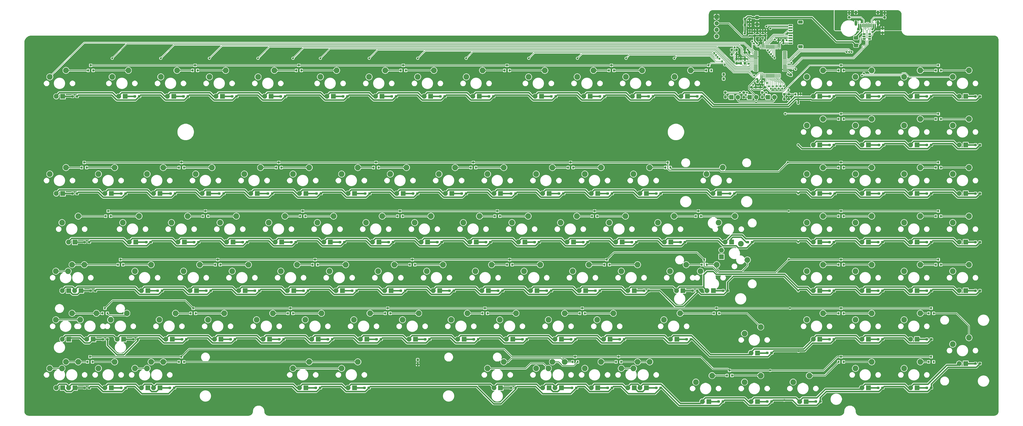
<source format=gbr>
G04 #@! TF.GenerationSoftware,KiCad,Pcbnew,(5.1.6)-1*
G04 #@! TF.CreationDate,2020-06-29T21:56:33+02:00*
G04 #@! TF.ProjectId,E80-1800-pcb-universal,4538302d-3138-4303-902d-7063622d756e,rev?*
G04 #@! TF.SameCoordinates,Original*
G04 #@! TF.FileFunction,Copper,L2,Bot*
G04 #@! TF.FilePolarity,Positive*
%FSLAX46Y46*%
G04 Gerber Fmt 4.6, Leading zero omitted, Abs format (unit mm)*
G04 Created by KiCad (PCBNEW (5.1.6)-1) date 2020-06-29 21:56:33*
%MOMM*%
%LPD*%
G01*
G04 APERTURE LIST*
G04 #@! TA.AperFunction,ComponentPad*
%ADD10C,1.800000*%
G04 #@! TD*
G04 #@! TA.AperFunction,ComponentPad*
%ADD11R,1.800000X1.800000*%
G04 #@! TD*
G04 #@! TA.AperFunction,SMDPad,CuDef*
%ADD12R,1.060000X0.650000*%
G04 #@! TD*
G04 #@! TA.AperFunction,SMDPad,CuDef*
%ADD13R,0.600000X1.450000*%
G04 #@! TD*
G04 #@! TA.AperFunction,SMDPad,CuDef*
%ADD14R,0.300000X1.450000*%
G04 #@! TD*
G04 #@! TA.AperFunction,ComponentPad*
%ADD15O,1.000000X2.100000*%
G04 #@! TD*
G04 #@! TA.AperFunction,ComponentPad*
%ADD16O,1.000000X1.600000*%
G04 #@! TD*
G04 #@! TA.AperFunction,ComponentPad*
%ADD17O,1.700000X1.700000*%
G04 #@! TD*
G04 #@! TA.AperFunction,ComponentPad*
%ADD18R,1.700000X1.700000*%
G04 #@! TD*
G04 #@! TA.AperFunction,ComponentPad*
%ADD19R,1.905000X1.905000*%
G04 #@! TD*
G04 #@! TA.AperFunction,ComponentPad*
%ADD20C,1.905000*%
G04 #@! TD*
G04 #@! TA.AperFunction,ComponentPad*
%ADD21C,2.250000*%
G04 #@! TD*
G04 #@! TA.AperFunction,SMDPad,CuDef*
%ADD22R,0.800000X0.900000*%
G04 #@! TD*
G04 #@! TA.AperFunction,SMDPad,CuDef*
%ADD23R,0.900000X0.800000*%
G04 #@! TD*
G04 #@! TA.AperFunction,ViaPad*
%ADD24C,0.800000*%
G04 #@! TD*
G04 #@! TA.AperFunction,Conductor*
%ADD25C,0.300000*%
G04 #@! TD*
G04 #@! TA.AperFunction,Conductor*
%ADD26C,0.200000*%
G04 #@! TD*
G04 #@! TA.AperFunction,Conductor*
%ADD27C,0.600000*%
G04 #@! TD*
G04 #@! TA.AperFunction,Conductor*
%ADD28C,0.190500*%
G04 #@! TD*
G04 APERTURE END LIST*
G04 #@! TA.AperFunction,SMDPad,CuDef*
G36*
G01*
X268176750Y10171500D02*
X268651750Y10171500D01*
G75*
G02*
X268889250Y9934000I0J-237500D01*
G01*
X268889250Y9359000D01*
G75*
G02*
X268651750Y9121500I-237500J0D01*
G01*
X268176750Y9121500D01*
G75*
G02*
X267939250Y9359000I0J237500D01*
G01*
X267939250Y9934000D01*
G75*
G02*
X268176750Y10171500I237500J0D01*
G01*
G37*
G04 #@! TD.AperFunction*
G04 #@! TA.AperFunction,SMDPad,CuDef*
G36*
G01*
X268176750Y8421500D02*
X268651750Y8421500D01*
G75*
G02*
X268889250Y8184000I0J-237500D01*
G01*
X268889250Y7609000D01*
G75*
G02*
X268651750Y7371500I-237500J0D01*
G01*
X268176750Y7371500D01*
G75*
G02*
X267939250Y7609000I0J237500D01*
G01*
X267939250Y8184000D01*
G75*
G02*
X268176750Y8421500I237500J0D01*
G01*
G37*
G04 #@! TD.AperFunction*
G04 #@! TA.AperFunction,SMDPad,CuDef*
G36*
G01*
X275396990Y-4120400D02*
X274921990Y-4120400D01*
G75*
G02*
X274684490Y-3882900I0J237500D01*
G01*
X274684490Y-3307900D01*
G75*
G02*
X274921990Y-3070400I237500J0D01*
G01*
X275396990Y-3070400D01*
G75*
G02*
X275634490Y-3307900I0J-237500D01*
G01*
X275634490Y-3882900D01*
G75*
G02*
X275396990Y-4120400I-237500J0D01*
G01*
G37*
G04 #@! TD.AperFunction*
G04 #@! TA.AperFunction,SMDPad,CuDef*
G36*
G01*
X275396990Y-5870400D02*
X274921990Y-5870400D01*
G75*
G02*
X274684490Y-5632900I0J237500D01*
G01*
X274684490Y-5057900D01*
G75*
G02*
X274921990Y-4820400I237500J0D01*
G01*
X275396990Y-4820400D01*
G75*
G02*
X275634490Y-5057900I0J-237500D01*
G01*
X275634490Y-5632900D01*
G75*
G02*
X275396990Y-5870400I-237500J0D01*
G01*
G37*
G04 #@! TD.AperFunction*
G04 #@! TA.AperFunction,SMDPad,CuDef*
G36*
G01*
X268183390Y-4144500D02*
X267708390Y-4144500D01*
G75*
G02*
X267470890Y-3907000I0J237500D01*
G01*
X267470890Y-3332000D01*
G75*
G02*
X267708390Y-3094500I237500J0D01*
G01*
X268183390Y-3094500D01*
G75*
G02*
X268420890Y-3332000I0J-237500D01*
G01*
X268420890Y-3907000D01*
G75*
G02*
X268183390Y-4144500I-237500J0D01*
G01*
G37*
G04 #@! TD.AperFunction*
G04 #@! TA.AperFunction,SMDPad,CuDef*
G36*
G01*
X268183390Y-5894500D02*
X267708390Y-5894500D01*
G75*
G02*
X267470890Y-5657000I0J237500D01*
G01*
X267470890Y-5082000D01*
G75*
G02*
X267708390Y-4844500I237500J0D01*
G01*
X268183390Y-4844500D01*
G75*
G02*
X268420890Y-5082000I0J-237500D01*
G01*
X268420890Y-5657000D01*
G75*
G02*
X268183390Y-5894500I-237500J0D01*
G01*
G37*
G04 #@! TD.AperFunction*
G04 #@! TA.AperFunction,SMDPad,CuDef*
G36*
G01*
X260969790Y-4120400D02*
X260494790Y-4120400D01*
G75*
G02*
X260257290Y-3882900I0J237500D01*
G01*
X260257290Y-3307900D01*
G75*
G02*
X260494790Y-3070400I237500J0D01*
G01*
X260969790Y-3070400D01*
G75*
G02*
X261207290Y-3307900I0J-237500D01*
G01*
X261207290Y-3882900D01*
G75*
G02*
X260969790Y-4120400I-237500J0D01*
G01*
G37*
G04 #@! TD.AperFunction*
G04 #@! TA.AperFunction,SMDPad,CuDef*
G36*
G01*
X260969790Y-5870400D02*
X260494790Y-5870400D01*
G75*
G02*
X260257290Y-5632900I0J237500D01*
G01*
X260257290Y-5057900D01*
G75*
G02*
X260494790Y-4820400I237500J0D01*
G01*
X260969790Y-4820400D01*
G75*
G02*
X261207290Y-5057900I0J-237500D01*
G01*
X261207290Y-5632900D01*
G75*
G02*
X260969790Y-5870400I-237500J0D01*
G01*
G37*
G04 #@! TD.AperFunction*
G04 #@! TA.AperFunction,SMDPad,CuDef*
G36*
G01*
X285059890Y-6397000D02*
X285059890Y-5922000D01*
G75*
G02*
X285297390Y-5684500I237500J0D01*
G01*
X285872390Y-5684500D01*
G75*
G02*
X286109890Y-5922000I0J-237500D01*
G01*
X286109890Y-6397000D01*
G75*
G02*
X285872390Y-6634500I-237500J0D01*
G01*
X285297390Y-6634500D01*
G75*
G02*
X285059890Y-6397000I0J237500D01*
G01*
G37*
G04 #@! TD.AperFunction*
G04 #@! TA.AperFunction,SMDPad,CuDef*
G36*
G01*
X283309890Y-6397000D02*
X283309890Y-5922000D01*
G75*
G02*
X283547390Y-5684500I237500J0D01*
G01*
X284122390Y-5684500D01*
G75*
G02*
X284359890Y-5922000I0J-237500D01*
G01*
X284359890Y-6397000D01*
G75*
G02*
X284122390Y-6634500I-237500J0D01*
G01*
X283547390Y-6634500D01*
G75*
G02*
X283309890Y-6397000I0J237500D01*
G01*
G37*
G04 #@! TD.AperFunction*
D10*
X279955992Y-5357792D03*
D11*
X277415992Y-5357792D03*
D10*
X272811992Y-5357792D03*
D11*
X270271992Y-5357792D03*
D10*
X265667992Y-5357792D03*
D11*
X263127992Y-5357792D03*
G04 #@! TA.AperFunction,SMDPad,CuDef*
G36*
G01*
X322539390Y21037000D02*
X322064390Y21037000D01*
G75*
G02*
X321826890Y21274500I0J237500D01*
G01*
X321826890Y21849500D01*
G75*
G02*
X322064390Y22087000I237500J0D01*
G01*
X322539390Y22087000D01*
G75*
G02*
X322776890Y21849500I0J-237500D01*
G01*
X322776890Y21274500D01*
G75*
G02*
X322539390Y21037000I-237500J0D01*
G01*
G37*
G04 #@! TD.AperFunction*
G04 #@! TA.AperFunction,SMDPad,CuDef*
G36*
G01*
X322539390Y19287000D02*
X322064390Y19287000D01*
G75*
G02*
X321826890Y19524500I0J237500D01*
G01*
X321826890Y20099500D01*
G75*
G02*
X322064390Y20337000I237500J0D01*
G01*
X322539390Y20337000D01*
G75*
G02*
X322776890Y20099500I0J-237500D01*
G01*
X322776890Y19524500D01*
G75*
G02*
X322539390Y19287000I-237500J0D01*
G01*
G37*
G04 #@! TD.AperFunction*
D12*
X315105890Y18417000D03*
X315105890Y19367000D03*
X315105890Y17467000D03*
X317305890Y17467000D03*
X317305890Y18417000D03*
X317305890Y19367000D03*
G04 #@! TA.AperFunction,SMDPad,CuDef*
G36*
G01*
X309007500Y26449000D02*
X309482500Y26449000D01*
G75*
G02*
X309720000Y26211500I0J-237500D01*
G01*
X309720000Y25636500D01*
G75*
G02*
X309482500Y25399000I-237500J0D01*
G01*
X309007500Y25399000D01*
G75*
G02*
X308770000Y25636500I0J237500D01*
G01*
X308770000Y26211500D01*
G75*
G02*
X309007500Y26449000I237500J0D01*
G01*
G37*
G04 #@! TD.AperFunction*
G04 #@! TA.AperFunction,SMDPad,CuDef*
G36*
G01*
X309007500Y28199000D02*
X309482500Y28199000D01*
G75*
G02*
X309720000Y27961500I0J-237500D01*
G01*
X309720000Y27386500D01*
G75*
G02*
X309482500Y27149000I-237500J0D01*
G01*
X309007500Y27149000D01*
G75*
G02*
X308770000Y27386500I0J237500D01*
G01*
X308770000Y27961500D01*
G75*
G02*
X309007500Y28199000I237500J0D01*
G01*
G37*
G04 #@! TD.AperFunction*
G04 #@! TA.AperFunction,SMDPad,CuDef*
G36*
G01*
X322877190Y26421600D02*
X323352190Y26421600D01*
G75*
G02*
X323589690Y26184100I0J-237500D01*
G01*
X323589690Y25609100D01*
G75*
G02*
X323352190Y25371600I-237500J0D01*
G01*
X322877190Y25371600D01*
G75*
G02*
X322639690Y25609100I0J237500D01*
G01*
X322639690Y26184100D01*
G75*
G02*
X322877190Y26421600I237500J0D01*
G01*
G37*
G04 #@! TD.AperFunction*
G04 #@! TA.AperFunction,SMDPad,CuDef*
G36*
G01*
X322877190Y28171600D02*
X323352190Y28171600D01*
G75*
G02*
X323589690Y27934100I0J-237500D01*
G01*
X323589690Y27359100D01*
G75*
G02*
X323352190Y27121600I-237500J0D01*
G01*
X322877190Y27121600D01*
G75*
G02*
X322639690Y27359100I0J237500D01*
G01*
X322639690Y27934100D01*
G75*
G02*
X322877190Y28171600I237500J0D01*
G01*
G37*
G04 #@! TD.AperFunction*
D13*
X319455890Y22731000D03*
X318655890Y22731000D03*
X313755890Y22731000D03*
X312955890Y22731000D03*
X312955890Y22731000D03*
X313755890Y22731000D03*
X318655890Y22731000D03*
X319455890Y22731000D03*
D14*
X314455890Y22731000D03*
X314955890Y22731000D03*
X315455890Y22731000D03*
X316455890Y22731000D03*
X316955890Y22731000D03*
X317455890Y22731000D03*
X317955890Y22731000D03*
X315955890Y22731000D03*
D15*
X320525890Y23646000D03*
X311885890Y23646000D03*
D16*
X311885890Y27826000D03*
X320525890Y27826000D03*
G04 #@! TA.AperFunction,SMDPad,CuDef*
G36*
G01*
X312576390Y17158000D02*
X311326390Y17158000D01*
G75*
G02*
X311076390Y17408000I0J250000D01*
G01*
X311076390Y18333000D01*
G75*
G02*
X311326390Y18583000I250000J0D01*
G01*
X312576390Y18583000D01*
G75*
G02*
X312826390Y18333000I0J-250000D01*
G01*
X312826390Y17408000D01*
G75*
G02*
X312576390Y17158000I-250000J0D01*
G01*
G37*
G04 #@! TD.AperFunction*
G04 #@! TA.AperFunction,SMDPad,CuDef*
G36*
G01*
X312576390Y14183000D02*
X311326390Y14183000D01*
G75*
G02*
X311076390Y14433000I0J250000D01*
G01*
X311076390Y15358000D01*
G75*
G02*
X311326390Y15608000I250000J0D01*
G01*
X312576390Y15608000D01*
G75*
G02*
X312826390Y15358000I0J-250000D01*
G01*
X312826390Y14433000D01*
G75*
G02*
X312576390Y14183000I-250000J0D01*
G01*
G37*
G04 #@! TD.AperFunction*
G04 #@! TA.AperFunction,SMDPad,CuDef*
G36*
G01*
X274564250Y334000D02*
X274564250Y809000D01*
G75*
G02*
X274801750Y1046500I237500J0D01*
G01*
X275376750Y1046500D01*
G75*
G02*
X275614250Y809000I0J-237500D01*
G01*
X275614250Y334000D01*
G75*
G02*
X275376750Y96500I-237500J0D01*
G01*
X274801750Y96500D01*
G75*
G02*
X274564250Y334000I0J237500D01*
G01*
G37*
G04 #@! TD.AperFunction*
G04 #@! TA.AperFunction,SMDPad,CuDef*
G36*
G01*
X272814250Y334000D02*
X272814250Y809000D01*
G75*
G02*
X273051750Y1046500I237500J0D01*
G01*
X273626750Y1046500D01*
G75*
G02*
X273864250Y809000I0J-237500D01*
G01*
X273864250Y334000D01*
G75*
G02*
X273626750Y96500I-237500J0D01*
G01*
X273051750Y96500D01*
G75*
G02*
X272814250Y334000I0J237500D01*
G01*
G37*
G04 #@! TD.AperFunction*
G04 #@! TA.AperFunction,SMDPad,CuDef*
G36*
G01*
X267051750Y9121500D02*
X266576750Y9121500D01*
G75*
G02*
X266339250Y9359000I0J237500D01*
G01*
X266339250Y9934000D01*
G75*
G02*
X266576750Y10171500I237500J0D01*
G01*
X267051750Y10171500D01*
G75*
G02*
X267289250Y9934000I0J-237500D01*
G01*
X267289250Y9359000D01*
G75*
G02*
X267051750Y9121500I-237500J0D01*
G01*
G37*
G04 #@! TD.AperFunction*
G04 #@! TA.AperFunction,SMDPad,CuDef*
G36*
G01*
X267051750Y7371500D02*
X266576750Y7371500D01*
G75*
G02*
X266339250Y7609000I0J237500D01*
G01*
X266339250Y8184000D01*
G75*
G02*
X266576750Y8421500I237500J0D01*
G01*
X267051750Y8421500D01*
G75*
G02*
X267289250Y8184000I0J-237500D01*
G01*
X267289250Y7609000D01*
G75*
G02*
X267051750Y7371500I-237500J0D01*
G01*
G37*
G04 #@! TD.AperFunction*
G04 #@! TA.AperFunction,SMDPad,CuDef*
G36*
G01*
X274965750Y-1299000D02*
X274965750Y-1774000D01*
G75*
G02*
X274728250Y-2011500I-237500J0D01*
G01*
X274153250Y-2011500D01*
G75*
G02*
X273915750Y-1774000I0J237500D01*
G01*
X273915750Y-1299000D01*
G75*
G02*
X274153250Y-1061500I237500J0D01*
G01*
X274728250Y-1061500D01*
G75*
G02*
X274965750Y-1299000I0J-237500D01*
G01*
G37*
G04 #@! TD.AperFunction*
G04 #@! TA.AperFunction,SMDPad,CuDef*
G36*
G01*
X276715750Y-1299000D02*
X276715750Y-1774000D01*
G75*
G02*
X276478250Y-2011500I-237500J0D01*
G01*
X275903250Y-2011500D01*
G75*
G02*
X275665750Y-1774000I0J237500D01*
G01*
X275665750Y-1299000D01*
G75*
G02*
X275903250Y-1061500I237500J0D01*
G01*
X276478250Y-1061500D01*
G75*
G02*
X276715750Y-1299000I0J-237500D01*
G01*
G37*
G04 #@! TD.AperFunction*
G04 #@! TA.AperFunction,SMDPad,CuDef*
G36*
G01*
X140034000Y-109632992D02*
X140509000Y-109632992D01*
G75*
G02*
X140746500Y-109870492I0J-237500D01*
G01*
X140746500Y-110445492D01*
G75*
G02*
X140509000Y-110682992I-237500J0D01*
G01*
X140034000Y-110682992D01*
G75*
G02*
X139796500Y-110445492I0J237500D01*
G01*
X139796500Y-109870492D01*
G75*
G02*
X140034000Y-109632992I237500J0D01*
G01*
G37*
G04 #@! TD.AperFunction*
G04 #@! TA.AperFunction,SMDPad,CuDef*
G36*
G01*
X140034000Y-107882992D02*
X140509000Y-107882992D01*
G75*
G02*
X140746500Y-108120492I0J-237500D01*
G01*
X140746500Y-108695492D01*
G75*
G02*
X140509000Y-108932992I-237500J0D01*
G01*
X140034000Y-108932992D01*
G75*
G02*
X139796500Y-108695492I0J237500D01*
G01*
X139796500Y-108120492D01*
G75*
G02*
X140034000Y-107882992I237500J0D01*
G01*
G37*
G04 #@! TD.AperFunction*
G04 #@! TA.AperFunction,SMDPad,CuDef*
G36*
G01*
X272437890Y19971500D02*
X271962890Y19971500D01*
G75*
G02*
X271725390Y20209000I0J237500D01*
G01*
X271725390Y20784000D01*
G75*
G02*
X271962890Y21021500I237500J0D01*
G01*
X272437890Y21021500D01*
G75*
G02*
X272675390Y20784000I0J-237500D01*
G01*
X272675390Y20209000D01*
G75*
G02*
X272437890Y19971500I-237500J0D01*
G01*
G37*
G04 #@! TD.AperFunction*
G04 #@! TA.AperFunction,SMDPad,CuDef*
G36*
G01*
X272437890Y18221500D02*
X271962890Y18221500D01*
G75*
G02*
X271725390Y18459000I0J237500D01*
G01*
X271725390Y19034000D01*
G75*
G02*
X271962890Y19271500I237500J0D01*
G01*
X272437890Y19271500D01*
G75*
G02*
X272675390Y19034000I0J-237500D01*
G01*
X272675390Y18459000D01*
G75*
G02*
X272437890Y18221500I-237500J0D01*
G01*
G37*
G04 #@! TD.AperFunction*
G04 #@! TA.AperFunction,SMDPad,CuDef*
G36*
G01*
X276645390Y19996140D02*
X276170390Y19996140D01*
G75*
G02*
X275932890Y20233640I0J237500D01*
G01*
X275932890Y20808640D01*
G75*
G02*
X276170390Y21046140I237500J0D01*
G01*
X276645390Y21046140D01*
G75*
G02*
X276882890Y20808640I0J-237500D01*
G01*
X276882890Y20233640D01*
G75*
G02*
X276645390Y19996140I-237500J0D01*
G01*
G37*
G04 #@! TD.AperFunction*
G04 #@! TA.AperFunction,SMDPad,CuDef*
G36*
G01*
X276645390Y18246140D02*
X276170390Y18246140D01*
G75*
G02*
X275932890Y18483640I0J237500D01*
G01*
X275932890Y19058640D01*
G75*
G02*
X276170390Y19296140I237500J0D01*
G01*
X276645390Y19296140D01*
G75*
G02*
X276882890Y19058640I0J-237500D01*
G01*
X276882890Y18483640D01*
G75*
G02*
X276645390Y18246140I-237500J0D01*
G01*
G37*
G04 #@! TD.AperFunction*
G04 #@! TA.AperFunction,SMDPad,CuDef*
G36*
G01*
X282137390Y17209000D02*
X282137390Y16734000D01*
G75*
G02*
X281899890Y16496500I-237500J0D01*
G01*
X281324890Y16496500D01*
G75*
G02*
X281087390Y16734000I0J237500D01*
G01*
X281087390Y17209000D01*
G75*
G02*
X281324890Y17446500I237500J0D01*
G01*
X281899890Y17446500D01*
G75*
G02*
X282137390Y17209000I0J-237500D01*
G01*
G37*
G04 #@! TD.AperFunction*
G04 #@! TA.AperFunction,SMDPad,CuDef*
G36*
G01*
X283887390Y17209000D02*
X283887390Y16734000D01*
G75*
G02*
X283649890Y16496500I-237500J0D01*
G01*
X283074890Y16496500D01*
G75*
G02*
X282837390Y16734000I0J237500D01*
G01*
X282837390Y17209000D01*
G75*
G02*
X283074890Y17446500I237500J0D01*
G01*
X283649890Y17446500D01*
G75*
G02*
X283887390Y17209000I0J-237500D01*
G01*
G37*
G04 #@! TD.AperFunction*
G04 #@! TA.AperFunction,SMDPad,CuDef*
G36*
G01*
X275000750Y17209000D02*
X275000750Y16734000D01*
G75*
G02*
X274763250Y16496500I-237500J0D01*
G01*
X274188250Y16496500D01*
G75*
G02*
X273950750Y16734000I0J237500D01*
G01*
X273950750Y17209000D01*
G75*
G02*
X274188250Y17446500I237500J0D01*
G01*
X274763250Y17446500D01*
G75*
G02*
X275000750Y17209000I0J-237500D01*
G01*
G37*
G04 #@! TD.AperFunction*
G04 #@! TA.AperFunction,SMDPad,CuDef*
G36*
G01*
X276750750Y17209000D02*
X276750750Y16734000D01*
G75*
G02*
X276513250Y16496500I-237500J0D01*
G01*
X275938250Y16496500D01*
G75*
G02*
X275700750Y16734000I0J237500D01*
G01*
X275700750Y17209000D01*
G75*
G02*
X275938250Y17446500I237500J0D01*
G01*
X276513250Y17446500D01*
G75*
G02*
X276750750Y17209000I0J-237500D01*
G01*
G37*
G04 #@! TD.AperFunction*
G04 #@! TA.AperFunction,SMDPad,CuDef*
G36*
G01*
X268890000Y12366508D02*
X268890000Y11891508D01*
G75*
G02*
X268652500Y11654008I-237500J0D01*
G01*
X268077500Y11654008D01*
G75*
G02*
X267840000Y11891508I0J237500D01*
G01*
X267840000Y12366508D01*
G75*
G02*
X268077500Y12604008I237500J0D01*
G01*
X268652500Y12604008D01*
G75*
G02*
X268890000Y12366508I0J-237500D01*
G01*
G37*
G04 #@! TD.AperFunction*
G04 #@! TA.AperFunction,SMDPad,CuDef*
G36*
G01*
X270640000Y12366508D02*
X270640000Y11891508D01*
G75*
G02*
X270402500Y11654008I-237500J0D01*
G01*
X269827500Y11654008D01*
G75*
G02*
X269590000Y11891508I0J237500D01*
G01*
X269590000Y12366508D01*
G75*
G02*
X269827500Y12604008I237500J0D01*
G01*
X270402500Y12604008D01*
G75*
G02*
X270640000Y12366508I0J-237500D01*
G01*
G37*
G04 #@! TD.AperFunction*
G04 #@! TA.AperFunction,SMDPad,CuDef*
G36*
G01*
X286686000Y4541508D02*
X286211000Y4541508D01*
G75*
G02*
X285973500Y4779008I0J237500D01*
G01*
X285973500Y5354008D01*
G75*
G02*
X286211000Y5591508I237500J0D01*
G01*
X286686000Y5591508D01*
G75*
G02*
X286923500Y5354008I0J-237500D01*
G01*
X286923500Y4779008D01*
G75*
G02*
X286686000Y4541508I-237500J0D01*
G01*
G37*
G04 #@! TD.AperFunction*
G04 #@! TA.AperFunction,SMDPad,CuDef*
G36*
G01*
X286686000Y2791508D02*
X286211000Y2791508D01*
G75*
G02*
X285973500Y3029008I0J237500D01*
G01*
X285973500Y3604008D01*
G75*
G02*
X286211000Y3841508I237500J0D01*
G01*
X286686000Y3841508D01*
G75*
G02*
X286923500Y3604008I0J-237500D01*
G01*
X286923500Y3029008D01*
G75*
G02*
X286686000Y2791508I-237500J0D01*
G01*
G37*
G04 #@! TD.AperFunction*
G04 #@! TA.AperFunction,SMDPad,CuDef*
G36*
G01*
X274645390Y19996140D02*
X274170390Y19996140D01*
G75*
G02*
X273932890Y20233640I0J237500D01*
G01*
X273932890Y20808640D01*
G75*
G02*
X274170390Y21046140I237500J0D01*
G01*
X274645390Y21046140D01*
G75*
G02*
X274882890Y20808640I0J-237500D01*
G01*
X274882890Y20233640D01*
G75*
G02*
X274645390Y19996140I-237500J0D01*
G01*
G37*
G04 #@! TD.AperFunction*
G04 #@! TA.AperFunction,SMDPad,CuDef*
G36*
G01*
X274645390Y18246140D02*
X274170390Y18246140D01*
G75*
G02*
X273932890Y18483640I0J237500D01*
G01*
X273932890Y19058640D01*
G75*
G02*
X274170390Y19296140I237500J0D01*
G01*
X274645390Y19296140D01*
G75*
G02*
X274882890Y19058640I0J-237500D01*
G01*
X274882890Y18483640D01*
G75*
G02*
X274645390Y18246140I-237500J0D01*
G01*
G37*
G04 #@! TD.AperFunction*
G04 #@! TA.AperFunction,SMDPad,CuDef*
G36*
G01*
X269692890Y24964360D02*
X269692890Y25439360D01*
G75*
G02*
X269930390Y25676860I237500J0D01*
G01*
X270505390Y25676860D01*
G75*
G02*
X270742890Y25439360I0J-237500D01*
G01*
X270742890Y24964360D01*
G75*
G02*
X270505390Y24726860I-237500J0D01*
G01*
X269930390Y24726860D01*
G75*
G02*
X269692890Y24964360I0J237500D01*
G01*
G37*
G04 #@! TD.AperFunction*
G04 #@! TA.AperFunction,SMDPad,CuDef*
G36*
G01*
X267942890Y24964360D02*
X267942890Y25439360D01*
G75*
G02*
X268180390Y25676860I237500J0D01*
G01*
X268755390Y25676860D01*
G75*
G02*
X268992890Y25439360I0J-237500D01*
G01*
X268992890Y24964360D01*
G75*
G02*
X268755390Y24726860I-237500J0D01*
G01*
X268180390Y24726860D01*
G75*
G02*
X267942890Y24964360I0J237500D01*
G01*
G37*
G04 #@! TD.AperFunction*
G04 #@! TA.AperFunction,SMDPad,CuDef*
G36*
G01*
X269692890Y22678360D02*
X269692890Y23153360D01*
G75*
G02*
X269930390Y23390860I237500J0D01*
G01*
X270505390Y23390860D01*
G75*
G02*
X270742890Y23153360I0J-237500D01*
G01*
X270742890Y22678360D01*
G75*
G02*
X270505390Y22440860I-237500J0D01*
G01*
X269930390Y22440860D01*
G75*
G02*
X269692890Y22678360I0J237500D01*
G01*
G37*
G04 #@! TD.AperFunction*
G04 #@! TA.AperFunction,SMDPad,CuDef*
G36*
G01*
X267942890Y22678360D02*
X267942890Y23153360D01*
G75*
G02*
X268180390Y23390860I237500J0D01*
G01*
X268755390Y23390860D01*
G75*
G02*
X268992890Y23153360I0J-237500D01*
G01*
X268992890Y22678360D01*
G75*
G02*
X268755390Y22440860I-237500J0D01*
G01*
X268180390Y22440860D01*
G75*
G02*
X267942890Y22678360I0J237500D01*
G01*
G37*
G04 #@! TD.AperFunction*
D17*
X257341390Y18478500D03*
X257341390Y21018500D03*
X257341390Y23558500D03*
D18*
X257341390Y26098500D03*
D19*
X3651250Y-81280000D03*
D20*
X1111250Y-81280000D03*
D21*
X-1428750Y-73660000D03*
X4921250Y-71120000D03*
G04 #@! TA.AperFunction,SMDPad,CuDef*
G36*
G01*
X277661255Y-124500413D02*
X277661255Y-124975413D01*
G75*
G02*
X277423755Y-125212913I-237500J0D01*
G01*
X276848755Y-125212913D01*
G75*
G02*
X276611255Y-124975413I0J237500D01*
G01*
X276611255Y-124500413D01*
G75*
G02*
X276848755Y-124262913I237500J0D01*
G01*
X277423755Y-124262913D01*
G75*
G02*
X277661255Y-124500413I0J-237500D01*
G01*
G37*
G04 #@! TD.AperFunction*
G04 #@! TA.AperFunction,SMDPad,CuDef*
G36*
G01*
X279411255Y-124500413D02*
X279411255Y-124975413D01*
G75*
G02*
X279173755Y-125212913I-237500J0D01*
G01*
X278598755Y-125212913D01*
G75*
G02*
X278361255Y-124975413I0J237500D01*
G01*
X278361255Y-124500413D01*
G75*
G02*
X278598755Y-124262913I237500J0D01*
G01*
X279173755Y-124262913D01*
G75*
G02*
X279411255Y-124500413I0J-237500D01*
G01*
G37*
G04 #@! TD.AperFunction*
G04 #@! TA.AperFunction,SMDPad,CuDef*
G36*
G01*
X258611175Y-124500413D02*
X258611175Y-124975413D01*
G75*
G02*
X258373675Y-125212913I-237500J0D01*
G01*
X257798675Y-125212913D01*
G75*
G02*
X257561175Y-124975413I0J237500D01*
G01*
X257561175Y-124500413D01*
G75*
G02*
X257798675Y-124262913I237500J0D01*
G01*
X258373675Y-124262913D01*
G75*
G02*
X258611175Y-124500413I0J-237500D01*
G01*
G37*
G04 #@! TD.AperFunction*
G04 #@! TA.AperFunction,SMDPad,CuDef*
G36*
G01*
X260361175Y-124500413D02*
X260361175Y-124975413D01*
G75*
G02*
X260123675Y-125212913I-237500J0D01*
G01*
X259548675Y-125212913D01*
G75*
G02*
X259311175Y-124975413I0J237500D01*
G01*
X259311175Y-124500413D01*
G75*
G02*
X259548675Y-124262913I237500J0D01*
G01*
X260123675Y-124262913D01*
G75*
G02*
X260361175Y-124500413I0J-237500D01*
G01*
G37*
G04 #@! TD.AperFunction*
G04 #@! TA.AperFunction,SMDPad,CuDef*
G36*
G01*
X234204110Y-119142820D02*
X234204110Y-119617820D01*
G75*
G02*
X233966610Y-119855320I-237500J0D01*
G01*
X233391610Y-119855320D01*
G75*
G02*
X233154110Y-119617820I0J237500D01*
G01*
X233154110Y-119142820D01*
G75*
G02*
X233391610Y-118905320I237500J0D01*
G01*
X233966610Y-118905320D01*
G75*
G02*
X234204110Y-119142820I0J-237500D01*
G01*
G37*
G04 #@! TD.AperFunction*
G04 #@! TA.AperFunction,SMDPad,CuDef*
G36*
G01*
X235954110Y-119142820D02*
X235954110Y-119617820D01*
G75*
G02*
X235716610Y-119855320I-237500J0D01*
G01*
X235141610Y-119855320D01*
G75*
G02*
X234904110Y-119617820I0J237500D01*
G01*
X234904110Y-119142820D01*
G75*
G02*
X235141610Y-118905320I237500J0D01*
G01*
X235716610Y-118905320D01*
G75*
G02*
X235954110Y-119142820I0J-237500D01*
G01*
G37*
G04 #@! TD.AperFunction*
G04 #@! TA.AperFunction,SMDPad,CuDef*
G36*
G01*
X215154030Y-119142820D02*
X215154030Y-119617820D01*
G75*
G02*
X214916530Y-119855320I-237500J0D01*
G01*
X214341530Y-119855320D01*
G75*
G02*
X214104030Y-119617820I0J237500D01*
G01*
X214104030Y-119142820D01*
G75*
G02*
X214341530Y-118905320I237500J0D01*
G01*
X214916530Y-118905320D01*
G75*
G02*
X215154030Y-119142820I0J-237500D01*
G01*
G37*
G04 #@! TD.AperFunction*
G04 #@! TA.AperFunction,SMDPad,CuDef*
G36*
G01*
X216904030Y-119142820D02*
X216904030Y-119617820D01*
G75*
G02*
X216666530Y-119855320I-237500J0D01*
G01*
X216091530Y-119855320D01*
G75*
G02*
X215854030Y-119617820I0J237500D01*
G01*
X215854030Y-119142820D01*
G75*
G02*
X216091530Y-118905320I237500J0D01*
G01*
X216666530Y-118905320D01*
G75*
G02*
X216904030Y-119142820I0J-237500D01*
G01*
G37*
G04 #@! TD.AperFunction*
G04 #@! TA.AperFunction,SMDPad,CuDef*
G36*
G01*
X201182100Y-119142820D02*
X201182100Y-119617820D01*
G75*
G02*
X200944600Y-119855320I-237500J0D01*
G01*
X200369600Y-119855320D01*
G75*
G02*
X200132100Y-119617820I0J237500D01*
G01*
X200132100Y-119142820D01*
G75*
G02*
X200369600Y-118905320I237500J0D01*
G01*
X200944600Y-118905320D01*
G75*
G02*
X201182100Y-119142820I0J-237500D01*
G01*
G37*
G04 #@! TD.AperFunction*
G04 #@! TA.AperFunction,SMDPad,CuDef*
G36*
G01*
X202932100Y-119142820D02*
X202932100Y-119617820D01*
G75*
G02*
X202694600Y-119855320I-237500J0D01*
G01*
X202119600Y-119855320D01*
G75*
G02*
X201882100Y-119617820I0J237500D01*
G01*
X201882100Y-119142820D01*
G75*
G02*
X202119600Y-118905320I237500J0D01*
G01*
X202694600Y-118905320D01*
G75*
G02*
X202932100Y-119142820I0J-237500D01*
G01*
G37*
G04 #@! TD.AperFunction*
G04 #@! TA.AperFunction,SMDPad,CuDef*
G36*
G01*
X177369500Y-119142820D02*
X177369500Y-119617820D01*
G75*
G02*
X177132000Y-119855320I-237500J0D01*
G01*
X176557000Y-119855320D01*
G75*
G02*
X176319500Y-119617820I0J237500D01*
G01*
X176319500Y-119142820D01*
G75*
G02*
X176557000Y-118905320I237500J0D01*
G01*
X177132000Y-118905320D01*
G75*
G02*
X177369500Y-119142820I0J-237500D01*
G01*
G37*
G04 #@! TD.AperFunction*
G04 #@! TA.AperFunction,SMDPad,CuDef*
G36*
G01*
X179119500Y-119142820D02*
X179119500Y-119617820D01*
G75*
G02*
X178882000Y-119855320I-237500J0D01*
G01*
X178307000Y-119855320D01*
G75*
G02*
X178069500Y-119617820I0J237500D01*
G01*
X178069500Y-119142820D01*
G75*
G02*
X178307000Y-118905320I237500J0D01*
G01*
X178882000Y-118905320D01*
G75*
G02*
X179119500Y-119142820I0J-237500D01*
G01*
G37*
G04 #@! TD.AperFunction*
G04 #@! TA.AperFunction,SMDPad,CuDef*
G36*
G01*
X43703310Y-119142820D02*
X43703310Y-119617820D01*
G75*
G02*
X43465810Y-119855320I-237500J0D01*
G01*
X42890810Y-119855320D01*
G75*
G02*
X42653310Y-119617820I0J237500D01*
G01*
X42653310Y-119142820D01*
G75*
G02*
X42890810Y-118905320I237500J0D01*
G01*
X43465810Y-118905320D01*
G75*
G02*
X43703310Y-119142820I0J-237500D01*
G01*
G37*
G04 #@! TD.AperFunction*
G04 #@! TA.AperFunction,SMDPad,CuDef*
G36*
G01*
X45453310Y-119142820D02*
X45453310Y-119617820D01*
G75*
G02*
X45215810Y-119855320I-237500J0D01*
G01*
X44640810Y-119855320D01*
G75*
G02*
X44403310Y-119617820I0J237500D01*
G01*
X44403310Y-119142820D01*
G75*
G02*
X44640810Y-118905320I237500J0D01*
G01*
X45215810Y-118905320D01*
G75*
G02*
X45453310Y-119142820I0J-237500D01*
G01*
G37*
G04 #@! TD.AperFunction*
G04 #@! TA.AperFunction,SMDPad,CuDef*
G36*
G01*
X24653230Y-119142820D02*
X24653230Y-119617820D01*
G75*
G02*
X24415730Y-119855320I-237500J0D01*
G01*
X23840730Y-119855320D01*
G75*
G02*
X23603230Y-119617820I0J237500D01*
G01*
X23603230Y-119142820D01*
G75*
G02*
X23840730Y-118905320I237500J0D01*
G01*
X24415730Y-118905320D01*
G75*
G02*
X24653230Y-119142820I0J-237500D01*
G01*
G37*
G04 #@! TD.AperFunction*
G04 #@! TA.AperFunction,SMDPad,CuDef*
G36*
G01*
X26403230Y-119142820D02*
X26403230Y-119617820D01*
G75*
G02*
X26165730Y-119855320I-237500J0D01*
G01*
X25590730Y-119855320D01*
G75*
G02*
X25353230Y-119617820I0J237500D01*
G01*
X25353230Y-119142820D01*
G75*
G02*
X25590730Y-118905320I237500J0D01*
G01*
X26165730Y-118905320D01*
G75*
G02*
X26403230Y-119142820I0J-237500D01*
G01*
G37*
G04 #@! TD.AperFunction*
G04 #@! TA.AperFunction,SMDPad,CuDef*
G36*
G01*
X10365670Y-119142820D02*
X10365670Y-119617820D01*
G75*
G02*
X10128170Y-119855320I-237500J0D01*
G01*
X9553170Y-119855320D01*
G75*
G02*
X9315670Y-119617820I0J237500D01*
G01*
X9315670Y-119142820D01*
G75*
G02*
X9553170Y-118905320I237500J0D01*
G01*
X10128170Y-118905320D01*
G75*
G02*
X10365670Y-119142820I0J-237500D01*
G01*
G37*
G04 #@! TD.AperFunction*
G04 #@! TA.AperFunction,SMDPad,CuDef*
G36*
G01*
X12115670Y-119142820D02*
X12115670Y-119617820D01*
G75*
G02*
X11878170Y-119855320I-237500J0D01*
G01*
X11303170Y-119855320D01*
G75*
G02*
X11065670Y-119617820I0J237500D01*
G01*
X11065670Y-119142820D01*
G75*
G02*
X11303170Y-118905320I237500J0D01*
G01*
X11878170Y-118905320D01*
G75*
G02*
X12115670Y-119142820I0J-237500D01*
G01*
G37*
G04 #@! TD.AperFunction*
G04 #@! TA.AperFunction,SMDPad,CuDef*
G36*
G01*
X277661255Y-105450333D02*
X277661255Y-105925333D01*
G75*
G02*
X277423755Y-106162833I-237500J0D01*
G01*
X276848755Y-106162833D01*
G75*
G02*
X276611255Y-105925333I0J237500D01*
G01*
X276611255Y-105450333D01*
G75*
G02*
X276848755Y-105212833I237500J0D01*
G01*
X277423755Y-105212833D01*
G75*
G02*
X277661255Y-105450333I0J-237500D01*
G01*
G37*
G04 #@! TD.AperFunction*
G04 #@! TA.AperFunction,SMDPad,CuDef*
G36*
G01*
X279411255Y-105450333D02*
X279411255Y-105925333D01*
G75*
G02*
X279173755Y-106162833I-237500J0D01*
G01*
X278598755Y-106162833D01*
G75*
G02*
X278361255Y-105925333I0J237500D01*
G01*
X278361255Y-105450333D01*
G75*
G02*
X278598755Y-105212833I237500J0D01*
G01*
X279173755Y-105212833D01*
G75*
G02*
X279411255Y-105450333I0J-237500D01*
G01*
G37*
G04 #@! TD.AperFunction*
G04 #@! TA.AperFunction,SMDPad,CuDef*
G36*
G01*
X246110410Y-100092740D02*
X246110410Y-100567740D01*
G75*
G02*
X245872910Y-100805240I-237500J0D01*
G01*
X245297910Y-100805240D01*
G75*
G02*
X245060410Y-100567740I0J237500D01*
G01*
X245060410Y-100092740D01*
G75*
G02*
X245297910Y-99855240I237500J0D01*
G01*
X245872910Y-99855240D01*
G75*
G02*
X246110410Y-100092740I0J-237500D01*
G01*
G37*
G04 #@! TD.AperFunction*
G04 #@! TA.AperFunction,SMDPad,CuDef*
G36*
G01*
X247860410Y-100092740D02*
X247860410Y-100567740D01*
G75*
G02*
X247622910Y-100805240I-237500J0D01*
G01*
X247047910Y-100805240D01*
G75*
G02*
X246810410Y-100567740I0J237500D01*
G01*
X246810410Y-100092740D01*
G75*
G02*
X247047910Y-99855240I237500J0D01*
G01*
X247622910Y-99855240D01*
G75*
G02*
X247860410Y-100092740I0J-237500D01*
G01*
G37*
G04 #@! TD.AperFunction*
G04 #@! TA.AperFunction,SMDPad,CuDef*
G36*
G01*
X219916550Y-100092740D02*
X219916550Y-100567740D01*
G75*
G02*
X219679050Y-100805240I-237500J0D01*
G01*
X219104050Y-100805240D01*
G75*
G02*
X218866550Y-100567740I0J237500D01*
G01*
X218866550Y-100092740D01*
G75*
G02*
X219104050Y-99855240I237500J0D01*
G01*
X219679050Y-99855240D01*
G75*
G02*
X219916550Y-100092740I0J-237500D01*
G01*
G37*
G04 #@! TD.AperFunction*
G04 #@! TA.AperFunction,SMDPad,CuDef*
G36*
G01*
X221666550Y-100092740D02*
X221666550Y-100567740D01*
G75*
G02*
X221429050Y-100805240I-237500J0D01*
G01*
X220854050Y-100805240D01*
G75*
G02*
X220616550Y-100567740I0J237500D01*
G01*
X220616550Y-100092740D01*
G75*
G02*
X220854050Y-99855240I237500J0D01*
G01*
X221429050Y-99855240D01*
G75*
G02*
X221666550Y-100092740I0J-237500D01*
G01*
G37*
G04 #@! TD.AperFunction*
G04 #@! TA.AperFunction,SMDPad,CuDef*
G36*
G01*
X200866470Y-100092740D02*
X200866470Y-100567740D01*
G75*
G02*
X200628970Y-100805240I-237500J0D01*
G01*
X200053970Y-100805240D01*
G75*
G02*
X199816470Y-100567740I0J237500D01*
G01*
X199816470Y-100092740D01*
G75*
G02*
X200053970Y-99855240I237500J0D01*
G01*
X200628970Y-99855240D01*
G75*
G02*
X200866470Y-100092740I0J-237500D01*
G01*
G37*
G04 #@! TD.AperFunction*
G04 #@! TA.AperFunction,SMDPad,CuDef*
G36*
G01*
X202616470Y-100092740D02*
X202616470Y-100567740D01*
G75*
G02*
X202378970Y-100805240I-237500J0D01*
G01*
X201803970Y-100805240D01*
G75*
G02*
X201566470Y-100567740I0J237500D01*
G01*
X201566470Y-100092740D01*
G75*
G02*
X201803970Y-99855240I237500J0D01*
G01*
X202378970Y-99855240D01*
G75*
G02*
X202616470Y-100092740I0J-237500D01*
G01*
G37*
G04 #@! TD.AperFunction*
G04 #@! TA.AperFunction,SMDPad,CuDef*
G36*
G01*
X181816390Y-100092740D02*
X181816390Y-100567740D01*
G75*
G02*
X181578890Y-100805240I-237500J0D01*
G01*
X181003890Y-100805240D01*
G75*
G02*
X180766390Y-100567740I0J237500D01*
G01*
X180766390Y-100092740D01*
G75*
G02*
X181003890Y-99855240I237500J0D01*
G01*
X181578890Y-99855240D01*
G75*
G02*
X181816390Y-100092740I0J-237500D01*
G01*
G37*
G04 #@! TD.AperFunction*
G04 #@! TA.AperFunction,SMDPad,CuDef*
G36*
G01*
X183566390Y-100092740D02*
X183566390Y-100567740D01*
G75*
G02*
X183328890Y-100805240I-237500J0D01*
G01*
X182753890Y-100805240D01*
G75*
G02*
X182516390Y-100567740I0J237500D01*
G01*
X182516390Y-100092740D01*
G75*
G02*
X182753890Y-99855240I237500J0D01*
G01*
X183328890Y-99855240D01*
G75*
G02*
X183566390Y-100092740I0J-237500D01*
G01*
G37*
G04 #@! TD.AperFunction*
G04 #@! TA.AperFunction,SMDPad,CuDef*
G36*
G01*
X162766310Y-100092740D02*
X162766310Y-100567740D01*
G75*
G02*
X162528810Y-100805240I-237500J0D01*
G01*
X161953810Y-100805240D01*
G75*
G02*
X161716310Y-100567740I0J237500D01*
G01*
X161716310Y-100092740D01*
G75*
G02*
X161953810Y-99855240I237500J0D01*
G01*
X162528810Y-99855240D01*
G75*
G02*
X162766310Y-100092740I0J-237500D01*
G01*
G37*
G04 #@! TD.AperFunction*
G04 #@! TA.AperFunction,SMDPad,CuDef*
G36*
G01*
X164516310Y-100092740D02*
X164516310Y-100567740D01*
G75*
G02*
X164278810Y-100805240I-237500J0D01*
G01*
X163703810Y-100805240D01*
G75*
G02*
X163466310Y-100567740I0J237500D01*
G01*
X163466310Y-100092740D01*
G75*
G02*
X163703810Y-99855240I237500J0D01*
G01*
X164278810Y-99855240D01*
G75*
G02*
X164516310Y-100092740I0J-237500D01*
G01*
G37*
G04 #@! TD.AperFunction*
G04 #@! TA.AperFunction,SMDPad,CuDef*
G36*
G01*
X143716230Y-100092740D02*
X143716230Y-100567740D01*
G75*
G02*
X143478730Y-100805240I-237500J0D01*
G01*
X142903730Y-100805240D01*
G75*
G02*
X142666230Y-100567740I0J237500D01*
G01*
X142666230Y-100092740D01*
G75*
G02*
X142903730Y-99855240I237500J0D01*
G01*
X143478730Y-99855240D01*
G75*
G02*
X143716230Y-100092740I0J-237500D01*
G01*
G37*
G04 #@! TD.AperFunction*
G04 #@! TA.AperFunction,SMDPad,CuDef*
G36*
G01*
X145466230Y-100092740D02*
X145466230Y-100567740D01*
G75*
G02*
X145228730Y-100805240I-237500J0D01*
G01*
X144653730Y-100805240D01*
G75*
G02*
X144416230Y-100567740I0J237500D01*
G01*
X144416230Y-100092740D01*
G75*
G02*
X144653730Y-99855240I237500J0D01*
G01*
X145228730Y-99855240D01*
G75*
G02*
X145466230Y-100092740I0J-237500D01*
G01*
G37*
G04 #@! TD.AperFunction*
G04 #@! TA.AperFunction,SMDPad,CuDef*
G36*
G01*
X124666150Y-100092740D02*
X124666150Y-100567740D01*
G75*
G02*
X124428650Y-100805240I-237500J0D01*
G01*
X123853650Y-100805240D01*
G75*
G02*
X123616150Y-100567740I0J237500D01*
G01*
X123616150Y-100092740D01*
G75*
G02*
X123853650Y-99855240I237500J0D01*
G01*
X124428650Y-99855240D01*
G75*
G02*
X124666150Y-100092740I0J-237500D01*
G01*
G37*
G04 #@! TD.AperFunction*
G04 #@! TA.AperFunction,SMDPad,CuDef*
G36*
G01*
X126416150Y-100092740D02*
X126416150Y-100567740D01*
G75*
G02*
X126178650Y-100805240I-237500J0D01*
G01*
X125603650Y-100805240D01*
G75*
G02*
X125366150Y-100567740I0J237500D01*
G01*
X125366150Y-100092740D01*
G75*
G02*
X125603650Y-99855240I237500J0D01*
G01*
X126178650Y-99855240D01*
G75*
G02*
X126416150Y-100092740I0J-237500D01*
G01*
G37*
G04 #@! TD.AperFunction*
G04 #@! TA.AperFunction,SMDPad,CuDef*
G36*
G01*
X105616070Y-100092740D02*
X105616070Y-100567740D01*
G75*
G02*
X105378570Y-100805240I-237500J0D01*
G01*
X104803570Y-100805240D01*
G75*
G02*
X104566070Y-100567740I0J237500D01*
G01*
X104566070Y-100092740D01*
G75*
G02*
X104803570Y-99855240I237500J0D01*
G01*
X105378570Y-99855240D01*
G75*
G02*
X105616070Y-100092740I0J-237500D01*
G01*
G37*
G04 #@! TD.AperFunction*
G04 #@! TA.AperFunction,SMDPad,CuDef*
G36*
G01*
X107366070Y-100092740D02*
X107366070Y-100567740D01*
G75*
G02*
X107128570Y-100805240I-237500J0D01*
G01*
X106553570Y-100805240D01*
G75*
G02*
X106316070Y-100567740I0J237500D01*
G01*
X106316070Y-100092740D01*
G75*
G02*
X106553570Y-99855240I237500J0D01*
G01*
X107128570Y-99855240D01*
G75*
G02*
X107366070Y-100092740I0J-237500D01*
G01*
G37*
G04 #@! TD.AperFunction*
G04 #@! TA.AperFunction,SMDPad,CuDef*
G36*
G01*
X86565990Y-100092740D02*
X86565990Y-100567740D01*
G75*
G02*
X86328490Y-100805240I-237500J0D01*
G01*
X85753490Y-100805240D01*
G75*
G02*
X85515990Y-100567740I0J237500D01*
G01*
X85515990Y-100092740D01*
G75*
G02*
X85753490Y-99855240I237500J0D01*
G01*
X86328490Y-99855240D01*
G75*
G02*
X86565990Y-100092740I0J-237500D01*
G01*
G37*
G04 #@! TD.AperFunction*
G04 #@! TA.AperFunction,SMDPad,CuDef*
G36*
G01*
X88315990Y-100092740D02*
X88315990Y-100567740D01*
G75*
G02*
X88078490Y-100805240I-237500J0D01*
G01*
X87503490Y-100805240D01*
G75*
G02*
X87265990Y-100567740I0J237500D01*
G01*
X87265990Y-100092740D01*
G75*
G02*
X87503490Y-99855240I237500J0D01*
G01*
X88078490Y-99855240D01*
G75*
G02*
X88315990Y-100092740I0J-237500D01*
G01*
G37*
G04 #@! TD.AperFunction*
G04 #@! TA.AperFunction,SMDPad,CuDef*
G36*
G01*
X67515910Y-100092740D02*
X67515910Y-100567740D01*
G75*
G02*
X67278410Y-100805240I-237500J0D01*
G01*
X66703410Y-100805240D01*
G75*
G02*
X66465910Y-100567740I0J237500D01*
G01*
X66465910Y-100092740D01*
G75*
G02*
X66703410Y-99855240I237500J0D01*
G01*
X67278410Y-99855240D01*
G75*
G02*
X67515910Y-100092740I0J-237500D01*
G01*
G37*
G04 #@! TD.AperFunction*
G04 #@! TA.AperFunction,SMDPad,CuDef*
G36*
G01*
X69265910Y-100092740D02*
X69265910Y-100567740D01*
G75*
G02*
X69028410Y-100805240I-237500J0D01*
G01*
X68453410Y-100805240D01*
G75*
G02*
X68215910Y-100567740I0J237500D01*
G01*
X68215910Y-100092740D01*
G75*
G02*
X68453410Y-99855240I237500J0D01*
G01*
X69028410Y-99855240D01*
G75*
G02*
X69265910Y-100092740I0J-237500D01*
G01*
G37*
G04 #@! TD.AperFunction*
G04 #@! TA.AperFunction,SMDPad,CuDef*
G36*
G01*
X48465830Y-100092740D02*
X48465830Y-100567740D01*
G75*
G02*
X48228330Y-100805240I-237500J0D01*
G01*
X47653330Y-100805240D01*
G75*
G02*
X47415830Y-100567740I0J237500D01*
G01*
X47415830Y-100092740D01*
G75*
G02*
X47653330Y-99855240I237500J0D01*
G01*
X48228330Y-99855240D01*
G75*
G02*
X48465830Y-100092740I0J-237500D01*
G01*
G37*
G04 #@! TD.AperFunction*
G04 #@! TA.AperFunction,SMDPad,CuDef*
G36*
G01*
X50215830Y-100092740D02*
X50215830Y-100567740D01*
G75*
G02*
X49978330Y-100805240I-237500J0D01*
G01*
X49403330Y-100805240D01*
G75*
G02*
X49165830Y-100567740I0J237500D01*
G01*
X49165830Y-100092740D01*
G75*
G02*
X49403330Y-99855240I237500J0D01*
G01*
X49978330Y-99855240D01*
G75*
G02*
X50215830Y-100092740I0J-237500D01*
G01*
G37*
G04 #@! TD.AperFunction*
G04 #@! TA.AperFunction,SMDPad,CuDef*
G36*
G01*
X29415750Y-100092740D02*
X29415750Y-100567740D01*
G75*
G02*
X29178250Y-100805240I-237500J0D01*
G01*
X28603250Y-100805240D01*
G75*
G02*
X28365750Y-100567740I0J237500D01*
G01*
X28365750Y-100092740D01*
G75*
G02*
X28603250Y-99855240I237500J0D01*
G01*
X29178250Y-99855240D01*
G75*
G02*
X29415750Y-100092740I0J-237500D01*
G01*
G37*
G04 #@! TD.AperFunction*
G04 #@! TA.AperFunction,SMDPad,CuDef*
G36*
G01*
X31165750Y-100092740D02*
X31165750Y-100567740D01*
G75*
G02*
X30928250Y-100805240I-237500J0D01*
G01*
X30353250Y-100805240D01*
G75*
G02*
X30115750Y-100567740I0J237500D01*
G01*
X30115750Y-100092740D01*
G75*
G02*
X30353250Y-99855240I237500J0D01*
G01*
X30928250Y-99855240D01*
G75*
G02*
X31165750Y-100092740I0J-237500D01*
G01*
G37*
G04 #@! TD.AperFunction*
G04 #@! TA.AperFunction,SMDPad,CuDef*
G36*
G01*
X17509450Y-100092740D02*
X17509450Y-100567740D01*
G75*
G02*
X17271950Y-100805240I-237500J0D01*
G01*
X16696950Y-100805240D01*
G75*
G02*
X16459450Y-100567740I0J237500D01*
G01*
X16459450Y-100092740D01*
G75*
G02*
X16696950Y-99855240I237500J0D01*
G01*
X17271950Y-99855240D01*
G75*
G02*
X17509450Y-100092740I0J-237500D01*
G01*
G37*
G04 #@! TD.AperFunction*
G04 #@! TA.AperFunction,SMDPad,CuDef*
G36*
G01*
X19259450Y-100092740D02*
X19259450Y-100567740D01*
G75*
G02*
X19021950Y-100805240I-237500J0D01*
G01*
X18446950Y-100805240D01*
G75*
G02*
X18209450Y-100567740I0J237500D01*
G01*
X18209450Y-100092740D01*
G75*
G02*
X18446950Y-99855240I237500J0D01*
G01*
X19021950Y-99855240D01*
G75*
G02*
X19259450Y-100092740I0J-237500D01*
G01*
G37*
G04 #@! TD.AperFunction*
G04 #@! TA.AperFunction,SMDPad,CuDef*
G36*
G01*
X260397970Y-81042660D02*
X260397970Y-81517660D01*
G75*
G02*
X260160470Y-81755160I-237500J0D01*
G01*
X259585470Y-81755160D01*
G75*
G02*
X259347970Y-81517660I0J237500D01*
G01*
X259347970Y-81042660D01*
G75*
G02*
X259585470Y-80805160I237500J0D01*
G01*
X260160470Y-80805160D01*
G75*
G02*
X260397970Y-81042660I0J-237500D01*
G01*
G37*
G04 #@! TD.AperFunction*
G04 #@! TA.AperFunction,SMDPad,CuDef*
G36*
G01*
X262147970Y-81042660D02*
X262147970Y-81517660D01*
G75*
G02*
X261910470Y-81755160I-237500J0D01*
G01*
X261335470Y-81755160D01*
G75*
G02*
X261097970Y-81517660I0J237500D01*
G01*
X261097970Y-81042660D01*
G75*
G02*
X261335470Y-80805160I237500J0D01*
G01*
X261910470Y-80805160D01*
G75*
G02*
X262147970Y-81042660I0J-237500D01*
G01*
G37*
G04 #@! TD.AperFunction*
G04 #@! TA.AperFunction,SMDPad,CuDef*
G36*
G01*
X248491670Y-81042660D02*
X248491670Y-81517660D01*
G75*
G02*
X248254170Y-81755160I-237500J0D01*
G01*
X247679170Y-81755160D01*
G75*
G02*
X247441670Y-81517660I0J237500D01*
G01*
X247441670Y-81042660D01*
G75*
G02*
X247679170Y-80805160I237500J0D01*
G01*
X248254170Y-80805160D01*
G75*
G02*
X248491670Y-81042660I0J-237500D01*
G01*
G37*
G04 #@! TD.AperFunction*
G04 #@! TA.AperFunction,SMDPad,CuDef*
G36*
G01*
X250241670Y-81042660D02*
X250241670Y-81517660D01*
G75*
G02*
X250004170Y-81755160I-237500J0D01*
G01*
X249429170Y-81755160D01*
G75*
G02*
X249191670Y-81517660I0J237500D01*
G01*
X249191670Y-81042660D01*
G75*
G02*
X249429170Y-80805160I237500J0D01*
G01*
X250004170Y-80805160D01*
G75*
G02*
X250241670Y-81042660I0J-237500D01*
G01*
G37*
G04 #@! TD.AperFunction*
G04 #@! TA.AperFunction,SMDPad,CuDef*
G36*
G01*
X229441590Y-81042660D02*
X229441590Y-81517660D01*
G75*
G02*
X229204090Y-81755160I-237500J0D01*
G01*
X228629090Y-81755160D01*
G75*
G02*
X228391590Y-81517660I0J237500D01*
G01*
X228391590Y-81042660D01*
G75*
G02*
X228629090Y-80805160I237500J0D01*
G01*
X229204090Y-80805160D01*
G75*
G02*
X229441590Y-81042660I0J-237500D01*
G01*
G37*
G04 #@! TD.AperFunction*
G04 #@! TA.AperFunction,SMDPad,CuDef*
G36*
G01*
X231191590Y-81042660D02*
X231191590Y-81517660D01*
G75*
G02*
X230954090Y-81755160I-237500J0D01*
G01*
X230379090Y-81755160D01*
G75*
G02*
X230141590Y-81517660I0J237500D01*
G01*
X230141590Y-81042660D01*
G75*
G02*
X230379090Y-80805160I237500J0D01*
G01*
X230954090Y-80805160D01*
G75*
G02*
X231191590Y-81042660I0J-237500D01*
G01*
G37*
G04 #@! TD.AperFunction*
G04 #@! TA.AperFunction,SMDPad,CuDef*
G36*
G01*
X210391510Y-81042660D02*
X210391510Y-81517660D01*
G75*
G02*
X210154010Y-81755160I-237500J0D01*
G01*
X209579010Y-81755160D01*
G75*
G02*
X209341510Y-81517660I0J237500D01*
G01*
X209341510Y-81042660D01*
G75*
G02*
X209579010Y-80805160I237500J0D01*
G01*
X210154010Y-80805160D01*
G75*
G02*
X210391510Y-81042660I0J-237500D01*
G01*
G37*
G04 #@! TD.AperFunction*
G04 #@! TA.AperFunction,SMDPad,CuDef*
G36*
G01*
X212141510Y-81042660D02*
X212141510Y-81517660D01*
G75*
G02*
X211904010Y-81755160I-237500J0D01*
G01*
X211329010Y-81755160D01*
G75*
G02*
X211091510Y-81517660I0J237500D01*
G01*
X211091510Y-81042660D01*
G75*
G02*
X211329010Y-80805160I237500J0D01*
G01*
X211904010Y-80805160D01*
G75*
G02*
X212141510Y-81042660I0J-237500D01*
G01*
G37*
G04 #@! TD.AperFunction*
G04 #@! TA.AperFunction,SMDPad,CuDef*
G36*
G01*
X191341430Y-81042660D02*
X191341430Y-81517660D01*
G75*
G02*
X191103930Y-81755160I-237500J0D01*
G01*
X190528930Y-81755160D01*
G75*
G02*
X190291430Y-81517660I0J237500D01*
G01*
X190291430Y-81042660D01*
G75*
G02*
X190528930Y-80805160I237500J0D01*
G01*
X191103930Y-80805160D01*
G75*
G02*
X191341430Y-81042660I0J-237500D01*
G01*
G37*
G04 #@! TD.AperFunction*
G04 #@! TA.AperFunction,SMDPad,CuDef*
G36*
G01*
X193091430Y-81042660D02*
X193091430Y-81517660D01*
G75*
G02*
X192853930Y-81755160I-237500J0D01*
G01*
X192278930Y-81755160D01*
G75*
G02*
X192041430Y-81517660I0J237500D01*
G01*
X192041430Y-81042660D01*
G75*
G02*
X192278930Y-80805160I237500J0D01*
G01*
X192853930Y-80805160D01*
G75*
G02*
X193091430Y-81042660I0J-237500D01*
G01*
G37*
G04 #@! TD.AperFunction*
G04 #@! TA.AperFunction,SMDPad,CuDef*
G36*
G01*
X172291350Y-81042660D02*
X172291350Y-81517660D01*
G75*
G02*
X172053850Y-81755160I-237500J0D01*
G01*
X171478850Y-81755160D01*
G75*
G02*
X171241350Y-81517660I0J237500D01*
G01*
X171241350Y-81042660D01*
G75*
G02*
X171478850Y-80805160I237500J0D01*
G01*
X172053850Y-80805160D01*
G75*
G02*
X172291350Y-81042660I0J-237500D01*
G01*
G37*
G04 #@! TD.AperFunction*
G04 #@! TA.AperFunction,SMDPad,CuDef*
G36*
G01*
X174041350Y-81042660D02*
X174041350Y-81517660D01*
G75*
G02*
X173803850Y-81755160I-237500J0D01*
G01*
X173228850Y-81755160D01*
G75*
G02*
X172991350Y-81517660I0J237500D01*
G01*
X172991350Y-81042660D01*
G75*
G02*
X173228850Y-80805160I237500J0D01*
G01*
X173803850Y-80805160D01*
G75*
G02*
X174041350Y-81042660I0J-237500D01*
G01*
G37*
G04 #@! TD.AperFunction*
G04 #@! TA.AperFunction,SMDPad,CuDef*
G36*
G01*
X153241270Y-81042660D02*
X153241270Y-81517660D01*
G75*
G02*
X153003770Y-81755160I-237500J0D01*
G01*
X152428770Y-81755160D01*
G75*
G02*
X152191270Y-81517660I0J237500D01*
G01*
X152191270Y-81042660D01*
G75*
G02*
X152428770Y-80805160I237500J0D01*
G01*
X153003770Y-80805160D01*
G75*
G02*
X153241270Y-81042660I0J-237500D01*
G01*
G37*
G04 #@! TD.AperFunction*
G04 #@! TA.AperFunction,SMDPad,CuDef*
G36*
G01*
X154991270Y-81042660D02*
X154991270Y-81517660D01*
G75*
G02*
X154753770Y-81755160I-237500J0D01*
G01*
X154178770Y-81755160D01*
G75*
G02*
X153941270Y-81517660I0J237500D01*
G01*
X153941270Y-81042660D01*
G75*
G02*
X154178770Y-80805160I237500J0D01*
G01*
X154753770Y-80805160D01*
G75*
G02*
X154991270Y-81042660I0J-237500D01*
G01*
G37*
G04 #@! TD.AperFunction*
G04 #@! TA.AperFunction,SMDPad,CuDef*
G36*
G01*
X134191190Y-81042660D02*
X134191190Y-81517660D01*
G75*
G02*
X133953690Y-81755160I-237500J0D01*
G01*
X133378690Y-81755160D01*
G75*
G02*
X133141190Y-81517660I0J237500D01*
G01*
X133141190Y-81042660D01*
G75*
G02*
X133378690Y-80805160I237500J0D01*
G01*
X133953690Y-80805160D01*
G75*
G02*
X134191190Y-81042660I0J-237500D01*
G01*
G37*
G04 #@! TD.AperFunction*
G04 #@! TA.AperFunction,SMDPad,CuDef*
G36*
G01*
X135941190Y-81042660D02*
X135941190Y-81517660D01*
G75*
G02*
X135703690Y-81755160I-237500J0D01*
G01*
X135128690Y-81755160D01*
G75*
G02*
X134891190Y-81517660I0J237500D01*
G01*
X134891190Y-81042660D01*
G75*
G02*
X135128690Y-80805160I237500J0D01*
G01*
X135703690Y-80805160D01*
G75*
G02*
X135941190Y-81042660I0J-237500D01*
G01*
G37*
G04 #@! TD.AperFunction*
G04 #@! TA.AperFunction,SMDPad,CuDef*
G36*
G01*
X115141110Y-81042660D02*
X115141110Y-81517660D01*
G75*
G02*
X114903610Y-81755160I-237500J0D01*
G01*
X114328610Y-81755160D01*
G75*
G02*
X114091110Y-81517660I0J237500D01*
G01*
X114091110Y-81042660D01*
G75*
G02*
X114328610Y-80805160I237500J0D01*
G01*
X114903610Y-80805160D01*
G75*
G02*
X115141110Y-81042660I0J-237500D01*
G01*
G37*
G04 #@! TD.AperFunction*
G04 #@! TA.AperFunction,SMDPad,CuDef*
G36*
G01*
X116891110Y-81042660D02*
X116891110Y-81517660D01*
G75*
G02*
X116653610Y-81755160I-237500J0D01*
G01*
X116078610Y-81755160D01*
G75*
G02*
X115841110Y-81517660I0J237500D01*
G01*
X115841110Y-81042660D01*
G75*
G02*
X116078610Y-80805160I237500J0D01*
G01*
X116653610Y-80805160D01*
G75*
G02*
X116891110Y-81042660I0J-237500D01*
G01*
G37*
G04 #@! TD.AperFunction*
G04 #@! TA.AperFunction,SMDPad,CuDef*
G36*
G01*
X96091030Y-81042660D02*
X96091030Y-81517660D01*
G75*
G02*
X95853530Y-81755160I-237500J0D01*
G01*
X95278530Y-81755160D01*
G75*
G02*
X95041030Y-81517660I0J237500D01*
G01*
X95041030Y-81042660D01*
G75*
G02*
X95278530Y-80805160I237500J0D01*
G01*
X95853530Y-80805160D01*
G75*
G02*
X96091030Y-81042660I0J-237500D01*
G01*
G37*
G04 #@! TD.AperFunction*
G04 #@! TA.AperFunction,SMDPad,CuDef*
G36*
G01*
X97841030Y-81042660D02*
X97841030Y-81517660D01*
G75*
G02*
X97603530Y-81755160I-237500J0D01*
G01*
X97028530Y-81755160D01*
G75*
G02*
X96791030Y-81517660I0J237500D01*
G01*
X96791030Y-81042660D01*
G75*
G02*
X97028530Y-80805160I237500J0D01*
G01*
X97603530Y-80805160D01*
G75*
G02*
X97841030Y-81042660I0J-237500D01*
G01*
G37*
G04 #@! TD.AperFunction*
G04 #@! TA.AperFunction,SMDPad,CuDef*
G36*
G01*
X77040950Y-81042660D02*
X77040950Y-81517660D01*
G75*
G02*
X76803450Y-81755160I-237500J0D01*
G01*
X76228450Y-81755160D01*
G75*
G02*
X75990950Y-81517660I0J237500D01*
G01*
X75990950Y-81042660D01*
G75*
G02*
X76228450Y-80805160I237500J0D01*
G01*
X76803450Y-80805160D01*
G75*
G02*
X77040950Y-81042660I0J-237500D01*
G01*
G37*
G04 #@! TD.AperFunction*
G04 #@! TA.AperFunction,SMDPad,CuDef*
G36*
G01*
X78790950Y-81042660D02*
X78790950Y-81517660D01*
G75*
G02*
X78553450Y-81755160I-237500J0D01*
G01*
X77978450Y-81755160D01*
G75*
G02*
X77740950Y-81517660I0J237500D01*
G01*
X77740950Y-81042660D01*
G75*
G02*
X77978450Y-80805160I237500J0D01*
G01*
X78553450Y-80805160D01*
G75*
G02*
X78790950Y-81042660I0J-237500D01*
G01*
G37*
G04 #@! TD.AperFunction*
G04 #@! TA.AperFunction,SMDPad,CuDef*
G36*
G01*
X57990870Y-81042660D02*
X57990870Y-81517660D01*
G75*
G02*
X57753370Y-81755160I-237500J0D01*
G01*
X57178370Y-81755160D01*
G75*
G02*
X56940870Y-81517660I0J237500D01*
G01*
X56940870Y-81042660D01*
G75*
G02*
X57178370Y-80805160I237500J0D01*
G01*
X57753370Y-80805160D01*
G75*
G02*
X57990870Y-81042660I0J-237500D01*
G01*
G37*
G04 #@! TD.AperFunction*
G04 #@! TA.AperFunction,SMDPad,CuDef*
G36*
G01*
X59740870Y-81042660D02*
X59740870Y-81517660D01*
G75*
G02*
X59503370Y-81755160I-237500J0D01*
G01*
X58928370Y-81755160D01*
G75*
G02*
X58690870Y-81517660I0J237500D01*
G01*
X58690870Y-81042660D01*
G75*
G02*
X58928370Y-80805160I237500J0D01*
G01*
X59503370Y-80805160D01*
G75*
G02*
X59740870Y-81042660I0J-237500D01*
G01*
G37*
G04 #@! TD.AperFunction*
G04 #@! TA.AperFunction,SMDPad,CuDef*
G36*
G01*
X38940790Y-81042660D02*
X38940790Y-81517660D01*
G75*
G02*
X38703290Y-81755160I-237500J0D01*
G01*
X38128290Y-81755160D01*
G75*
G02*
X37890790Y-81517660I0J237500D01*
G01*
X37890790Y-81042660D01*
G75*
G02*
X38128290Y-80805160I237500J0D01*
G01*
X38703290Y-80805160D01*
G75*
G02*
X38940790Y-81042660I0J-237500D01*
G01*
G37*
G04 #@! TD.AperFunction*
G04 #@! TA.AperFunction,SMDPad,CuDef*
G36*
G01*
X40690790Y-81042660D02*
X40690790Y-81517660D01*
G75*
G02*
X40453290Y-81755160I-237500J0D01*
G01*
X39878290Y-81755160D01*
G75*
G02*
X39640790Y-81517660I0J237500D01*
G01*
X39640790Y-81042660D01*
G75*
G02*
X39878290Y-80805160I237500J0D01*
G01*
X40453290Y-80805160D01*
G75*
G02*
X40690790Y-81042660I0J-237500D01*
G01*
G37*
G04 #@! TD.AperFunction*
G04 #@! TA.AperFunction,SMDPad,CuDef*
G36*
G01*
X12746930Y-81042660D02*
X12746930Y-81517660D01*
G75*
G02*
X12509430Y-81755160I-237500J0D01*
G01*
X11934430Y-81755160D01*
G75*
G02*
X11696930Y-81517660I0J237500D01*
G01*
X11696930Y-81042660D01*
G75*
G02*
X11934430Y-80805160I237500J0D01*
G01*
X12509430Y-80805160D01*
G75*
G02*
X12746930Y-81042660I0J-237500D01*
G01*
G37*
G04 #@! TD.AperFunction*
G04 #@! TA.AperFunction,SMDPad,CuDef*
G36*
G01*
X14496930Y-81042660D02*
X14496930Y-81517660D01*
G75*
G02*
X14259430Y-81755160I-237500J0D01*
G01*
X13684430Y-81755160D01*
G75*
G02*
X13446930Y-81517660I0J237500D01*
G01*
X13446930Y-81042660D01*
G75*
G02*
X13684430Y-80805160I237500J0D01*
G01*
X14259430Y-80805160D01*
G75*
G02*
X14496930Y-81042660I0J-237500D01*
G01*
G37*
G04 #@! TD.AperFunction*
G04 #@! TA.AperFunction,SMDPad,CuDef*
G36*
G01*
X100853550Y-119142820D02*
X100853550Y-119617820D01*
G75*
G02*
X100616050Y-119855320I-237500J0D01*
G01*
X100041050Y-119855320D01*
G75*
G02*
X99803550Y-119617820I0J237500D01*
G01*
X99803550Y-119142820D01*
G75*
G02*
X100041050Y-118905320I237500J0D01*
G01*
X100616050Y-118905320D01*
G75*
G02*
X100853550Y-119142820I0J-237500D01*
G01*
G37*
G04 #@! TD.AperFunction*
G04 #@! TA.AperFunction,SMDPad,CuDef*
G36*
G01*
X102603550Y-119142820D02*
X102603550Y-119617820D01*
G75*
G02*
X102366050Y-119855320I-237500J0D01*
G01*
X101791050Y-119855320D01*
G75*
G02*
X101553550Y-119617820I0J237500D01*
G01*
X101553550Y-119142820D01*
G75*
G02*
X101791050Y-118905320I237500J0D01*
G01*
X102366050Y-118905320D01*
G75*
G02*
X102603550Y-119142820I0J-237500D01*
G01*
G37*
G04 #@! TD.AperFunction*
G04 #@! TA.AperFunction,SMDPad,CuDef*
G36*
G01*
X119903630Y-119142820D02*
X119903630Y-119617820D01*
G75*
G02*
X119666130Y-119855320I-237500J0D01*
G01*
X119091130Y-119855320D01*
G75*
G02*
X118853630Y-119617820I0J237500D01*
G01*
X118853630Y-119142820D01*
G75*
G02*
X119091130Y-118905320I237500J0D01*
G01*
X119666130Y-118905320D01*
G75*
G02*
X119903630Y-119142820I0J-237500D01*
G01*
G37*
G04 #@! TD.AperFunction*
G04 #@! TA.AperFunction,SMDPad,CuDef*
G36*
G01*
X121653630Y-119142820D02*
X121653630Y-119617820D01*
G75*
G02*
X121416130Y-119855320I-237500J0D01*
G01*
X120841130Y-119855320D01*
G75*
G02*
X120603630Y-119617820I0J237500D01*
G01*
X120603630Y-119142820D01*
G75*
G02*
X120841130Y-118905320I237500J0D01*
G01*
X121416130Y-118905320D01*
G75*
G02*
X121653630Y-119142820I0J-237500D01*
G01*
G37*
G04 #@! TD.AperFunction*
G04 #@! TA.AperFunction,SMDPad,CuDef*
G36*
G01*
X340169200Y-119142980D02*
X340169200Y-119617980D01*
G75*
G02*
X339931700Y-119855480I-237500J0D01*
G01*
X339356700Y-119855480D01*
G75*
G02*
X339119200Y-119617980I0J237500D01*
G01*
X339119200Y-119142980D01*
G75*
G02*
X339356700Y-118905480I237500J0D01*
G01*
X339931700Y-118905480D01*
G75*
G02*
X340169200Y-119142980I0J-237500D01*
G01*
G37*
G04 #@! TD.AperFunction*
G04 #@! TA.AperFunction,SMDPad,CuDef*
G36*
G01*
X341919200Y-119142980D02*
X341919200Y-119617980D01*
G75*
G02*
X341681700Y-119855480I-237500J0D01*
G01*
X341106700Y-119855480D01*
G75*
G02*
X340869200Y-119617980I0J237500D01*
G01*
X340869200Y-119142980D01*
G75*
G02*
X341106700Y-118905480I237500J0D01*
G01*
X341681700Y-118905480D01*
G75*
G02*
X341919200Y-119142980I0J-237500D01*
G01*
G37*
G04 #@! TD.AperFunction*
G04 #@! TA.AperFunction,SMDPad,CuDef*
G36*
G01*
X321119120Y-119142980D02*
X321119120Y-119617980D01*
G75*
G02*
X320881620Y-119855480I-237500J0D01*
G01*
X320306620Y-119855480D01*
G75*
G02*
X320069120Y-119617980I0J237500D01*
G01*
X320069120Y-119142980D01*
G75*
G02*
X320306620Y-118905480I237500J0D01*
G01*
X320881620Y-118905480D01*
G75*
G02*
X321119120Y-119142980I0J-237500D01*
G01*
G37*
G04 #@! TD.AperFunction*
G04 #@! TA.AperFunction,SMDPad,CuDef*
G36*
G01*
X322869120Y-119142980D02*
X322869120Y-119617980D01*
G75*
G02*
X322631620Y-119855480I-237500J0D01*
G01*
X322056620Y-119855480D01*
G75*
G02*
X321819120Y-119617980I0J237500D01*
G01*
X321819120Y-119142980D01*
G75*
G02*
X322056620Y-118905480I237500J0D01*
G01*
X322631620Y-118905480D01*
G75*
G02*
X322869120Y-119142980I0J-237500D01*
G01*
G37*
G04 #@! TD.AperFunction*
G04 #@! TA.AperFunction,SMDPad,CuDef*
G36*
G01*
X296711335Y-124500413D02*
X296711335Y-124975413D01*
G75*
G02*
X296473835Y-125212913I-237500J0D01*
G01*
X295898835Y-125212913D01*
G75*
G02*
X295661335Y-124975413I0J237500D01*
G01*
X295661335Y-124500413D01*
G75*
G02*
X295898835Y-124262913I237500J0D01*
G01*
X296473835Y-124262913D01*
G75*
G02*
X296711335Y-124500413I0J-237500D01*
G01*
G37*
G04 #@! TD.AperFunction*
G04 #@! TA.AperFunction,SMDPad,CuDef*
G36*
G01*
X298461335Y-124500413D02*
X298461335Y-124975413D01*
G75*
G02*
X298223835Y-125212913I-237500J0D01*
G01*
X297648835Y-125212913D01*
G75*
G02*
X297411335Y-124975413I0J237500D01*
G01*
X297411335Y-124500413D01*
G75*
G02*
X297648835Y-124262913I237500J0D01*
G01*
X298223835Y-124262913D01*
G75*
G02*
X298461335Y-124500413I0J-237500D01*
G01*
G37*
G04 #@! TD.AperFunction*
G04 #@! TA.AperFunction,SMDPad,CuDef*
G36*
G01*
X359219280Y-109617940D02*
X359219280Y-110092940D01*
G75*
G02*
X358981780Y-110330440I-237500J0D01*
G01*
X358406780Y-110330440D01*
G75*
G02*
X358169280Y-110092940I0J237500D01*
G01*
X358169280Y-109617940D01*
G75*
G02*
X358406780Y-109380440I237500J0D01*
G01*
X358981780Y-109380440D01*
G75*
G02*
X359219280Y-109617940I0J-237500D01*
G01*
G37*
G04 #@! TD.AperFunction*
G04 #@! TA.AperFunction,SMDPad,CuDef*
G36*
G01*
X360969280Y-109617940D02*
X360969280Y-110092940D01*
G75*
G02*
X360731780Y-110330440I-237500J0D01*
G01*
X360156780Y-110330440D01*
G75*
G02*
X359919280Y-110092940I0J237500D01*
G01*
X359919280Y-109617940D01*
G75*
G02*
X360156780Y-109380440I237500J0D01*
G01*
X360731780Y-109380440D01*
G75*
G02*
X360969280Y-109617940I0J-237500D01*
G01*
G37*
G04 #@! TD.AperFunction*
G04 #@! TA.AperFunction,SMDPad,CuDef*
G36*
G01*
X340169200Y-100092900D02*
X340169200Y-100567900D01*
G75*
G02*
X339931700Y-100805400I-237500J0D01*
G01*
X339356700Y-100805400D01*
G75*
G02*
X339119200Y-100567900I0J237500D01*
G01*
X339119200Y-100092900D01*
G75*
G02*
X339356700Y-99855400I237500J0D01*
G01*
X339931700Y-99855400D01*
G75*
G02*
X340169200Y-100092900I0J-237500D01*
G01*
G37*
G04 #@! TD.AperFunction*
G04 #@! TA.AperFunction,SMDPad,CuDef*
G36*
G01*
X341919200Y-100092900D02*
X341919200Y-100567900D01*
G75*
G02*
X341681700Y-100805400I-237500J0D01*
G01*
X341106700Y-100805400D01*
G75*
G02*
X340869200Y-100567900I0J237500D01*
G01*
X340869200Y-100092900D01*
G75*
G02*
X341106700Y-99855400I237500J0D01*
G01*
X341681700Y-99855400D01*
G75*
G02*
X341919200Y-100092900I0J-237500D01*
G01*
G37*
G04 #@! TD.AperFunction*
G04 #@! TA.AperFunction,SMDPad,CuDef*
G36*
G01*
X321119120Y-100092900D02*
X321119120Y-100567900D01*
G75*
G02*
X320881620Y-100805400I-237500J0D01*
G01*
X320306620Y-100805400D01*
G75*
G02*
X320069120Y-100567900I0J237500D01*
G01*
X320069120Y-100092900D01*
G75*
G02*
X320306620Y-99855400I237500J0D01*
G01*
X320881620Y-99855400D01*
G75*
G02*
X321119120Y-100092900I0J-237500D01*
G01*
G37*
G04 #@! TD.AperFunction*
G04 #@! TA.AperFunction,SMDPad,CuDef*
G36*
G01*
X322869120Y-100092900D02*
X322869120Y-100567900D01*
G75*
G02*
X322631620Y-100805400I-237500J0D01*
G01*
X322056620Y-100805400D01*
G75*
G02*
X321819120Y-100567900I0J237500D01*
G01*
X321819120Y-100092900D01*
G75*
G02*
X322056620Y-99855400I237500J0D01*
G01*
X322631620Y-99855400D01*
G75*
G02*
X322869120Y-100092900I0J-237500D01*
G01*
G37*
G04 #@! TD.AperFunction*
G04 #@! TA.AperFunction,SMDPad,CuDef*
G36*
G01*
X302069040Y-100092900D02*
X302069040Y-100567900D01*
G75*
G02*
X301831540Y-100805400I-237500J0D01*
G01*
X301256540Y-100805400D01*
G75*
G02*
X301019040Y-100567900I0J237500D01*
G01*
X301019040Y-100092900D01*
G75*
G02*
X301256540Y-99855400I237500J0D01*
G01*
X301831540Y-99855400D01*
G75*
G02*
X302069040Y-100092900I0J-237500D01*
G01*
G37*
G04 #@! TD.AperFunction*
G04 #@! TA.AperFunction,SMDPad,CuDef*
G36*
G01*
X303819040Y-100092900D02*
X303819040Y-100567900D01*
G75*
G02*
X303581540Y-100805400I-237500J0D01*
G01*
X303006540Y-100805400D01*
G75*
G02*
X302769040Y-100567900I0J237500D01*
G01*
X302769040Y-100092900D01*
G75*
G02*
X303006540Y-99855400I237500J0D01*
G01*
X303581540Y-99855400D01*
G75*
G02*
X303819040Y-100092900I0J-237500D01*
G01*
G37*
G04 #@! TD.AperFunction*
G04 #@! TA.AperFunction,SMDPad,CuDef*
G36*
G01*
X359219280Y-81042820D02*
X359219280Y-81517820D01*
G75*
G02*
X358981780Y-81755320I-237500J0D01*
G01*
X358406780Y-81755320D01*
G75*
G02*
X358169280Y-81517820I0J237500D01*
G01*
X358169280Y-81042820D01*
G75*
G02*
X358406780Y-80805320I237500J0D01*
G01*
X358981780Y-80805320D01*
G75*
G02*
X359219280Y-81042820I0J-237500D01*
G01*
G37*
G04 #@! TD.AperFunction*
G04 #@! TA.AperFunction,SMDPad,CuDef*
G36*
G01*
X360969280Y-81042820D02*
X360969280Y-81517820D01*
G75*
G02*
X360731780Y-81755320I-237500J0D01*
G01*
X360156780Y-81755320D01*
G75*
G02*
X359919280Y-81517820I0J237500D01*
G01*
X359919280Y-81042820D01*
G75*
G02*
X360156780Y-80805320I237500J0D01*
G01*
X360731780Y-80805320D01*
G75*
G02*
X360969280Y-81042820I0J-237500D01*
G01*
G37*
G04 #@! TD.AperFunction*
G04 #@! TA.AperFunction,SMDPad,CuDef*
G36*
G01*
X340169200Y-81042820D02*
X340169200Y-81517820D01*
G75*
G02*
X339931700Y-81755320I-237500J0D01*
G01*
X339356700Y-81755320D01*
G75*
G02*
X339119200Y-81517820I0J237500D01*
G01*
X339119200Y-81042820D01*
G75*
G02*
X339356700Y-80805320I237500J0D01*
G01*
X339931700Y-80805320D01*
G75*
G02*
X340169200Y-81042820I0J-237500D01*
G01*
G37*
G04 #@! TD.AperFunction*
G04 #@! TA.AperFunction,SMDPad,CuDef*
G36*
G01*
X341919200Y-81042820D02*
X341919200Y-81517820D01*
G75*
G02*
X341681700Y-81755320I-237500J0D01*
G01*
X341106700Y-81755320D01*
G75*
G02*
X340869200Y-81517820I0J237500D01*
G01*
X340869200Y-81042820D01*
G75*
G02*
X341106700Y-80805320I237500J0D01*
G01*
X341681700Y-80805320D01*
G75*
G02*
X341919200Y-81042820I0J-237500D01*
G01*
G37*
G04 #@! TD.AperFunction*
G04 #@! TA.AperFunction,SMDPad,CuDef*
G36*
G01*
X321119120Y-81042820D02*
X321119120Y-81517820D01*
G75*
G02*
X320881620Y-81755320I-237500J0D01*
G01*
X320306620Y-81755320D01*
G75*
G02*
X320069120Y-81517820I0J237500D01*
G01*
X320069120Y-81042820D01*
G75*
G02*
X320306620Y-80805320I237500J0D01*
G01*
X320881620Y-80805320D01*
G75*
G02*
X321119120Y-81042820I0J-237500D01*
G01*
G37*
G04 #@! TD.AperFunction*
G04 #@! TA.AperFunction,SMDPad,CuDef*
G36*
G01*
X322869120Y-81042820D02*
X322869120Y-81517820D01*
G75*
G02*
X322631620Y-81755320I-237500J0D01*
G01*
X322056620Y-81755320D01*
G75*
G02*
X321819120Y-81517820I0J237500D01*
G01*
X321819120Y-81042820D01*
G75*
G02*
X322056620Y-80805320I237500J0D01*
G01*
X322631620Y-80805320D01*
G75*
G02*
X322869120Y-81042820I0J-237500D01*
G01*
G37*
G04 #@! TD.AperFunction*
G04 #@! TA.AperFunction,SMDPad,CuDef*
G36*
G01*
X302069040Y-81042820D02*
X302069040Y-81517820D01*
G75*
G02*
X301831540Y-81755320I-237500J0D01*
G01*
X301256540Y-81755320D01*
G75*
G02*
X301019040Y-81517820I0J237500D01*
G01*
X301019040Y-81042820D01*
G75*
G02*
X301256540Y-80805320I237500J0D01*
G01*
X301831540Y-80805320D01*
G75*
G02*
X302069040Y-81042820I0J-237500D01*
G01*
G37*
G04 #@! TD.AperFunction*
G04 #@! TA.AperFunction,SMDPad,CuDef*
G36*
G01*
X303819040Y-81042820D02*
X303819040Y-81517820D01*
G75*
G02*
X303581540Y-81755320I-237500J0D01*
G01*
X303006540Y-81755320D01*
G75*
G02*
X302769040Y-81517820I0J237500D01*
G01*
X302769040Y-81042820D01*
G75*
G02*
X303006540Y-80805320I237500J0D01*
G01*
X303581540Y-80805320D01*
G75*
G02*
X303819040Y-81042820I0J-237500D01*
G01*
G37*
G04 #@! TD.AperFunction*
G04 #@! TA.AperFunction,SMDPad,CuDef*
G36*
G01*
X359219280Y-61992740D02*
X359219280Y-62467740D01*
G75*
G02*
X358981780Y-62705240I-237500J0D01*
G01*
X358406780Y-62705240D01*
G75*
G02*
X358169280Y-62467740I0J237500D01*
G01*
X358169280Y-61992740D01*
G75*
G02*
X358406780Y-61755240I237500J0D01*
G01*
X358981780Y-61755240D01*
G75*
G02*
X359219280Y-61992740I0J-237500D01*
G01*
G37*
G04 #@! TD.AperFunction*
G04 #@! TA.AperFunction,SMDPad,CuDef*
G36*
G01*
X360969280Y-61992740D02*
X360969280Y-62467740D01*
G75*
G02*
X360731780Y-62705240I-237500J0D01*
G01*
X360156780Y-62705240D01*
G75*
G02*
X359919280Y-62467740I0J237500D01*
G01*
X359919280Y-61992740D01*
G75*
G02*
X360156780Y-61755240I237500J0D01*
G01*
X360731780Y-61755240D01*
G75*
G02*
X360969280Y-61992740I0J-237500D01*
G01*
G37*
G04 #@! TD.AperFunction*
G04 #@! TA.AperFunction,SMDPad,CuDef*
G36*
G01*
X340169200Y-61992740D02*
X340169200Y-62467740D01*
G75*
G02*
X339931700Y-62705240I-237500J0D01*
G01*
X339356700Y-62705240D01*
G75*
G02*
X339119200Y-62467740I0J237500D01*
G01*
X339119200Y-61992740D01*
G75*
G02*
X339356700Y-61755240I237500J0D01*
G01*
X339931700Y-61755240D01*
G75*
G02*
X340169200Y-61992740I0J-237500D01*
G01*
G37*
G04 #@! TD.AperFunction*
G04 #@! TA.AperFunction,SMDPad,CuDef*
G36*
G01*
X341919200Y-61992740D02*
X341919200Y-62467740D01*
G75*
G02*
X341681700Y-62705240I-237500J0D01*
G01*
X341106700Y-62705240D01*
G75*
G02*
X340869200Y-62467740I0J237500D01*
G01*
X340869200Y-61992740D01*
G75*
G02*
X341106700Y-61755240I237500J0D01*
G01*
X341681700Y-61755240D01*
G75*
G02*
X341919200Y-61992740I0J-237500D01*
G01*
G37*
G04 #@! TD.AperFunction*
G04 #@! TA.AperFunction,SMDPad,CuDef*
G36*
G01*
X321119120Y-61992740D02*
X321119120Y-62467740D01*
G75*
G02*
X320881620Y-62705240I-237500J0D01*
G01*
X320306620Y-62705240D01*
G75*
G02*
X320069120Y-62467740I0J237500D01*
G01*
X320069120Y-61992740D01*
G75*
G02*
X320306620Y-61755240I237500J0D01*
G01*
X320881620Y-61755240D01*
G75*
G02*
X321119120Y-61992740I0J-237500D01*
G01*
G37*
G04 #@! TD.AperFunction*
G04 #@! TA.AperFunction,SMDPad,CuDef*
G36*
G01*
X322869120Y-61992740D02*
X322869120Y-62467740D01*
G75*
G02*
X322631620Y-62705240I-237500J0D01*
G01*
X322056620Y-62705240D01*
G75*
G02*
X321819120Y-62467740I0J237500D01*
G01*
X321819120Y-61992740D01*
G75*
G02*
X322056620Y-61755240I237500J0D01*
G01*
X322631620Y-61755240D01*
G75*
G02*
X322869120Y-61992740I0J-237500D01*
G01*
G37*
G04 #@! TD.AperFunction*
G04 #@! TA.AperFunction,SMDPad,CuDef*
G36*
G01*
X302069040Y-61992740D02*
X302069040Y-62467740D01*
G75*
G02*
X301831540Y-62705240I-237500J0D01*
G01*
X301256540Y-62705240D01*
G75*
G02*
X301019040Y-62467740I0J237500D01*
G01*
X301019040Y-61992740D01*
G75*
G02*
X301256540Y-61755240I237500J0D01*
G01*
X301831540Y-61755240D01*
G75*
G02*
X302069040Y-61992740I0J-237500D01*
G01*
G37*
G04 #@! TD.AperFunction*
G04 #@! TA.AperFunction,SMDPad,CuDef*
G36*
G01*
X303819040Y-61992740D02*
X303819040Y-62467740D01*
G75*
G02*
X303581540Y-62705240I-237500J0D01*
G01*
X303006540Y-62705240D01*
G75*
G02*
X302769040Y-62467740I0J237500D01*
G01*
X302769040Y-61992740D01*
G75*
G02*
X303006540Y-61755240I237500J0D01*
G01*
X303581540Y-61755240D01*
G75*
G02*
X303819040Y-61992740I0J-237500D01*
G01*
G37*
G04 #@! TD.AperFunction*
G04 #@! TA.AperFunction,SMDPad,CuDef*
G36*
G01*
X270071025Y-62016413D02*
X270071025Y-62491413D01*
G75*
G02*
X269833525Y-62728913I-237500J0D01*
G01*
X269258525Y-62728913D01*
G75*
G02*
X269021025Y-62491413I0J237500D01*
G01*
X269021025Y-62016413D01*
G75*
G02*
X269258525Y-61778913I237500J0D01*
G01*
X269833525Y-61778913D01*
G75*
G02*
X270071025Y-62016413I0J-237500D01*
G01*
G37*
G04 #@! TD.AperFunction*
G04 #@! TA.AperFunction,SMDPad,CuDef*
G36*
G01*
X271821025Y-62016413D02*
X271821025Y-62491413D01*
G75*
G02*
X271583525Y-62728913I-237500J0D01*
G01*
X271008525Y-62728913D01*
G75*
G02*
X270771025Y-62491413I0J237500D01*
G01*
X270771025Y-62016413D01*
G75*
G02*
X271008525Y-61778913I237500J0D01*
G01*
X271583525Y-61778913D01*
G75*
G02*
X271821025Y-62016413I0J-237500D01*
G01*
G37*
G04 #@! TD.AperFunction*
G04 #@! TA.AperFunction,SMDPad,CuDef*
G36*
G01*
X243729150Y-61992580D02*
X243729150Y-62467580D01*
G75*
G02*
X243491650Y-62705080I-237500J0D01*
G01*
X242916650Y-62705080D01*
G75*
G02*
X242679150Y-62467580I0J237500D01*
G01*
X242679150Y-61992580D01*
G75*
G02*
X242916650Y-61755080I237500J0D01*
G01*
X243491650Y-61755080D01*
G75*
G02*
X243729150Y-61992580I0J-237500D01*
G01*
G37*
G04 #@! TD.AperFunction*
G04 #@! TA.AperFunction,SMDPad,CuDef*
G36*
G01*
X245479150Y-61992580D02*
X245479150Y-62467580D01*
G75*
G02*
X245241650Y-62705080I-237500J0D01*
G01*
X244666650Y-62705080D01*
G75*
G02*
X244429150Y-62467580I0J237500D01*
G01*
X244429150Y-61992580D01*
G75*
G02*
X244666650Y-61755080I237500J0D01*
G01*
X245241650Y-61755080D01*
G75*
G02*
X245479150Y-61992580I0J-237500D01*
G01*
G37*
G04 #@! TD.AperFunction*
G04 #@! TA.AperFunction,SMDPad,CuDef*
G36*
G01*
X224679070Y-61992580D02*
X224679070Y-62467580D01*
G75*
G02*
X224441570Y-62705080I-237500J0D01*
G01*
X223866570Y-62705080D01*
G75*
G02*
X223629070Y-62467580I0J237500D01*
G01*
X223629070Y-61992580D01*
G75*
G02*
X223866570Y-61755080I237500J0D01*
G01*
X224441570Y-61755080D01*
G75*
G02*
X224679070Y-61992580I0J-237500D01*
G01*
G37*
G04 #@! TD.AperFunction*
G04 #@! TA.AperFunction,SMDPad,CuDef*
G36*
G01*
X226429070Y-61992580D02*
X226429070Y-62467580D01*
G75*
G02*
X226191570Y-62705080I-237500J0D01*
G01*
X225616570Y-62705080D01*
G75*
G02*
X225379070Y-62467580I0J237500D01*
G01*
X225379070Y-61992580D01*
G75*
G02*
X225616570Y-61755080I237500J0D01*
G01*
X226191570Y-61755080D01*
G75*
G02*
X226429070Y-61992580I0J-237500D01*
G01*
G37*
G04 #@! TD.AperFunction*
G04 #@! TA.AperFunction,SMDPad,CuDef*
G36*
G01*
X205628990Y-61992580D02*
X205628990Y-62467580D01*
G75*
G02*
X205391490Y-62705080I-237500J0D01*
G01*
X204816490Y-62705080D01*
G75*
G02*
X204578990Y-62467580I0J237500D01*
G01*
X204578990Y-61992580D01*
G75*
G02*
X204816490Y-61755080I237500J0D01*
G01*
X205391490Y-61755080D01*
G75*
G02*
X205628990Y-61992580I0J-237500D01*
G01*
G37*
G04 #@! TD.AperFunction*
G04 #@! TA.AperFunction,SMDPad,CuDef*
G36*
G01*
X207378990Y-61992580D02*
X207378990Y-62467580D01*
G75*
G02*
X207141490Y-62705080I-237500J0D01*
G01*
X206566490Y-62705080D01*
G75*
G02*
X206328990Y-62467580I0J237500D01*
G01*
X206328990Y-61992580D01*
G75*
G02*
X206566490Y-61755080I237500J0D01*
G01*
X207141490Y-61755080D01*
G75*
G02*
X207378990Y-61992580I0J-237500D01*
G01*
G37*
G04 #@! TD.AperFunction*
G04 #@! TA.AperFunction,SMDPad,CuDef*
G36*
G01*
X186578910Y-61992580D02*
X186578910Y-62467580D01*
G75*
G02*
X186341410Y-62705080I-237500J0D01*
G01*
X185766410Y-62705080D01*
G75*
G02*
X185528910Y-62467580I0J237500D01*
G01*
X185528910Y-61992580D01*
G75*
G02*
X185766410Y-61755080I237500J0D01*
G01*
X186341410Y-61755080D01*
G75*
G02*
X186578910Y-61992580I0J-237500D01*
G01*
G37*
G04 #@! TD.AperFunction*
G04 #@! TA.AperFunction,SMDPad,CuDef*
G36*
G01*
X188328910Y-61992580D02*
X188328910Y-62467580D01*
G75*
G02*
X188091410Y-62705080I-237500J0D01*
G01*
X187516410Y-62705080D01*
G75*
G02*
X187278910Y-62467580I0J237500D01*
G01*
X187278910Y-61992580D01*
G75*
G02*
X187516410Y-61755080I237500J0D01*
G01*
X188091410Y-61755080D01*
G75*
G02*
X188328910Y-61992580I0J-237500D01*
G01*
G37*
G04 #@! TD.AperFunction*
G04 #@! TA.AperFunction,SMDPad,CuDef*
G36*
G01*
X167528830Y-61992580D02*
X167528830Y-62467580D01*
G75*
G02*
X167291330Y-62705080I-237500J0D01*
G01*
X166716330Y-62705080D01*
G75*
G02*
X166478830Y-62467580I0J237500D01*
G01*
X166478830Y-61992580D01*
G75*
G02*
X166716330Y-61755080I237500J0D01*
G01*
X167291330Y-61755080D01*
G75*
G02*
X167528830Y-61992580I0J-237500D01*
G01*
G37*
G04 #@! TD.AperFunction*
G04 #@! TA.AperFunction,SMDPad,CuDef*
G36*
G01*
X169278830Y-61992580D02*
X169278830Y-62467580D01*
G75*
G02*
X169041330Y-62705080I-237500J0D01*
G01*
X168466330Y-62705080D01*
G75*
G02*
X168228830Y-62467580I0J237500D01*
G01*
X168228830Y-61992580D01*
G75*
G02*
X168466330Y-61755080I237500J0D01*
G01*
X169041330Y-61755080D01*
G75*
G02*
X169278830Y-61992580I0J-237500D01*
G01*
G37*
G04 #@! TD.AperFunction*
G04 #@! TA.AperFunction,SMDPad,CuDef*
G36*
G01*
X148478750Y-61992580D02*
X148478750Y-62467580D01*
G75*
G02*
X148241250Y-62705080I-237500J0D01*
G01*
X147666250Y-62705080D01*
G75*
G02*
X147428750Y-62467580I0J237500D01*
G01*
X147428750Y-61992580D01*
G75*
G02*
X147666250Y-61755080I237500J0D01*
G01*
X148241250Y-61755080D01*
G75*
G02*
X148478750Y-61992580I0J-237500D01*
G01*
G37*
G04 #@! TD.AperFunction*
G04 #@! TA.AperFunction,SMDPad,CuDef*
G36*
G01*
X150228750Y-61992580D02*
X150228750Y-62467580D01*
G75*
G02*
X149991250Y-62705080I-237500J0D01*
G01*
X149416250Y-62705080D01*
G75*
G02*
X149178750Y-62467580I0J237500D01*
G01*
X149178750Y-61992580D01*
G75*
G02*
X149416250Y-61755080I237500J0D01*
G01*
X149991250Y-61755080D01*
G75*
G02*
X150228750Y-61992580I0J-237500D01*
G01*
G37*
G04 #@! TD.AperFunction*
G04 #@! TA.AperFunction,SMDPad,CuDef*
G36*
G01*
X129428670Y-61992580D02*
X129428670Y-62467580D01*
G75*
G02*
X129191170Y-62705080I-237500J0D01*
G01*
X128616170Y-62705080D01*
G75*
G02*
X128378670Y-62467580I0J237500D01*
G01*
X128378670Y-61992580D01*
G75*
G02*
X128616170Y-61755080I237500J0D01*
G01*
X129191170Y-61755080D01*
G75*
G02*
X129428670Y-61992580I0J-237500D01*
G01*
G37*
G04 #@! TD.AperFunction*
G04 #@! TA.AperFunction,SMDPad,CuDef*
G36*
G01*
X131178670Y-61992580D02*
X131178670Y-62467580D01*
G75*
G02*
X130941170Y-62705080I-237500J0D01*
G01*
X130366170Y-62705080D01*
G75*
G02*
X130128670Y-62467580I0J237500D01*
G01*
X130128670Y-61992580D01*
G75*
G02*
X130366170Y-61755080I237500J0D01*
G01*
X130941170Y-61755080D01*
G75*
G02*
X131178670Y-61992580I0J-237500D01*
G01*
G37*
G04 #@! TD.AperFunction*
G04 #@! TA.AperFunction,SMDPad,CuDef*
G36*
G01*
X110378590Y-61992580D02*
X110378590Y-62467580D01*
G75*
G02*
X110141090Y-62705080I-237500J0D01*
G01*
X109566090Y-62705080D01*
G75*
G02*
X109328590Y-62467580I0J237500D01*
G01*
X109328590Y-61992580D01*
G75*
G02*
X109566090Y-61755080I237500J0D01*
G01*
X110141090Y-61755080D01*
G75*
G02*
X110378590Y-61992580I0J-237500D01*
G01*
G37*
G04 #@! TD.AperFunction*
G04 #@! TA.AperFunction,SMDPad,CuDef*
G36*
G01*
X112128590Y-61992580D02*
X112128590Y-62467580D01*
G75*
G02*
X111891090Y-62705080I-237500J0D01*
G01*
X111316090Y-62705080D01*
G75*
G02*
X111078590Y-62467580I0J237500D01*
G01*
X111078590Y-61992580D01*
G75*
G02*
X111316090Y-61755080I237500J0D01*
G01*
X111891090Y-61755080D01*
G75*
G02*
X112128590Y-61992580I0J-237500D01*
G01*
G37*
G04 #@! TD.AperFunction*
G04 #@! TA.AperFunction,SMDPad,CuDef*
G36*
G01*
X91328510Y-61992580D02*
X91328510Y-62467580D01*
G75*
G02*
X91091010Y-62705080I-237500J0D01*
G01*
X90516010Y-62705080D01*
G75*
G02*
X90278510Y-62467580I0J237500D01*
G01*
X90278510Y-61992580D01*
G75*
G02*
X90516010Y-61755080I237500J0D01*
G01*
X91091010Y-61755080D01*
G75*
G02*
X91328510Y-61992580I0J-237500D01*
G01*
G37*
G04 #@! TD.AperFunction*
G04 #@! TA.AperFunction,SMDPad,CuDef*
G36*
G01*
X93078510Y-61992580D02*
X93078510Y-62467580D01*
G75*
G02*
X92841010Y-62705080I-237500J0D01*
G01*
X92266010Y-62705080D01*
G75*
G02*
X92028510Y-62467580I0J237500D01*
G01*
X92028510Y-61992580D01*
G75*
G02*
X92266010Y-61755080I237500J0D01*
G01*
X92841010Y-61755080D01*
G75*
G02*
X93078510Y-61992580I0J-237500D01*
G01*
G37*
G04 #@! TD.AperFunction*
G04 #@! TA.AperFunction,SMDPad,CuDef*
G36*
G01*
X72278430Y-61992580D02*
X72278430Y-62467580D01*
G75*
G02*
X72040930Y-62705080I-237500J0D01*
G01*
X71465930Y-62705080D01*
G75*
G02*
X71228430Y-62467580I0J237500D01*
G01*
X71228430Y-61992580D01*
G75*
G02*
X71465930Y-61755080I237500J0D01*
G01*
X72040930Y-61755080D01*
G75*
G02*
X72278430Y-61992580I0J-237500D01*
G01*
G37*
G04 #@! TD.AperFunction*
G04 #@! TA.AperFunction,SMDPad,CuDef*
G36*
G01*
X74028430Y-61992580D02*
X74028430Y-62467580D01*
G75*
G02*
X73790930Y-62705080I-237500J0D01*
G01*
X73215930Y-62705080D01*
G75*
G02*
X72978430Y-62467580I0J237500D01*
G01*
X72978430Y-61992580D01*
G75*
G02*
X73215930Y-61755080I237500J0D01*
G01*
X73790930Y-61755080D01*
G75*
G02*
X74028430Y-61992580I0J-237500D01*
G01*
G37*
G04 #@! TD.AperFunction*
G04 #@! TA.AperFunction,SMDPad,CuDef*
G36*
G01*
X53228350Y-61992580D02*
X53228350Y-62467580D01*
G75*
G02*
X52990850Y-62705080I-237500J0D01*
G01*
X52415850Y-62705080D01*
G75*
G02*
X52178350Y-62467580I0J237500D01*
G01*
X52178350Y-61992580D01*
G75*
G02*
X52415850Y-61755080I237500J0D01*
G01*
X52990850Y-61755080D01*
G75*
G02*
X53228350Y-61992580I0J-237500D01*
G01*
G37*
G04 #@! TD.AperFunction*
G04 #@! TA.AperFunction,SMDPad,CuDef*
G36*
G01*
X54978350Y-61992580D02*
X54978350Y-62467580D01*
G75*
G02*
X54740850Y-62705080I-237500J0D01*
G01*
X54165850Y-62705080D01*
G75*
G02*
X53928350Y-62467580I0J237500D01*
G01*
X53928350Y-61992580D01*
G75*
G02*
X54165850Y-61755080I237500J0D01*
G01*
X54740850Y-61755080D01*
G75*
G02*
X54978350Y-61992580I0J-237500D01*
G01*
G37*
G04 #@! TD.AperFunction*
G04 #@! TA.AperFunction,SMDPad,CuDef*
G36*
G01*
X34493900Y-61992580D02*
X34493900Y-62467580D01*
G75*
G02*
X34256400Y-62705080I-237500J0D01*
G01*
X33681400Y-62705080D01*
G75*
G02*
X33443900Y-62467580I0J237500D01*
G01*
X33443900Y-61992580D01*
G75*
G02*
X33681400Y-61755080I237500J0D01*
G01*
X34256400Y-61755080D01*
G75*
G02*
X34493900Y-61992580I0J-237500D01*
G01*
G37*
G04 #@! TD.AperFunction*
G04 #@! TA.AperFunction,SMDPad,CuDef*
G36*
G01*
X36243900Y-61992580D02*
X36243900Y-62467580D01*
G75*
G02*
X36006400Y-62705080I-237500J0D01*
G01*
X35431400Y-62705080D01*
G75*
G02*
X35193900Y-62467580I0J237500D01*
G01*
X35193900Y-61992580D01*
G75*
G02*
X35431400Y-61755080I237500J0D01*
G01*
X36006400Y-61755080D01*
G75*
G02*
X36243900Y-61992580I0J-237500D01*
G01*
G37*
G04 #@! TD.AperFunction*
G04 #@! TA.AperFunction,SMDPad,CuDef*
G36*
G01*
X10365670Y-61992580D02*
X10365670Y-62467580D01*
G75*
G02*
X10128170Y-62705080I-237500J0D01*
G01*
X9553170Y-62705080D01*
G75*
G02*
X9315670Y-62467580I0J237500D01*
G01*
X9315670Y-61992580D01*
G75*
G02*
X9553170Y-61755080I237500J0D01*
G01*
X10128170Y-61755080D01*
G75*
G02*
X10365670Y-61992580I0J-237500D01*
G01*
G37*
G04 #@! TD.AperFunction*
G04 #@! TA.AperFunction,SMDPad,CuDef*
G36*
G01*
X12115670Y-61992580D02*
X12115670Y-62467580D01*
G75*
G02*
X11878170Y-62705080I-237500J0D01*
G01*
X11303170Y-62705080D01*
G75*
G02*
X11065670Y-62467580I0J237500D01*
G01*
X11065670Y-61992580D01*
G75*
G02*
X11303170Y-61755080I237500J0D01*
G01*
X11878170Y-61755080D01*
G75*
G02*
X12115670Y-61992580I0J-237500D01*
G01*
G37*
G04 #@! TD.AperFunction*
G04 #@! TA.AperFunction,SMDPad,CuDef*
G36*
G01*
X359219280Y-42942500D02*
X359219280Y-43417500D01*
G75*
G02*
X358981780Y-43655000I-237500J0D01*
G01*
X358406780Y-43655000D01*
G75*
G02*
X358169280Y-43417500I0J237500D01*
G01*
X358169280Y-42942500D01*
G75*
G02*
X358406780Y-42705000I237500J0D01*
G01*
X358981780Y-42705000D01*
G75*
G02*
X359219280Y-42942500I0J-237500D01*
G01*
G37*
G04 #@! TD.AperFunction*
G04 #@! TA.AperFunction,SMDPad,CuDef*
G36*
G01*
X360969280Y-42942500D02*
X360969280Y-43417500D01*
G75*
G02*
X360731780Y-43655000I-237500J0D01*
G01*
X360156780Y-43655000D01*
G75*
G02*
X359919280Y-43417500I0J237500D01*
G01*
X359919280Y-42942500D01*
G75*
G02*
X360156780Y-42705000I237500J0D01*
G01*
X360731780Y-42705000D01*
G75*
G02*
X360969280Y-42942500I0J-237500D01*
G01*
G37*
G04 #@! TD.AperFunction*
G04 #@! TA.AperFunction,SMDPad,CuDef*
G36*
G01*
X340169015Y-42942500D02*
X340169015Y-43417500D01*
G75*
G02*
X339931515Y-43655000I-237500J0D01*
G01*
X339356515Y-43655000D01*
G75*
G02*
X339119015Y-43417500I0J237500D01*
G01*
X339119015Y-42942500D01*
G75*
G02*
X339356515Y-42705000I237500J0D01*
G01*
X339931515Y-42705000D01*
G75*
G02*
X340169015Y-42942500I0J-237500D01*
G01*
G37*
G04 #@! TD.AperFunction*
G04 #@! TA.AperFunction,SMDPad,CuDef*
G36*
G01*
X341919015Y-42942500D02*
X341919015Y-43417500D01*
G75*
G02*
X341681515Y-43655000I-237500J0D01*
G01*
X341106515Y-43655000D01*
G75*
G02*
X340869015Y-43417500I0J237500D01*
G01*
X340869015Y-42942500D01*
G75*
G02*
X341106515Y-42705000I237500J0D01*
G01*
X341681515Y-42705000D01*
G75*
G02*
X341919015Y-42942500I0J-237500D01*
G01*
G37*
G04 #@! TD.AperFunction*
G04 #@! TA.AperFunction,SMDPad,CuDef*
G36*
G01*
X321434640Y-42942500D02*
X321434640Y-43417500D01*
G75*
G02*
X321197140Y-43655000I-237500J0D01*
G01*
X320622140Y-43655000D01*
G75*
G02*
X320384640Y-43417500I0J237500D01*
G01*
X320384640Y-42942500D01*
G75*
G02*
X320622140Y-42705000I237500J0D01*
G01*
X321197140Y-42705000D01*
G75*
G02*
X321434640Y-42942500I0J-237500D01*
G01*
G37*
G04 #@! TD.AperFunction*
G04 #@! TA.AperFunction,SMDPad,CuDef*
G36*
G01*
X323184640Y-42942500D02*
X323184640Y-43417500D01*
G75*
G02*
X322947140Y-43655000I-237500J0D01*
G01*
X322372140Y-43655000D01*
G75*
G02*
X322134640Y-43417500I0J237500D01*
G01*
X322134640Y-42942500D01*
G75*
G02*
X322372140Y-42705000I237500J0D01*
G01*
X322947140Y-42705000D01*
G75*
G02*
X323184640Y-42942500I0J-237500D01*
G01*
G37*
G04 #@! TD.AperFunction*
G04 #@! TA.AperFunction,SMDPad,CuDef*
G36*
G01*
X302384640Y-42942500D02*
X302384640Y-43417500D01*
G75*
G02*
X302147140Y-43655000I-237500J0D01*
G01*
X301572140Y-43655000D01*
G75*
G02*
X301334640Y-43417500I0J237500D01*
G01*
X301334640Y-42942500D01*
G75*
G02*
X301572140Y-42705000I237500J0D01*
G01*
X302147140Y-42705000D01*
G75*
G02*
X302384640Y-42942500I0J-237500D01*
G01*
G37*
G04 #@! TD.AperFunction*
G04 #@! TA.AperFunction,SMDPad,CuDef*
G36*
G01*
X304134640Y-42942500D02*
X304134640Y-43417500D01*
G75*
G02*
X303897140Y-43655000I-237500J0D01*
G01*
X303322140Y-43655000D01*
G75*
G02*
X303084640Y-43417500I0J237500D01*
G01*
X303084640Y-42942500D01*
G75*
G02*
X303322140Y-42705000I237500J0D01*
G01*
X303897140Y-42705000D01*
G75*
G02*
X304134640Y-42942500I0J-237500D01*
G01*
G37*
G04 #@! TD.AperFunction*
G04 #@! TA.AperFunction,SMDPad,CuDef*
G36*
G01*
X263093750Y-42942500D02*
X263093750Y-43417500D01*
G75*
G02*
X262856250Y-43655000I-237500J0D01*
G01*
X262281250Y-43655000D01*
G75*
G02*
X262043750Y-43417500I0J237500D01*
G01*
X262043750Y-42942500D01*
G75*
G02*
X262281250Y-42705000I237500J0D01*
G01*
X262856250Y-42705000D01*
G75*
G02*
X263093750Y-42942500I0J-237500D01*
G01*
G37*
G04 #@! TD.AperFunction*
G04 #@! TA.AperFunction,SMDPad,CuDef*
G36*
G01*
X264843750Y-42942500D02*
X264843750Y-43417500D01*
G75*
G02*
X264606250Y-43655000I-237500J0D01*
G01*
X264031250Y-43655000D01*
G75*
G02*
X263793750Y-43417500I0J237500D01*
G01*
X263793750Y-42942500D01*
G75*
G02*
X264031250Y-42705000I237500J0D01*
G01*
X264606250Y-42705000D01*
G75*
G02*
X264843750Y-42942500I0J-237500D01*
G01*
G37*
G04 #@! TD.AperFunction*
G04 #@! TA.AperFunction,SMDPad,CuDef*
G36*
G01*
X234203125Y-42942500D02*
X234203125Y-43417500D01*
G75*
G02*
X233965625Y-43655000I-237500J0D01*
G01*
X233390625Y-43655000D01*
G75*
G02*
X233153125Y-43417500I0J237500D01*
G01*
X233153125Y-42942500D01*
G75*
G02*
X233390625Y-42705000I237500J0D01*
G01*
X233965625Y-42705000D01*
G75*
G02*
X234203125Y-42942500I0J-237500D01*
G01*
G37*
G04 #@! TD.AperFunction*
G04 #@! TA.AperFunction,SMDPad,CuDef*
G36*
G01*
X235953125Y-42942500D02*
X235953125Y-43417500D01*
G75*
G02*
X235715625Y-43655000I-237500J0D01*
G01*
X235140625Y-43655000D01*
G75*
G02*
X234903125Y-43417500I0J237500D01*
G01*
X234903125Y-42942500D01*
G75*
G02*
X235140625Y-42705000I237500J0D01*
G01*
X235715625Y-42705000D01*
G75*
G02*
X235953125Y-42942500I0J-237500D01*
G01*
G37*
G04 #@! TD.AperFunction*
G04 #@! TA.AperFunction,SMDPad,CuDef*
G36*
G01*
X215153125Y-42942500D02*
X215153125Y-43417500D01*
G75*
G02*
X214915625Y-43655000I-237500J0D01*
G01*
X214340625Y-43655000D01*
G75*
G02*
X214103125Y-43417500I0J237500D01*
G01*
X214103125Y-42942500D01*
G75*
G02*
X214340625Y-42705000I237500J0D01*
G01*
X214915625Y-42705000D01*
G75*
G02*
X215153125Y-42942500I0J-237500D01*
G01*
G37*
G04 #@! TD.AperFunction*
G04 #@! TA.AperFunction,SMDPad,CuDef*
G36*
G01*
X216903125Y-42942500D02*
X216903125Y-43417500D01*
G75*
G02*
X216665625Y-43655000I-237500J0D01*
G01*
X216090625Y-43655000D01*
G75*
G02*
X215853125Y-43417500I0J237500D01*
G01*
X215853125Y-42942500D01*
G75*
G02*
X216090625Y-42705000I237500J0D01*
G01*
X216665625Y-42705000D01*
G75*
G02*
X216903125Y-42942500I0J-237500D01*
G01*
G37*
G04 #@! TD.AperFunction*
G04 #@! TA.AperFunction,SMDPad,CuDef*
G36*
G01*
X196103125Y-42942500D02*
X196103125Y-43417500D01*
G75*
G02*
X195865625Y-43655000I-237500J0D01*
G01*
X195290625Y-43655000D01*
G75*
G02*
X195053125Y-43417500I0J237500D01*
G01*
X195053125Y-42942500D01*
G75*
G02*
X195290625Y-42705000I237500J0D01*
G01*
X195865625Y-42705000D01*
G75*
G02*
X196103125Y-42942500I0J-237500D01*
G01*
G37*
G04 #@! TD.AperFunction*
G04 #@! TA.AperFunction,SMDPad,CuDef*
G36*
G01*
X197853125Y-42942500D02*
X197853125Y-43417500D01*
G75*
G02*
X197615625Y-43655000I-237500J0D01*
G01*
X197040625Y-43655000D01*
G75*
G02*
X196803125Y-43417500I0J237500D01*
G01*
X196803125Y-42942500D01*
G75*
G02*
X197040625Y-42705000I237500J0D01*
G01*
X197615625Y-42705000D01*
G75*
G02*
X197853125Y-42942500I0J-237500D01*
G01*
G37*
G04 #@! TD.AperFunction*
G04 #@! TA.AperFunction,SMDPad,CuDef*
G36*
G01*
X177368750Y-42942500D02*
X177368750Y-43417500D01*
G75*
G02*
X177131250Y-43655000I-237500J0D01*
G01*
X176556250Y-43655000D01*
G75*
G02*
X176318750Y-43417500I0J237500D01*
G01*
X176318750Y-42942500D01*
G75*
G02*
X176556250Y-42705000I237500J0D01*
G01*
X177131250Y-42705000D01*
G75*
G02*
X177368750Y-42942500I0J-237500D01*
G01*
G37*
G04 #@! TD.AperFunction*
G04 #@! TA.AperFunction,SMDPad,CuDef*
G36*
G01*
X179118750Y-42942500D02*
X179118750Y-43417500D01*
G75*
G02*
X178881250Y-43655000I-237500J0D01*
G01*
X178306250Y-43655000D01*
G75*
G02*
X178068750Y-43417500I0J237500D01*
G01*
X178068750Y-42942500D01*
G75*
G02*
X178306250Y-42705000I237500J0D01*
G01*
X178881250Y-42705000D01*
G75*
G02*
X179118750Y-42942500I0J-237500D01*
G01*
G37*
G04 #@! TD.AperFunction*
G04 #@! TA.AperFunction,SMDPad,CuDef*
G36*
G01*
X158003125Y-42942500D02*
X158003125Y-43417500D01*
G75*
G02*
X157765625Y-43655000I-237500J0D01*
G01*
X157190625Y-43655000D01*
G75*
G02*
X156953125Y-43417500I0J237500D01*
G01*
X156953125Y-42942500D01*
G75*
G02*
X157190625Y-42705000I237500J0D01*
G01*
X157765625Y-42705000D01*
G75*
G02*
X158003125Y-42942500I0J-237500D01*
G01*
G37*
G04 #@! TD.AperFunction*
G04 #@! TA.AperFunction,SMDPad,CuDef*
G36*
G01*
X159753125Y-42942500D02*
X159753125Y-43417500D01*
G75*
G02*
X159515625Y-43655000I-237500J0D01*
G01*
X158940625Y-43655000D01*
G75*
G02*
X158703125Y-43417500I0J237500D01*
G01*
X158703125Y-42942500D01*
G75*
G02*
X158940625Y-42705000I237500J0D01*
G01*
X159515625Y-42705000D01*
G75*
G02*
X159753125Y-42942500I0J-237500D01*
G01*
G37*
G04 #@! TD.AperFunction*
G04 #@! TA.AperFunction,SMDPad,CuDef*
G36*
G01*
X138953125Y-42942500D02*
X138953125Y-43417500D01*
G75*
G02*
X138715625Y-43655000I-237500J0D01*
G01*
X138140625Y-43655000D01*
G75*
G02*
X137903125Y-43417500I0J237500D01*
G01*
X137903125Y-42942500D01*
G75*
G02*
X138140625Y-42705000I237500J0D01*
G01*
X138715625Y-42705000D01*
G75*
G02*
X138953125Y-42942500I0J-237500D01*
G01*
G37*
G04 #@! TD.AperFunction*
G04 #@! TA.AperFunction,SMDPad,CuDef*
G36*
G01*
X140703125Y-42942500D02*
X140703125Y-43417500D01*
G75*
G02*
X140465625Y-43655000I-237500J0D01*
G01*
X139890625Y-43655000D01*
G75*
G02*
X139653125Y-43417500I0J237500D01*
G01*
X139653125Y-42942500D01*
G75*
G02*
X139890625Y-42705000I237500J0D01*
G01*
X140465625Y-42705000D01*
G75*
G02*
X140703125Y-42942500I0J-237500D01*
G01*
G37*
G04 #@! TD.AperFunction*
G04 #@! TA.AperFunction,SMDPad,CuDef*
G36*
G01*
X120218750Y-42942500D02*
X120218750Y-43417500D01*
G75*
G02*
X119981250Y-43655000I-237500J0D01*
G01*
X119406250Y-43655000D01*
G75*
G02*
X119168750Y-43417500I0J237500D01*
G01*
X119168750Y-42942500D01*
G75*
G02*
X119406250Y-42705000I237500J0D01*
G01*
X119981250Y-42705000D01*
G75*
G02*
X120218750Y-42942500I0J-237500D01*
G01*
G37*
G04 #@! TD.AperFunction*
G04 #@! TA.AperFunction,SMDPad,CuDef*
G36*
G01*
X121968750Y-42942500D02*
X121968750Y-43417500D01*
G75*
G02*
X121731250Y-43655000I-237500J0D01*
G01*
X121156250Y-43655000D01*
G75*
G02*
X120918750Y-43417500I0J237500D01*
G01*
X120918750Y-42942500D01*
G75*
G02*
X121156250Y-42705000I237500J0D01*
G01*
X121731250Y-42705000D01*
G75*
G02*
X121968750Y-42942500I0J-237500D01*
G01*
G37*
G04 #@! TD.AperFunction*
G04 #@! TA.AperFunction,SMDPad,CuDef*
G36*
G01*
X101168750Y-42942500D02*
X101168750Y-43417500D01*
G75*
G02*
X100931250Y-43655000I-237500J0D01*
G01*
X100356250Y-43655000D01*
G75*
G02*
X100118750Y-43417500I0J237500D01*
G01*
X100118750Y-42942500D01*
G75*
G02*
X100356250Y-42705000I237500J0D01*
G01*
X100931250Y-42705000D01*
G75*
G02*
X101168750Y-42942500I0J-237500D01*
G01*
G37*
G04 #@! TD.AperFunction*
G04 #@! TA.AperFunction,SMDPad,CuDef*
G36*
G01*
X102918750Y-42942500D02*
X102918750Y-43417500D01*
G75*
G02*
X102681250Y-43655000I-237500J0D01*
G01*
X102106250Y-43655000D01*
G75*
G02*
X101868750Y-43417500I0J237500D01*
G01*
X101868750Y-42942500D01*
G75*
G02*
X102106250Y-42705000I237500J0D01*
G01*
X102681250Y-42705000D01*
G75*
G02*
X102918750Y-42942500I0J-237500D01*
G01*
G37*
G04 #@! TD.AperFunction*
G04 #@! TA.AperFunction,SMDPad,CuDef*
G36*
G01*
X82118750Y-42942500D02*
X82118750Y-43417500D01*
G75*
G02*
X81881250Y-43655000I-237500J0D01*
G01*
X81306250Y-43655000D01*
G75*
G02*
X81068750Y-43417500I0J237500D01*
G01*
X81068750Y-42942500D01*
G75*
G02*
X81306250Y-42705000I237500J0D01*
G01*
X81881250Y-42705000D01*
G75*
G02*
X82118750Y-42942500I0J-237500D01*
G01*
G37*
G04 #@! TD.AperFunction*
G04 #@! TA.AperFunction,SMDPad,CuDef*
G36*
G01*
X83868750Y-42942500D02*
X83868750Y-43417500D01*
G75*
G02*
X83631250Y-43655000I-237500J0D01*
G01*
X83056250Y-43655000D01*
G75*
G02*
X82818750Y-43417500I0J237500D01*
G01*
X82818750Y-42942500D01*
G75*
G02*
X83056250Y-42705000I237500J0D01*
G01*
X83631250Y-42705000D01*
G75*
G02*
X83868750Y-42942500I0J-237500D01*
G01*
G37*
G04 #@! TD.AperFunction*
G04 #@! TA.AperFunction,SMDPad,CuDef*
G36*
G01*
X63068750Y-42942500D02*
X63068750Y-43417500D01*
G75*
G02*
X62831250Y-43655000I-237500J0D01*
G01*
X62256250Y-43655000D01*
G75*
G02*
X62018750Y-43417500I0J237500D01*
G01*
X62018750Y-42942500D01*
G75*
G02*
X62256250Y-42705000I237500J0D01*
G01*
X62831250Y-42705000D01*
G75*
G02*
X63068750Y-42942500I0J-237500D01*
G01*
G37*
G04 #@! TD.AperFunction*
G04 #@! TA.AperFunction,SMDPad,CuDef*
G36*
G01*
X64818750Y-42942500D02*
X64818750Y-43417500D01*
G75*
G02*
X64581250Y-43655000I-237500J0D01*
G01*
X64006250Y-43655000D01*
G75*
G02*
X63768750Y-43417500I0J237500D01*
G01*
X63768750Y-42942500D01*
G75*
G02*
X64006250Y-42705000I237500J0D01*
G01*
X64581250Y-42705000D01*
G75*
G02*
X64818750Y-42942500I0J-237500D01*
G01*
G37*
G04 #@! TD.AperFunction*
G04 #@! TA.AperFunction,SMDPad,CuDef*
G36*
G01*
X44018750Y-42942500D02*
X44018750Y-43417500D01*
G75*
G02*
X43781250Y-43655000I-237500J0D01*
G01*
X43206250Y-43655000D01*
G75*
G02*
X42968750Y-43417500I0J237500D01*
G01*
X42968750Y-42942500D01*
G75*
G02*
X43206250Y-42705000I237500J0D01*
G01*
X43781250Y-42705000D01*
G75*
G02*
X44018750Y-42942500I0J-237500D01*
G01*
G37*
G04 #@! TD.AperFunction*
G04 #@! TA.AperFunction,SMDPad,CuDef*
G36*
G01*
X45768750Y-42942500D02*
X45768750Y-43417500D01*
G75*
G02*
X45531250Y-43655000I-237500J0D01*
G01*
X44956250Y-43655000D01*
G75*
G02*
X44718750Y-43417500I0J237500D01*
G01*
X44718750Y-42942500D01*
G75*
G02*
X44956250Y-42705000I237500J0D01*
G01*
X45531250Y-42705000D01*
G75*
G02*
X45768750Y-42942500I0J-237500D01*
G01*
G37*
G04 #@! TD.AperFunction*
G04 #@! TA.AperFunction,SMDPad,CuDef*
G36*
G01*
X24653125Y-42942500D02*
X24653125Y-43417500D01*
G75*
G02*
X24415625Y-43655000I-237500J0D01*
G01*
X23840625Y-43655000D01*
G75*
G02*
X23603125Y-43417500I0J237500D01*
G01*
X23603125Y-42942500D01*
G75*
G02*
X23840625Y-42705000I237500J0D01*
G01*
X24415625Y-42705000D01*
G75*
G02*
X24653125Y-42942500I0J-237500D01*
G01*
G37*
G04 #@! TD.AperFunction*
G04 #@! TA.AperFunction,SMDPad,CuDef*
G36*
G01*
X26403125Y-42942500D02*
X26403125Y-43417500D01*
G75*
G02*
X26165625Y-43655000I-237500J0D01*
G01*
X25590625Y-43655000D01*
G75*
G02*
X25353125Y-43417500I0J237500D01*
G01*
X25353125Y-42942500D01*
G75*
G02*
X25590625Y-42705000I237500J0D01*
G01*
X26165625Y-42705000D01*
G75*
G02*
X26403125Y-42942500I0J-237500D01*
G01*
G37*
G04 #@! TD.AperFunction*
G04 #@! TA.AperFunction,SMDPad,CuDef*
G36*
G01*
X5603125Y-42942500D02*
X5603125Y-43417500D01*
G75*
G02*
X5365625Y-43655000I-237500J0D01*
G01*
X4790625Y-43655000D01*
G75*
G02*
X4553125Y-43417500I0J237500D01*
G01*
X4553125Y-42942500D01*
G75*
G02*
X4790625Y-42705000I237500J0D01*
G01*
X5365625Y-42705000D01*
G75*
G02*
X5603125Y-42942500I0J-237500D01*
G01*
G37*
G04 #@! TD.AperFunction*
G04 #@! TA.AperFunction,SMDPad,CuDef*
G36*
G01*
X7353125Y-42942500D02*
X7353125Y-43417500D01*
G75*
G02*
X7115625Y-43655000I-237500J0D01*
G01*
X6540625Y-43655000D01*
G75*
G02*
X6303125Y-43417500I0J237500D01*
G01*
X6303125Y-42942500D01*
G75*
G02*
X6540625Y-42705000I237500J0D01*
G01*
X7115625Y-42705000D01*
G75*
G02*
X7353125Y-42942500I0J-237500D01*
G01*
G37*
G04 #@! TD.AperFunction*
G04 #@! TA.AperFunction,SMDPad,CuDef*
G36*
G01*
X359219280Y-23892420D02*
X359219280Y-24367420D01*
G75*
G02*
X358981780Y-24604920I-237500J0D01*
G01*
X358406780Y-24604920D01*
G75*
G02*
X358169280Y-24367420I0J237500D01*
G01*
X358169280Y-23892420D01*
G75*
G02*
X358406780Y-23654920I237500J0D01*
G01*
X358981780Y-23654920D01*
G75*
G02*
X359219280Y-23892420I0J-237500D01*
G01*
G37*
G04 #@! TD.AperFunction*
G04 #@! TA.AperFunction,SMDPad,CuDef*
G36*
G01*
X360969280Y-23892420D02*
X360969280Y-24367420D01*
G75*
G02*
X360731780Y-24604920I-237500J0D01*
G01*
X360156780Y-24604920D01*
G75*
G02*
X359919280Y-24367420I0J237500D01*
G01*
X359919280Y-23892420D01*
G75*
G02*
X360156780Y-23654920I237500J0D01*
G01*
X360731780Y-23654920D01*
G75*
G02*
X360969280Y-23892420I0J-237500D01*
G01*
G37*
G04 #@! TD.AperFunction*
G04 #@! TA.AperFunction,SMDPad,CuDef*
G36*
G01*
X340169015Y-23892500D02*
X340169015Y-24367500D01*
G75*
G02*
X339931515Y-24605000I-237500J0D01*
G01*
X339356515Y-24605000D01*
G75*
G02*
X339119015Y-24367500I0J237500D01*
G01*
X339119015Y-23892500D01*
G75*
G02*
X339356515Y-23655000I237500J0D01*
G01*
X339931515Y-23655000D01*
G75*
G02*
X340169015Y-23892500I0J-237500D01*
G01*
G37*
G04 #@! TD.AperFunction*
G04 #@! TA.AperFunction,SMDPad,CuDef*
G36*
G01*
X341919015Y-23892500D02*
X341919015Y-24367500D01*
G75*
G02*
X341681515Y-24605000I-237500J0D01*
G01*
X341106515Y-24605000D01*
G75*
G02*
X340869015Y-24367500I0J237500D01*
G01*
X340869015Y-23892500D01*
G75*
G02*
X341106515Y-23655000I237500J0D01*
G01*
X341681515Y-23655000D01*
G75*
G02*
X341919015Y-23892500I0J-237500D01*
G01*
G37*
G04 #@! TD.AperFunction*
G04 #@! TA.AperFunction,SMDPad,CuDef*
G36*
G01*
X321434640Y-23892500D02*
X321434640Y-24367500D01*
G75*
G02*
X321197140Y-24605000I-237500J0D01*
G01*
X320622140Y-24605000D01*
G75*
G02*
X320384640Y-24367500I0J237500D01*
G01*
X320384640Y-23892500D01*
G75*
G02*
X320622140Y-23655000I237500J0D01*
G01*
X321197140Y-23655000D01*
G75*
G02*
X321434640Y-23892500I0J-237500D01*
G01*
G37*
G04 #@! TD.AperFunction*
G04 #@! TA.AperFunction,SMDPad,CuDef*
G36*
G01*
X323184640Y-23892500D02*
X323184640Y-24367500D01*
G75*
G02*
X322947140Y-24605000I-237500J0D01*
G01*
X322372140Y-24605000D01*
G75*
G02*
X322134640Y-24367500I0J237500D01*
G01*
X322134640Y-23892500D01*
G75*
G02*
X322372140Y-23655000I237500J0D01*
G01*
X322947140Y-23655000D01*
G75*
G02*
X323184640Y-23892500I0J-237500D01*
G01*
G37*
G04 #@! TD.AperFunction*
G04 #@! TA.AperFunction,SMDPad,CuDef*
G36*
G01*
X302069015Y-23892500D02*
X302069015Y-24367500D01*
G75*
G02*
X301831515Y-24605000I-237500J0D01*
G01*
X301256515Y-24605000D01*
G75*
G02*
X301019015Y-24367500I0J237500D01*
G01*
X301019015Y-23892500D01*
G75*
G02*
X301256515Y-23655000I237500J0D01*
G01*
X301831515Y-23655000D01*
G75*
G02*
X302069015Y-23892500I0J-237500D01*
G01*
G37*
G04 #@! TD.AperFunction*
G04 #@! TA.AperFunction,SMDPad,CuDef*
G36*
G01*
X303819015Y-23892500D02*
X303819015Y-24367500D01*
G75*
G02*
X303581515Y-24605000I-237500J0D01*
G01*
X303006515Y-24605000D01*
G75*
G02*
X302769015Y-24367500I0J237500D01*
G01*
X302769015Y-23892500D01*
G75*
G02*
X303006515Y-23655000I237500J0D01*
G01*
X303581515Y-23655000D01*
G75*
G02*
X303819015Y-23892500I0J-237500D01*
G01*
G37*
G04 #@! TD.AperFunction*
G04 #@! TA.AperFunction,SMDPad,CuDef*
G36*
G01*
X359219280Y-4842340D02*
X359219280Y-5317340D01*
G75*
G02*
X358981780Y-5554840I-237500J0D01*
G01*
X358406780Y-5554840D01*
G75*
G02*
X358169280Y-5317340I0J237500D01*
G01*
X358169280Y-4842340D01*
G75*
G02*
X358406780Y-4604840I237500J0D01*
G01*
X358981780Y-4604840D01*
G75*
G02*
X359219280Y-4842340I0J-237500D01*
G01*
G37*
G04 #@! TD.AperFunction*
G04 #@! TA.AperFunction,SMDPad,CuDef*
G36*
G01*
X360969280Y-4842340D02*
X360969280Y-5317340D01*
G75*
G02*
X360731780Y-5554840I-237500J0D01*
G01*
X360156780Y-5554840D01*
G75*
G02*
X359919280Y-5317340I0J237500D01*
G01*
X359919280Y-4842340D01*
G75*
G02*
X360156780Y-4604840I237500J0D01*
G01*
X360731780Y-4604840D01*
G75*
G02*
X360969280Y-4842340I0J-237500D01*
G01*
G37*
G04 #@! TD.AperFunction*
G04 #@! TA.AperFunction,SMDPad,CuDef*
G36*
G01*
X340169015Y-4842500D02*
X340169015Y-5317500D01*
G75*
G02*
X339931515Y-5555000I-237500J0D01*
G01*
X339356515Y-5555000D01*
G75*
G02*
X339119015Y-5317500I0J237500D01*
G01*
X339119015Y-4842500D01*
G75*
G02*
X339356515Y-4605000I237500J0D01*
G01*
X339931515Y-4605000D01*
G75*
G02*
X340169015Y-4842500I0J-237500D01*
G01*
G37*
G04 #@! TD.AperFunction*
G04 #@! TA.AperFunction,SMDPad,CuDef*
G36*
G01*
X341919015Y-4842500D02*
X341919015Y-5317500D01*
G75*
G02*
X341681515Y-5555000I-237500J0D01*
G01*
X341106515Y-5555000D01*
G75*
G02*
X340869015Y-5317500I0J237500D01*
G01*
X340869015Y-4842500D01*
G75*
G02*
X341106515Y-4605000I237500J0D01*
G01*
X341681515Y-4605000D01*
G75*
G02*
X341919015Y-4842500I0J-237500D01*
G01*
G37*
G04 #@! TD.AperFunction*
G04 #@! TA.AperFunction,SMDPad,CuDef*
G36*
G01*
X321434640Y-4842500D02*
X321434640Y-5317500D01*
G75*
G02*
X321197140Y-5555000I-237500J0D01*
G01*
X320622140Y-5555000D01*
G75*
G02*
X320384640Y-5317500I0J237500D01*
G01*
X320384640Y-4842500D01*
G75*
G02*
X320622140Y-4605000I237500J0D01*
G01*
X321197140Y-4605000D01*
G75*
G02*
X321434640Y-4842500I0J-237500D01*
G01*
G37*
G04 #@! TD.AperFunction*
G04 #@! TA.AperFunction,SMDPad,CuDef*
G36*
G01*
X323184640Y-4842500D02*
X323184640Y-5317500D01*
G75*
G02*
X322947140Y-5555000I-237500J0D01*
G01*
X322372140Y-5555000D01*
G75*
G02*
X322134640Y-5317500I0J237500D01*
G01*
X322134640Y-4842500D01*
G75*
G02*
X322372140Y-4605000I237500J0D01*
G01*
X322947140Y-4605000D01*
G75*
G02*
X323184640Y-4842500I0J-237500D01*
G01*
G37*
G04 #@! TD.AperFunction*
G04 #@! TA.AperFunction,SMDPad,CuDef*
G36*
G01*
X302069015Y-4842500D02*
X302069015Y-5317500D01*
G75*
G02*
X301831515Y-5555000I-237500J0D01*
G01*
X301256515Y-5555000D01*
G75*
G02*
X301019015Y-5317500I0J237500D01*
G01*
X301019015Y-4842500D01*
G75*
G02*
X301256515Y-4605000I237500J0D01*
G01*
X301831515Y-4605000D01*
G75*
G02*
X302069015Y-4842500I0J-237500D01*
G01*
G37*
G04 #@! TD.AperFunction*
G04 #@! TA.AperFunction,SMDPad,CuDef*
G36*
G01*
X303819015Y-4842500D02*
X303819015Y-5317500D01*
G75*
G02*
X303581515Y-5555000I-237500J0D01*
G01*
X303006515Y-5555000D01*
G75*
G02*
X302769015Y-5317500I0J237500D01*
G01*
X302769015Y-4842500D01*
G75*
G02*
X303006515Y-4605000I237500J0D01*
G01*
X303581515Y-4605000D01*
G75*
G02*
X303819015Y-4842500I0J-237500D01*
G01*
G37*
G04 #@! TD.AperFunction*
G04 #@! TA.AperFunction,SMDPad,CuDef*
G36*
G01*
X250276720Y-4842500D02*
X250276720Y-5317500D01*
G75*
G02*
X250039220Y-5555000I-237500J0D01*
G01*
X249464220Y-5555000D01*
G75*
G02*
X249226720Y-5317500I0J237500D01*
G01*
X249226720Y-4842500D01*
G75*
G02*
X249464220Y-4605000I237500J0D01*
G01*
X250039220Y-4605000D01*
G75*
G02*
X250276720Y-4842500I0J-237500D01*
G01*
G37*
G04 #@! TD.AperFunction*
G04 #@! TA.AperFunction,SMDPad,CuDef*
G36*
G01*
X252026720Y-4842500D02*
X252026720Y-5317500D01*
G75*
G02*
X251789220Y-5555000I-237500J0D01*
G01*
X251214220Y-5555000D01*
G75*
G02*
X250976720Y-5317500I0J237500D01*
G01*
X250976720Y-4842500D01*
G75*
G02*
X251214220Y-4605000I237500J0D01*
G01*
X251789220Y-4605000D01*
G75*
G02*
X252026720Y-4842500I0J-237500D01*
G01*
G37*
G04 #@! TD.AperFunction*
G04 #@! TA.AperFunction,SMDPad,CuDef*
G36*
G01*
X231226720Y-4842500D02*
X231226720Y-5317500D01*
G75*
G02*
X230989220Y-5555000I-237500J0D01*
G01*
X230414220Y-5555000D01*
G75*
G02*
X230176720Y-5317500I0J237500D01*
G01*
X230176720Y-4842500D01*
G75*
G02*
X230414220Y-4605000I237500J0D01*
G01*
X230989220Y-4605000D01*
G75*
G02*
X231226720Y-4842500I0J-237500D01*
G01*
G37*
G04 #@! TD.AperFunction*
G04 #@! TA.AperFunction,SMDPad,CuDef*
G36*
G01*
X232976720Y-4842500D02*
X232976720Y-5317500D01*
G75*
G02*
X232739220Y-5555000I-237500J0D01*
G01*
X232164220Y-5555000D01*
G75*
G02*
X231926720Y-5317500I0J237500D01*
G01*
X231926720Y-4842500D01*
G75*
G02*
X232164220Y-4605000I237500J0D01*
G01*
X232739220Y-4605000D01*
G75*
G02*
X232976720Y-4842500I0J-237500D01*
G01*
G37*
G04 #@! TD.AperFunction*
G04 #@! TA.AperFunction,SMDPad,CuDef*
G36*
G01*
X212176720Y-4842500D02*
X212176720Y-5317500D01*
G75*
G02*
X211939220Y-5555000I-237500J0D01*
G01*
X211364220Y-5555000D01*
G75*
G02*
X211126720Y-5317500I0J237500D01*
G01*
X211126720Y-4842500D01*
G75*
G02*
X211364220Y-4605000I237500J0D01*
G01*
X211939220Y-4605000D01*
G75*
G02*
X212176720Y-4842500I0J-237500D01*
G01*
G37*
G04 #@! TD.AperFunction*
G04 #@! TA.AperFunction,SMDPad,CuDef*
G36*
G01*
X213926720Y-4842500D02*
X213926720Y-5317500D01*
G75*
G02*
X213689220Y-5555000I-237500J0D01*
G01*
X213114220Y-5555000D01*
G75*
G02*
X212876720Y-5317500I0J237500D01*
G01*
X212876720Y-4842500D01*
G75*
G02*
X213114220Y-4605000I237500J0D01*
G01*
X213689220Y-4605000D01*
G75*
G02*
X213926720Y-4842500I0J-237500D01*
G01*
G37*
G04 #@! TD.AperFunction*
G04 #@! TA.AperFunction,SMDPad,CuDef*
G36*
G01*
X193126720Y-4842500D02*
X193126720Y-5317500D01*
G75*
G02*
X192889220Y-5555000I-237500J0D01*
G01*
X192314220Y-5555000D01*
G75*
G02*
X192076720Y-5317500I0J237500D01*
G01*
X192076720Y-4842500D01*
G75*
G02*
X192314220Y-4605000I237500J0D01*
G01*
X192889220Y-4605000D01*
G75*
G02*
X193126720Y-4842500I0J-237500D01*
G01*
G37*
G04 #@! TD.AperFunction*
G04 #@! TA.AperFunction,SMDPad,CuDef*
G36*
G01*
X194876720Y-4842500D02*
X194876720Y-5317500D01*
G75*
G02*
X194639220Y-5555000I-237500J0D01*
G01*
X194064220Y-5555000D01*
G75*
G02*
X193826720Y-5317500I0J237500D01*
G01*
X193826720Y-4842500D01*
G75*
G02*
X194064220Y-4605000I237500J0D01*
G01*
X194639220Y-4605000D01*
G75*
G02*
X194876720Y-4842500I0J-237500D01*
G01*
G37*
G04 #@! TD.AperFunction*
G04 #@! TA.AperFunction,SMDPad,CuDef*
G36*
G01*
X168718839Y-4842500D02*
X168718839Y-5317500D01*
G75*
G02*
X168481339Y-5555000I-237500J0D01*
G01*
X167906339Y-5555000D01*
G75*
G02*
X167668839Y-5317500I0J237500D01*
G01*
X167668839Y-4842500D01*
G75*
G02*
X167906339Y-4605000I237500J0D01*
G01*
X168481339Y-4605000D01*
G75*
G02*
X168718839Y-4842500I0J-237500D01*
G01*
G37*
G04 #@! TD.AperFunction*
G04 #@! TA.AperFunction,SMDPad,CuDef*
G36*
G01*
X170468839Y-4842500D02*
X170468839Y-5317500D01*
G75*
G02*
X170231339Y-5555000I-237500J0D01*
G01*
X169656339Y-5555000D01*
G75*
G02*
X169418839Y-5317500I0J237500D01*
G01*
X169418839Y-4842500D01*
G75*
G02*
X169656339Y-4605000I237500J0D01*
G01*
X170231339Y-4605000D01*
G75*
G02*
X170468839Y-4842500I0J-237500D01*
G01*
G37*
G04 #@! TD.AperFunction*
G04 #@! TA.AperFunction,SMDPad,CuDef*
G36*
G01*
X149668839Y-4842500D02*
X149668839Y-5317500D01*
G75*
G02*
X149431339Y-5555000I-237500J0D01*
G01*
X148856339Y-5555000D01*
G75*
G02*
X148618839Y-5317500I0J237500D01*
G01*
X148618839Y-4842500D01*
G75*
G02*
X148856339Y-4605000I237500J0D01*
G01*
X149431339Y-4605000D01*
G75*
G02*
X149668839Y-4842500I0J-237500D01*
G01*
G37*
G04 #@! TD.AperFunction*
G04 #@! TA.AperFunction,SMDPad,CuDef*
G36*
G01*
X151418839Y-4842500D02*
X151418839Y-5317500D01*
G75*
G02*
X151181339Y-5555000I-237500J0D01*
G01*
X150606339Y-5555000D01*
G75*
G02*
X150368839Y-5317500I0J237500D01*
G01*
X150368839Y-4842500D01*
G75*
G02*
X150606339Y-4605000I237500J0D01*
G01*
X151181339Y-4605000D01*
G75*
G02*
X151418839Y-4842500I0J-237500D01*
G01*
G37*
G04 #@! TD.AperFunction*
G04 #@! TA.AperFunction,SMDPad,CuDef*
G36*
G01*
X130618839Y-4842500D02*
X130618839Y-5317500D01*
G75*
G02*
X130381339Y-5555000I-237500J0D01*
G01*
X129806339Y-5555000D01*
G75*
G02*
X129568839Y-5317500I0J237500D01*
G01*
X129568839Y-4842500D01*
G75*
G02*
X129806339Y-4605000I237500J0D01*
G01*
X130381339Y-4605000D01*
G75*
G02*
X130618839Y-4842500I0J-237500D01*
G01*
G37*
G04 #@! TD.AperFunction*
G04 #@! TA.AperFunction,SMDPad,CuDef*
G36*
G01*
X132368839Y-4842500D02*
X132368839Y-5317500D01*
G75*
G02*
X132131339Y-5555000I-237500J0D01*
G01*
X131556339Y-5555000D01*
G75*
G02*
X131318839Y-5317500I0J237500D01*
G01*
X131318839Y-4842500D01*
G75*
G02*
X131556339Y-4605000I237500J0D01*
G01*
X132131339Y-4605000D01*
G75*
G02*
X132368839Y-4842500I0J-237500D01*
G01*
G37*
G04 #@! TD.AperFunction*
G04 #@! TA.AperFunction,SMDPad,CuDef*
G36*
G01*
X111568839Y-4842500D02*
X111568839Y-5317500D01*
G75*
G02*
X111331339Y-5555000I-237500J0D01*
G01*
X110756339Y-5555000D01*
G75*
G02*
X110518839Y-5317500I0J237500D01*
G01*
X110518839Y-4842500D01*
G75*
G02*
X110756339Y-4605000I237500J0D01*
G01*
X111331339Y-4605000D01*
G75*
G02*
X111568839Y-4842500I0J-237500D01*
G01*
G37*
G04 #@! TD.AperFunction*
G04 #@! TA.AperFunction,SMDPad,CuDef*
G36*
G01*
X113318839Y-4842500D02*
X113318839Y-5317500D01*
G75*
G02*
X113081339Y-5555000I-237500J0D01*
G01*
X112506339Y-5555000D01*
G75*
G02*
X112268839Y-5317500I0J237500D01*
G01*
X112268839Y-4842500D01*
G75*
G02*
X112506339Y-4605000I237500J0D01*
G01*
X113081339Y-4605000D01*
G75*
G02*
X113318839Y-4842500I0J-237500D01*
G01*
G37*
G04 #@! TD.AperFunction*
G04 #@! TA.AperFunction,SMDPad,CuDef*
G36*
G01*
X87160958Y-4842500D02*
X87160958Y-5317500D01*
G75*
G02*
X86923458Y-5555000I-237500J0D01*
G01*
X86348458Y-5555000D01*
G75*
G02*
X86110958Y-5317500I0J237500D01*
G01*
X86110958Y-4842500D01*
G75*
G02*
X86348458Y-4605000I237500J0D01*
G01*
X86923458Y-4605000D01*
G75*
G02*
X87160958Y-4842500I0J-237500D01*
G01*
G37*
G04 #@! TD.AperFunction*
G04 #@! TA.AperFunction,SMDPad,CuDef*
G36*
G01*
X88910958Y-4842500D02*
X88910958Y-5317500D01*
G75*
G02*
X88673458Y-5555000I-237500J0D01*
G01*
X88098458Y-5555000D01*
G75*
G02*
X87860958Y-5317500I0J237500D01*
G01*
X87860958Y-4842500D01*
G75*
G02*
X88098458Y-4605000I237500J0D01*
G01*
X88673458Y-4605000D01*
G75*
G02*
X88910958Y-4842500I0J-237500D01*
G01*
G37*
G04 #@! TD.AperFunction*
G04 #@! TA.AperFunction,SMDPad,CuDef*
G36*
G01*
X68110958Y-4842500D02*
X68110958Y-5317500D01*
G75*
G02*
X67873458Y-5555000I-237500J0D01*
G01*
X67298458Y-5555000D01*
G75*
G02*
X67060958Y-5317500I0J237500D01*
G01*
X67060958Y-4842500D01*
G75*
G02*
X67298458Y-4605000I237500J0D01*
G01*
X67873458Y-4605000D01*
G75*
G02*
X68110958Y-4842500I0J-237500D01*
G01*
G37*
G04 #@! TD.AperFunction*
G04 #@! TA.AperFunction,SMDPad,CuDef*
G36*
G01*
X69860958Y-4842500D02*
X69860958Y-5317500D01*
G75*
G02*
X69623458Y-5555000I-237500J0D01*
G01*
X69048458Y-5555000D01*
G75*
G02*
X68810958Y-5317500I0J237500D01*
G01*
X68810958Y-4842500D01*
G75*
G02*
X69048458Y-4605000I237500J0D01*
G01*
X69623458Y-4605000D01*
G75*
G02*
X69860958Y-4842500I0J-237500D01*
G01*
G37*
G04 #@! TD.AperFunction*
G04 #@! TA.AperFunction,SMDPad,CuDef*
G36*
G01*
X49060958Y-4842500D02*
X49060958Y-5317500D01*
G75*
G02*
X48823458Y-5555000I-237500J0D01*
G01*
X48248458Y-5555000D01*
G75*
G02*
X48010958Y-5317500I0J237500D01*
G01*
X48010958Y-4842500D01*
G75*
G02*
X48248458Y-4605000I237500J0D01*
G01*
X48823458Y-4605000D01*
G75*
G02*
X49060958Y-4842500I0J-237500D01*
G01*
G37*
G04 #@! TD.AperFunction*
G04 #@! TA.AperFunction,SMDPad,CuDef*
G36*
G01*
X50810958Y-4842500D02*
X50810958Y-5317500D01*
G75*
G02*
X50573458Y-5555000I-237500J0D01*
G01*
X49998458Y-5555000D01*
G75*
G02*
X49760958Y-5317500I0J237500D01*
G01*
X49760958Y-4842500D01*
G75*
G02*
X49998458Y-4605000I237500J0D01*
G01*
X50573458Y-4605000D01*
G75*
G02*
X50810958Y-4842500I0J-237500D01*
G01*
G37*
G04 #@! TD.AperFunction*
G04 #@! TA.AperFunction,SMDPad,CuDef*
G36*
G01*
X30010958Y-4842500D02*
X30010958Y-5317500D01*
G75*
G02*
X29773458Y-5555000I-237500J0D01*
G01*
X29198458Y-5555000D01*
G75*
G02*
X28960958Y-5317500I0J237500D01*
G01*
X28960958Y-4842500D01*
G75*
G02*
X29198458Y-4605000I237500J0D01*
G01*
X29773458Y-4605000D01*
G75*
G02*
X30010958Y-4842500I0J-237500D01*
G01*
G37*
G04 #@! TD.AperFunction*
G04 #@! TA.AperFunction,SMDPad,CuDef*
G36*
G01*
X31760958Y-4842500D02*
X31760958Y-5317500D01*
G75*
G02*
X31523458Y-5555000I-237500J0D01*
G01*
X30948458Y-5555000D01*
G75*
G02*
X30710958Y-5317500I0J237500D01*
G01*
X30710958Y-4842500D01*
G75*
G02*
X30948458Y-4605000I237500J0D01*
G01*
X31523458Y-4605000D01*
G75*
G02*
X31760958Y-4842500I0J-237500D01*
G01*
G37*
G04 #@! TD.AperFunction*
G04 #@! TA.AperFunction,SMDPad,CuDef*
G36*
G01*
X5603125Y-4842500D02*
X5603125Y-5317500D01*
G75*
G02*
X5365625Y-5555000I-237500J0D01*
G01*
X4790625Y-5555000D01*
G75*
G02*
X4553125Y-5317500I0J237500D01*
G01*
X4553125Y-4842500D01*
G75*
G02*
X4790625Y-4605000I237500J0D01*
G01*
X5365625Y-4605000D01*
G75*
G02*
X5603125Y-4842500I0J-237500D01*
G01*
G37*
G04 #@! TD.AperFunction*
G04 #@! TA.AperFunction,SMDPad,CuDef*
G36*
G01*
X7353125Y-4842500D02*
X7353125Y-5317500D01*
G75*
G02*
X7115625Y-5555000I-237500J0D01*
G01*
X6540625Y-5555000D01*
G75*
G02*
X6303125Y-5317500I0J237500D01*
G01*
X6303125Y-4842500D01*
G75*
G02*
X6540625Y-4605000I237500J0D01*
G01*
X7115625Y-4605000D01*
G75*
G02*
X7353125Y-4842500I0J-237500D01*
G01*
G37*
G04 #@! TD.AperFunction*
G04 #@! TA.AperFunction,SMDPad,CuDef*
G36*
G01*
X265389390Y9121500D02*
X264914390Y9121500D01*
G75*
G02*
X264676890Y9359000I0J237500D01*
G01*
X264676890Y9934000D01*
G75*
G02*
X264914390Y10171500I237500J0D01*
G01*
X265389390Y10171500D01*
G75*
G02*
X265626890Y9934000I0J-237500D01*
G01*
X265626890Y9359000D01*
G75*
G02*
X265389390Y9121500I-237500J0D01*
G01*
G37*
G04 #@! TD.AperFunction*
G04 #@! TA.AperFunction,SMDPad,CuDef*
G36*
G01*
X265389390Y7371500D02*
X264914390Y7371500D01*
G75*
G02*
X264676890Y7609000I0J237500D01*
G01*
X264676890Y8184000D01*
G75*
G02*
X264914390Y8421500I237500J0D01*
G01*
X265389390Y8421500D01*
G75*
G02*
X265626890Y8184000I0J-237500D01*
G01*
X265626890Y7609000D01*
G75*
G02*
X265389390Y7371500I-237500J0D01*
G01*
G37*
G04 #@! TD.AperFunction*
G04 #@! TA.AperFunction,SMDPad,CuDef*
G36*
G01*
X260333500Y3017508D02*
X259858500Y3017508D01*
G75*
G02*
X259621000Y3255008I0J237500D01*
G01*
X259621000Y3830008D01*
G75*
G02*
X259858500Y4067508I237500J0D01*
G01*
X260333500Y4067508D01*
G75*
G02*
X260571000Y3830008I0J-237500D01*
G01*
X260571000Y3255008D01*
G75*
G02*
X260333500Y3017508I-237500J0D01*
G01*
G37*
G04 #@! TD.AperFunction*
G04 #@! TA.AperFunction,SMDPad,CuDef*
G36*
G01*
X260333500Y1267508D02*
X259858500Y1267508D01*
G75*
G02*
X259621000Y1505008I0J237500D01*
G01*
X259621000Y2080008D01*
G75*
G02*
X259858500Y2317508I237500J0D01*
G01*
X260333500Y2317508D01*
G75*
G02*
X260571000Y2080008I0J-237500D01*
G01*
X260571000Y1505008D01*
G75*
G02*
X260333500Y1267508I-237500J0D01*
G01*
G37*
G04 #@! TD.AperFunction*
G04 #@! TA.AperFunction,SMDPad,CuDef*
G36*
G01*
X264914390Y11906008D02*
X265389390Y11906008D01*
G75*
G02*
X265626890Y11668508I0J-237500D01*
G01*
X265626890Y11093508D01*
G75*
G02*
X265389390Y10856008I-237500J0D01*
G01*
X264914390Y10856008D01*
G75*
G02*
X264676890Y11093508I0J237500D01*
G01*
X264676890Y11668508D01*
G75*
G02*
X264914390Y11906008I237500J0D01*
G01*
G37*
G04 #@! TD.AperFunction*
G04 #@! TA.AperFunction,SMDPad,CuDef*
G36*
G01*
X264914390Y13656008D02*
X265389390Y13656008D01*
G75*
G02*
X265626890Y13418508I0J-237500D01*
G01*
X265626890Y12843508D01*
G75*
G02*
X265389390Y12606008I-237500J0D01*
G01*
X264914390Y12606008D01*
G75*
G02*
X264676890Y12843508I0J237500D01*
G01*
X264676890Y13418508D01*
G75*
G02*
X264914390Y13656008I237500J0D01*
G01*
G37*
G04 #@! TD.AperFunction*
G04 #@! TA.AperFunction,SMDPad,CuDef*
G36*
G01*
X263033500Y11906008D02*
X263508500Y11906008D01*
G75*
G02*
X263746000Y11668508I0J-237500D01*
G01*
X263746000Y11093508D01*
G75*
G02*
X263508500Y10856008I-237500J0D01*
G01*
X263033500Y10856008D01*
G75*
G02*
X262796000Y11093508I0J237500D01*
G01*
X262796000Y11668508D01*
G75*
G02*
X263033500Y11906008I237500J0D01*
G01*
G37*
G04 #@! TD.AperFunction*
G04 #@! TA.AperFunction,SMDPad,CuDef*
G36*
G01*
X263033500Y13656008D02*
X263508500Y13656008D01*
G75*
G02*
X263746000Y13418508I0J-237500D01*
G01*
X263746000Y12843508D01*
G75*
G02*
X263508500Y12606008I-237500J0D01*
G01*
X263033500Y12606008D01*
G75*
G02*
X262796000Y12843508I0J237500D01*
G01*
X262796000Y13418508D01*
G75*
G02*
X263033500Y13656008I237500J0D01*
G01*
G37*
G04 #@! TD.AperFunction*
G04 #@! TA.AperFunction,SMDPad,CuDef*
G36*
G01*
X272165750Y-1774000D02*
X272165750Y-1299000D01*
G75*
G02*
X272403250Y-1061500I237500J0D01*
G01*
X272978250Y-1061500D01*
G75*
G02*
X273215750Y-1299000I0J-237500D01*
G01*
X273215750Y-1774000D01*
G75*
G02*
X272978250Y-2011500I-237500J0D01*
G01*
X272403250Y-2011500D01*
G75*
G02*
X272165750Y-1774000I0J237500D01*
G01*
G37*
G04 #@! TD.AperFunction*
G04 #@! TA.AperFunction,SMDPad,CuDef*
G36*
G01*
X270415750Y-1774000D02*
X270415750Y-1299000D01*
G75*
G02*
X270653250Y-1061500I237500J0D01*
G01*
X271228250Y-1061500D01*
G75*
G02*
X271465750Y-1299000I0J-237500D01*
G01*
X271465750Y-1774000D01*
G75*
G02*
X271228250Y-2011500I-237500J0D01*
G01*
X270653250Y-2011500D01*
G75*
G02*
X270415750Y-1774000I0J237500D01*
G01*
G37*
G04 #@! TD.AperFunction*
G04 #@! TA.AperFunction,SMDPad,CuDef*
G36*
G01*
X285059890Y-4502500D02*
X285059890Y-4027500D01*
G75*
G02*
X285297390Y-3790000I237500J0D01*
G01*
X285872390Y-3790000D01*
G75*
G02*
X286109890Y-4027500I0J-237500D01*
G01*
X286109890Y-4502500D01*
G75*
G02*
X285872390Y-4740000I-237500J0D01*
G01*
X285297390Y-4740000D01*
G75*
G02*
X285059890Y-4502500I0J237500D01*
G01*
G37*
G04 #@! TD.AperFunction*
G04 #@! TA.AperFunction,SMDPad,CuDef*
G36*
G01*
X283309890Y-4502500D02*
X283309890Y-4027500D01*
G75*
G02*
X283547390Y-3790000I237500J0D01*
G01*
X284122390Y-3790000D01*
G75*
G02*
X284359890Y-4027500I0J-237500D01*
G01*
X284359890Y-4502500D01*
G75*
G02*
X284122390Y-4740000I-237500J0D01*
G01*
X283547390Y-4740000D01*
G75*
G02*
X283309890Y-4502500I0J237500D01*
G01*
G37*
G04 #@! TD.AperFunction*
D22*
X341376000Y-107204000D03*
X340426000Y-109204000D03*
X342326000Y-109204000D03*
X306070000Y-107204000D03*
X305120000Y-109204000D03*
X307020000Y-109204000D03*
X262382000Y-112538000D03*
X261432000Y-114538000D03*
X263332000Y-114538000D03*
X218948000Y-107204000D03*
X217998000Y-109204000D03*
X219898000Y-109204000D03*
X201930000Y-107204000D03*
X200980000Y-109204000D03*
X202880000Y-109204000D03*
X47752000Y-107204000D03*
X46802000Y-109204000D03*
X48702000Y-109204000D03*
X11938000Y-107204000D03*
X10988000Y-109204000D03*
X12888000Y-109204000D03*
X341376000Y-88154000D03*
X340426000Y-90154000D03*
X342326000Y-90154000D03*
X306070000Y-88154000D03*
X305120000Y-90154000D03*
X307020000Y-90154000D03*
X257302000Y-88154000D03*
X256352000Y-90154000D03*
X258252000Y-90154000D03*
X204724000Y-88154000D03*
X203774000Y-90154000D03*
X205674000Y-90154000D03*
X166624000Y-88154000D03*
X165674000Y-90154000D03*
X167574000Y-90154000D03*
X128524000Y-88154000D03*
X127574000Y-90154000D03*
X129474000Y-90154000D03*
X90424000Y-88154000D03*
X89474000Y-90154000D03*
X91374000Y-90154000D03*
X52324000Y-88154000D03*
X51374000Y-90154000D03*
X53274000Y-90154000D03*
X17780000Y-88154000D03*
X16830000Y-90154000D03*
X18730000Y-90154000D03*
X344170000Y-69104000D03*
X343220000Y-71104000D03*
X345120000Y-71104000D03*
X306070000Y-69104000D03*
X305120000Y-71104000D03*
X307020000Y-71104000D03*
X252476000Y-69104000D03*
X251526000Y-71104000D03*
X253426000Y-71104000D03*
X214376000Y-69104000D03*
X213426000Y-71104000D03*
X215326000Y-71104000D03*
X176276000Y-69104000D03*
X175326000Y-71104000D03*
X177226000Y-71104000D03*
X138176000Y-69104000D03*
X137226000Y-71104000D03*
X139126000Y-71104000D03*
X100076000Y-69104000D03*
X99126000Y-71104000D03*
X101026000Y-71104000D03*
X61976000Y-69104000D03*
X61026000Y-71104000D03*
X62926000Y-71104000D03*
X23876000Y-69104000D03*
X22926000Y-71104000D03*
X24826000Y-71104000D03*
X344170000Y-50054000D03*
X343220000Y-52054000D03*
X345120000Y-52054000D03*
X306070000Y-50054000D03*
X305120000Y-52054000D03*
X307020000Y-52054000D03*
X250190000Y-50054000D03*
X249240000Y-52054000D03*
X251140000Y-52054000D03*
X209550000Y-50054000D03*
X208600000Y-52054000D03*
X210500000Y-52054000D03*
X171450000Y-50054000D03*
X170500000Y-52054000D03*
X172400000Y-52054000D03*
X133350000Y-50054000D03*
X132400000Y-52054000D03*
X134300000Y-52054000D03*
X95250000Y-50054000D03*
X94300000Y-52054000D03*
X96200000Y-52054000D03*
X57150000Y-50054000D03*
X56200000Y-52054000D03*
X58100000Y-52054000D03*
X19050000Y-50054000D03*
X18100000Y-52054000D03*
X20000000Y-52054000D03*
X344170000Y-31004000D03*
X343220000Y-33004000D03*
X345120000Y-33004000D03*
X306070000Y-31004000D03*
X305120000Y-33004000D03*
X307020000Y-33004000D03*
X238252000Y-31004000D03*
X237302000Y-33004000D03*
X239202000Y-33004000D03*
X200152000Y-31004000D03*
X199202000Y-33004000D03*
X201102000Y-33004000D03*
X162052000Y-31004000D03*
X161102000Y-33004000D03*
X163002000Y-33004000D03*
X123952000Y-31004000D03*
X123002000Y-33004000D03*
X124902000Y-33004000D03*
X85852000Y-31004000D03*
X84902000Y-33004000D03*
X86802000Y-33004000D03*
X47752000Y-31004000D03*
X46802000Y-33004000D03*
X48702000Y-33004000D03*
X9652000Y-31004000D03*
X8702000Y-33004000D03*
X10602000Y-33004000D03*
X344170000Y-11954000D03*
X343220000Y-13954000D03*
X345120000Y-13954000D03*
X306070000Y-11954000D03*
X305120000Y-13954000D03*
X307020000Y-13954000D03*
X344170000Y7096000D03*
X343220000Y5096000D03*
X345120000Y5096000D03*
X306070000Y7096000D03*
X305120000Y5096000D03*
X307020000Y5096000D03*
X254254000Y7096000D03*
X253304000Y5096000D03*
X255204000Y5096000D03*
X216154000Y7096000D03*
X215204000Y5096000D03*
X217104000Y5096000D03*
X175260000Y7096000D03*
X174310000Y5096000D03*
X176210000Y5096000D03*
X134620000Y7096000D03*
X133670000Y5096000D03*
X135570000Y5096000D03*
X93726000Y7096000D03*
X92776000Y5096000D03*
X94676000Y5096000D03*
X53086000Y7096000D03*
X52136000Y5096000D03*
X54036000Y5096000D03*
X12192000Y7096000D03*
X11242000Y5096000D03*
X13142000Y5096000D03*
D19*
X115570000Y-119380000D03*
D20*
X113030000Y-119380000D03*
D21*
X110490000Y-111760000D03*
X116840000Y-109220000D03*
D19*
X96520100Y-119380120D03*
D20*
X93980100Y-119380120D03*
D21*
X91440100Y-111760120D03*
X97790100Y-109220120D03*
D19*
X225107500Y-119380000D03*
D20*
X222567500Y-119380000D03*
D21*
X220027500Y-111760000D03*
X226377500Y-109220000D03*
D19*
X196532500Y-119380000D03*
D20*
X193992500Y-119380000D03*
D21*
X191452500Y-111760000D03*
X197802500Y-109220000D03*
D19*
X34607500Y-119380000D03*
D20*
X32067500Y-119380000D03*
D21*
X29527500Y-111760000D03*
X35877500Y-109220000D03*
D19*
X6032500Y-119380000D03*
D20*
X3492500Y-119380000D03*
D21*
X952500Y-111760000D03*
X7302500Y-109220000D03*
D19*
X259238750Y-67945000D03*
D20*
X259238750Y-65405000D03*
D21*
X266858750Y-62865000D03*
X269398750Y-69215000D03*
D19*
X354885890Y-109855000D03*
D20*
X352345890Y-109855000D03*
D21*
X349805890Y-102235000D03*
X356155890Y-99695000D03*
D19*
X6032500Y-62230000D03*
D20*
X3492500Y-62230000D03*
D21*
X952500Y-54610000D03*
X7302500Y-52070000D03*
D19*
X8413750Y-81280000D03*
D20*
X5873750Y-81280000D03*
D21*
X3333750Y-73660000D03*
X9683750Y-71120000D03*
D19*
X241776250Y-100330000D03*
D20*
X239236250Y-100330000D03*
D21*
X236696250Y-92710000D03*
X243046250Y-90170000D03*
G04 #@! TA.AperFunction,SMDPad,CuDef*
G36*
G01*
X274452250Y2324500D02*
X274452250Y3724500D01*
G75*
G02*
X274527250Y3799500I75000J0D01*
G01*
X274677250Y3799500D01*
G75*
G02*
X274752250Y3724500I0J-75000D01*
G01*
X274752250Y2324500D01*
G75*
G02*
X274677250Y2249500I-75000J0D01*
G01*
X274527250Y2249500D01*
G75*
G02*
X274452250Y2324500I0J75000D01*
G01*
G37*
G04 #@! TD.AperFunction*
G04 #@! TA.AperFunction,SMDPad,CuDef*
G36*
G01*
X274952250Y2324500D02*
X274952250Y3724500D01*
G75*
G02*
X275027250Y3799500I75000J0D01*
G01*
X275177250Y3799500D01*
G75*
G02*
X275252250Y3724500I0J-75000D01*
G01*
X275252250Y2324500D01*
G75*
G02*
X275177250Y2249500I-75000J0D01*
G01*
X275027250Y2249500D01*
G75*
G02*
X274952250Y2324500I0J75000D01*
G01*
G37*
G04 #@! TD.AperFunction*
G04 #@! TA.AperFunction,SMDPad,CuDef*
G36*
G01*
X275452250Y2324500D02*
X275452250Y3724500D01*
G75*
G02*
X275527250Y3799500I75000J0D01*
G01*
X275677250Y3799500D01*
G75*
G02*
X275752250Y3724500I0J-75000D01*
G01*
X275752250Y2324500D01*
G75*
G02*
X275677250Y2249500I-75000J0D01*
G01*
X275527250Y2249500D01*
G75*
G02*
X275452250Y2324500I0J75000D01*
G01*
G37*
G04 #@! TD.AperFunction*
G04 #@! TA.AperFunction,SMDPad,CuDef*
G36*
G01*
X275952250Y2324500D02*
X275952250Y3724500D01*
G75*
G02*
X276027250Y3799500I75000J0D01*
G01*
X276177250Y3799500D01*
G75*
G02*
X276252250Y3724500I0J-75000D01*
G01*
X276252250Y2324500D01*
G75*
G02*
X276177250Y2249500I-75000J0D01*
G01*
X276027250Y2249500D01*
G75*
G02*
X275952250Y2324500I0J75000D01*
G01*
G37*
G04 #@! TD.AperFunction*
G04 #@! TA.AperFunction,SMDPad,CuDef*
G36*
G01*
X276452250Y2324500D02*
X276452250Y3724500D01*
G75*
G02*
X276527250Y3799500I75000J0D01*
G01*
X276677250Y3799500D01*
G75*
G02*
X276752250Y3724500I0J-75000D01*
G01*
X276752250Y2324500D01*
G75*
G02*
X276677250Y2249500I-75000J0D01*
G01*
X276527250Y2249500D01*
G75*
G02*
X276452250Y2324500I0J75000D01*
G01*
G37*
G04 #@! TD.AperFunction*
G04 #@! TA.AperFunction,SMDPad,CuDef*
G36*
G01*
X276952250Y2324500D02*
X276952250Y3724500D01*
G75*
G02*
X277027250Y3799500I75000J0D01*
G01*
X277177250Y3799500D01*
G75*
G02*
X277252250Y3724500I0J-75000D01*
G01*
X277252250Y2324500D01*
G75*
G02*
X277177250Y2249500I-75000J0D01*
G01*
X277027250Y2249500D01*
G75*
G02*
X276952250Y2324500I0J75000D01*
G01*
G37*
G04 #@! TD.AperFunction*
G04 #@! TA.AperFunction,SMDPad,CuDef*
G36*
G01*
X277452250Y2324500D02*
X277452250Y3724500D01*
G75*
G02*
X277527250Y3799500I75000J0D01*
G01*
X277677250Y3799500D01*
G75*
G02*
X277752250Y3724500I0J-75000D01*
G01*
X277752250Y2324500D01*
G75*
G02*
X277677250Y2249500I-75000J0D01*
G01*
X277527250Y2249500D01*
G75*
G02*
X277452250Y2324500I0J75000D01*
G01*
G37*
G04 #@! TD.AperFunction*
G04 #@! TA.AperFunction,SMDPad,CuDef*
G36*
G01*
X277952250Y2324500D02*
X277952250Y3724500D01*
G75*
G02*
X278027250Y3799500I75000J0D01*
G01*
X278177250Y3799500D01*
G75*
G02*
X278252250Y3724500I0J-75000D01*
G01*
X278252250Y2324500D01*
G75*
G02*
X278177250Y2249500I-75000J0D01*
G01*
X278027250Y2249500D01*
G75*
G02*
X277952250Y2324500I0J75000D01*
G01*
G37*
G04 #@! TD.AperFunction*
G04 #@! TA.AperFunction,SMDPad,CuDef*
G36*
G01*
X278452250Y2324500D02*
X278452250Y3724500D01*
G75*
G02*
X278527250Y3799500I75000J0D01*
G01*
X278677250Y3799500D01*
G75*
G02*
X278752250Y3724500I0J-75000D01*
G01*
X278752250Y2324500D01*
G75*
G02*
X278677250Y2249500I-75000J0D01*
G01*
X278527250Y2249500D01*
G75*
G02*
X278452250Y2324500I0J75000D01*
G01*
G37*
G04 #@! TD.AperFunction*
G04 #@! TA.AperFunction,SMDPad,CuDef*
G36*
G01*
X278952250Y2324500D02*
X278952250Y3724500D01*
G75*
G02*
X279027250Y3799500I75000J0D01*
G01*
X279177250Y3799500D01*
G75*
G02*
X279252250Y3724500I0J-75000D01*
G01*
X279252250Y2324500D01*
G75*
G02*
X279177250Y2249500I-75000J0D01*
G01*
X279027250Y2249500D01*
G75*
G02*
X278952250Y2324500I0J75000D01*
G01*
G37*
G04 #@! TD.AperFunction*
G04 #@! TA.AperFunction,SMDPad,CuDef*
G36*
G01*
X279452250Y2324500D02*
X279452250Y3724500D01*
G75*
G02*
X279527250Y3799500I75000J0D01*
G01*
X279677250Y3799500D01*
G75*
G02*
X279752250Y3724500I0J-75000D01*
G01*
X279752250Y2324500D01*
G75*
G02*
X279677250Y2249500I-75000J0D01*
G01*
X279527250Y2249500D01*
G75*
G02*
X279452250Y2324500I0J75000D01*
G01*
G37*
G04 #@! TD.AperFunction*
G04 #@! TA.AperFunction,SMDPad,CuDef*
G36*
G01*
X279952250Y2324500D02*
X279952250Y3724500D01*
G75*
G02*
X280027250Y3799500I75000J0D01*
G01*
X280177250Y3799500D01*
G75*
G02*
X280252250Y3724500I0J-75000D01*
G01*
X280252250Y2324500D01*
G75*
G02*
X280177250Y2249500I-75000J0D01*
G01*
X280027250Y2249500D01*
G75*
G02*
X279952250Y2324500I0J75000D01*
G01*
G37*
G04 #@! TD.AperFunction*
G04 #@! TA.AperFunction,SMDPad,CuDef*
G36*
G01*
X280452250Y2324500D02*
X280452250Y3724500D01*
G75*
G02*
X280527250Y3799500I75000J0D01*
G01*
X280677250Y3799500D01*
G75*
G02*
X280752250Y3724500I0J-75000D01*
G01*
X280752250Y2324500D01*
G75*
G02*
X280677250Y2249500I-75000J0D01*
G01*
X280527250Y2249500D01*
G75*
G02*
X280452250Y2324500I0J75000D01*
G01*
G37*
G04 #@! TD.AperFunction*
G04 #@! TA.AperFunction,SMDPad,CuDef*
G36*
G01*
X280952250Y2324500D02*
X280952250Y3724500D01*
G75*
G02*
X281027250Y3799500I75000J0D01*
G01*
X281177250Y3799500D01*
G75*
G02*
X281252250Y3724500I0J-75000D01*
G01*
X281252250Y2324500D01*
G75*
G02*
X281177250Y2249500I-75000J0D01*
G01*
X281027250Y2249500D01*
G75*
G02*
X280952250Y2324500I0J75000D01*
G01*
G37*
G04 #@! TD.AperFunction*
G04 #@! TA.AperFunction,SMDPad,CuDef*
G36*
G01*
X281452250Y2324500D02*
X281452250Y3724500D01*
G75*
G02*
X281527250Y3799500I75000J0D01*
G01*
X281677250Y3799500D01*
G75*
G02*
X281752250Y3724500I0J-75000D01*
G01*
X281752250Y2324500D01*
G75*
G02*
X281677250Y2249500I-75000J0D01*
G01*
X281527250Y2249500D01*
G75*
G02*
X281452250Y2324500I0J75000D01*
G01*
G37*
G04 #@! TD.AperFunction*
G04 #@! TA.AperFunction,SMDPad,CuDef*
G36*
G01*
X281952250Y2324500D02*
X281952250Y3724500D01*
G75*
G02*
X282027250Y3799500I75000J0D01*
G01*
X282177250Y3799500D01*
G75*
G02*
X282252250Y3724500I0J-75000D01*
G01*
X282252250Y2324500D01*
G75*
G02*
X282177250Y2249500I-75000J0D01*
G01*
X282027250Y2249500D01*
G75*
G02*
X281952250Y2324500I0J75000D01*
G01*
G37*
G04 #@! TD.AperFunction*
G04 #@! TA.AperFunction,SMDPad,CuDef*
G36*
G01*
X283252250Y4874500D02*
X283252250Y5024500D01*
G75*
G02*
X283327250Y5099500I75000J0D01*
G01*
X284727250Y5099500D01*
G75*
G02*
X284802250Y5024500I0J-75000D01*
G01*
X284802250Y4874500D01*
G75*
G02*
X284727250Y4799500I-75000J0D01*
G01*
X283327250Y4799500D01*
G75*
G02*
X283252250Y4874500I0J75000D01*
G01*
G37*
G04 #@! TD.AperFunction*
G04 #@! TA.AperFunction,SMDPad,CuDef*
G36*
G01*
X283252250Y5374500D02*
X283252250Y5524500D01*
G75*
G02*
X283327250Y5599500I75000J0D01*
G01*
X284727250Y5599500D01*
G75*
G02*
X284802250Y5524500I0J-75000D01*
G01*
X284802250Y5374500D01*
G75*
G02*
X284727250Y5299500I-75000J0D01*
G01*
X283327250Y5299500D01*
G75*
G02*
X283252250Y5374500I0J75000D01*
G01*
G37*
G04 #@! TD.AperFunction*
G04 #@! TA.AperFunction,SMDPad,CuDef*
G36*
G01*
X283252250Y5874500D02*
X283252250Y6024500D01*
G75*
G02*
X283327250Y6099500I75000J0D01*
G01*
X284727250Y6099500D01*
G75*
G02*
X284802250Y6024500I0J-75000D01*
G01*
X284802250Y5874500D01*
G75*
G02*
X284727250Y5799500I-75000J0D01*
G01*
X283327250Y5799500D01*
G75*
G02*
X283252250Y5874500I0J75000D01*
G01*
G37*
G04 #@! TD.AperFunction*
G04 #@! TA.AperFunction,SMDPad,CuDef*
G36*
G01*
X283252250Y6374500D02*
X283252250Y6524500D01*
G75*
G02*
X283327250Y6599500I75000J0D01*
G01*
X284727250Y6599500D01*
G75*
G02*
X284802250Y6524500I0J-75000D01*
G01*
X284802250Y6374500D01*
G75*
G02*
X284727250Y6299500I-75000J0D01*
G01*
X283327250Y6299500D01*
G75*
G02*
X283252250Y6374500I0J75000D01*
G01*
G37*
G04 #@! TD.AperFunction*
G04 #@! TA.AperFunction,SMDPad,CuDef*
G36*
G01*
X283252250Y6874500D02*
X283252250Y7024500D01*
G75*
G02*
X283327250Y7099500I75000J0D01*
G01*
X284727250Y7099500D01*
G75*
G02*
X284802250Y7024500I0J-75000D01*
G01*
X284802250Y6874500D01*
G75*
G02*
X284727250Y6799500I-75000J0D01*
G01*
X283327250Y6799500D01*
G75*
G02*
X283252250Y6874500I0J75000D01*
G01*
G37*
G04 #@! TD.AperFunction*
G04 #@! TA.AperFunction,SMDPad,CuDef*
G36*
G01*
X283252250Y7374500D02*
X283252250Y7524500D01*
G75*
G02*
X283327250Y7599500I75000J0D01*
G01*
X284727250Y7599500D01*
G75*
G02*
X284802250Y7524500I0J-75000D01*
G01*
X284802250Y7374500D01*
G75*
G02*
X284727250Y7299500I-75000J0D01*
G01*
X283327250Y7299500D01*
G75*
G02*
X283252250Y7374500I0J75000D01*
G01*
G37*
G04 #@! TD.AperFunction*
G04 #@! TA.AperFunction,SMDPad,CuDef*
G36*
G01*
X283252250Y7874500D02*
X283252250Y8024500D01*
G75*
G02*
X283327250Y8099500I75000J0D01*
G01*
X284727250Y8099500D01*
G75*
G02*
X284802250Y8024500I0J-75000D01*
G01*
X284802250Y7874500D01*
G75*
G02*
X284727250Y7799500I-75000J0D01*
G01*
X283327250Y7799500D01*
G75*
G02*
X283252250Y7874500I0J75000D01*
G01*
G37*
G04 #@! TD.AperFunction*
G04 #@! TA.AperFunction,SMDPad,CuDef*
G36*
G01*
X283252250Y8374500D02*
X283252250Y8524500D01*
G75*
G02*
X283327250Y8599500I75000J0D01*
G01*
X284727250Y8599500D01*
G75*
G02*
X284802250Y8524500I0J-75000D01*
G01*
X284802250Y8374500D01*
G75*
G02*
X284727250Y8299500I-75000J0D01*
G01*
X283327250Y8299500D01*
G75*
G02*
X283252250Y8374500I0J75000D01*
G01*
G37*
G04 #@! TD.AperFunction*
G04 #@! TA.AperFunction,SMDPad,CuDef*
G36*
G01*
X283252250Y8874500D02*
X283252250Y9024500D01*
G75*
G02*
X283327250Y9099500I75000J0D01*
G01*
X284727250Y9099500D01*
G75*
G02*
X284802250Y9024500I0J-75000D01*
G01*
X284802250Y8874500D01*
G75*
G02*
X284727250Y8799500I-75000J0D01*
G01*
X283327250Y8799500D01*
G75*
G02*
X283252250Y8874500I0J75000D01*
G01*
G37*
G04 #@! TD.AperFunction*
G04 #@! TA.AperFunction,SMDPad,CuDef*
G36*
G01*
X283252250Y9374500D02*
X283252250Y9524500D01*
G75*
G02*
X283327250Y9599500I75000J0D01*
G01*
X284727250Y9599500D01*
G75*
G02*
X284802250Y9524500I0J-75000D01*
G01*
X284802250Y9374500D01*
G75*
G02*
X284727250Y9299500I-75000J0D01*
G01*
X283327250Y9299500D01*
G75*
G02*
X283252250Y9374500I0J75000D01*
G01*
G37*
G04 #@! TD.AperFunction*
G04 #@! TA.AperFunction,SMDPad,CuDef*
G36*
G01*
X283252250Y9874500D02*
X283252250Y10024500D01*
G75*
G02*
X283327250Y10099500I75000J0D01*
G01*
X284727250Y10099500D01*
G75*
G02*
X284802250Y10024500I0J-75000D01*
G01*
X284802250Y9874500D01*
G75*
G02*
X284727250Y9799500I-75000J0D01*
G01*
X283327250Y9799500D01*
G75*
G02*
X283252250Y9874500I0J75000D01*
G01*
G37*
G04 #@! TD.AperFunction*
G04 #@! TA.AperFunction,SMDPad,CuDef*
G36*
G01*
X283252250Y10374500D02*
X283252250Y10524500D01*
G75*
G02*
X283327250Y10599500I75000J0D01*
G01*
X284727250Y10599500D01*
G75*
G02*
X284802250Y10524500I0J-75000D01*
G01*
X284802250Y10374500D01*
G75*
G02*
X284727250Y10299500I-75000J0D01*
G01*
X283327250Y10299500D01*
G75*
G02*
X283252250Y10374500I0J75000D01*
G01*
G37*
G04 #@! TD.AperFunction*
G04 #@! TA.AperFunction,SMDPad,CuDef*
G36*
G01*
X283252250Y10874500D02*
X283252250Y11024500D01*
G75*
G02*
X283327250Y11099500I75000J0D01*
G01*
X284727250Y11099500D01*
G75*
G02*
X284802250Y11024500I0J-75000D01*
G01*
X284802250Y10874500D01*
G75*
G02*
X284727250Y10799500I-75000J0D01*
G01*
X283327250Y10799500D01*
G75*
G02*
X283252250Y10874500I0J75000D01*
G01*
G37*
G04 #@! TD.AperFunction*
G04 #@! TA.AperFunction,SMDPad,CuDef*
G36*
G01*
X283252250Y11374500D02*
X283252250Y11524500D01*
G75*
G02*
X283327250Y11599500I75000J0D01*
G01*
X284727250Y11599500D01*
G75*
G02*
X284802250Y11524500I0J-75000D01*
G01*
X284802250Y11374500D01*
G75*
G02*
X284727250Y11299500I-75000J0D01*
G01*
X283327250Y11299500D01*
G75*
G02*
X283252250Y11374500I0J75000D01*
G01*
G37*
G04 #@! TD.AperFunction*
G04 #@! TA.AperFunction,SMDPad,CuDef*
G36*
G01*
X283252250Y11874500D02*
X283252250Y12024500D01*
G75*
G02*
X283327250Y12099500I75000J0D01*
G01*
X284727250Y12099500D01*
G75*
G02*
X284802250Y12024500I0J-75000D01*
G01*
X284802250Y11874500D01*
G75*
G02*
X284727250Y11799500I-75000J0D01*
G01*
X283327250Y11799500D01*
G75*
G02*
X283252250Y11874500I0J75000D01*
G01*
G37*
G04 #@! TD.AperFunction*
G04 #@! TA.AperFunction,SMDPad,CuDef*
G36*
G01*
X283252250Y12374500D02*
X283252250Y12524500D01*
G75*
G02*
X283327250Y12599500I75000J0D01*
G01*
X284727250Y12599500D01*
G75*
G02*
X284802250Y12524500I0J-75000D01*
G01*
X284802250Y12374500D01*
G75*
G02*
X284727250Y12299500I-75000J0D01*
G01*
X283327250Y12299500D01*
G75*
G02*
X283252250Y12374500I0J75000D01*
G01*
G37*
G04 #@! TD.AperFunction*
G04 #@! TA.AperFunction,SMDPad,CuDef*
G36*
G01*
X281952250Y13674500D02*
X281952250Y15074500D01*
G75*
G02*
X282027250Y15149500I75000J0D01*
G01*
X282177250Y15149500D01*
G75*
G02*
X282252250Y15074500I0J-75000D01*
G01*
X282252250Y13674500D01*
G75*
G02*
X282177250Y13599500I-75000J0D01*
G01*
X282027250Y13599500D01*
G75*
G02*
X281952250Y13674500I0J75000D01*
G01*
G37*
G04 #@! TD.AperFunction*
G04 #@! TA.AperFunction,SMDPad,CuDef*
G36*
G01*
X281452250Y13674500D02*
X281452250Y15074500D01*
G75*
G02*
X281527250Y15149500I75000J0D01*
G01*
X281677250Y15149500D01*
G75*
G02*
X281752250Y15074500I0J-75000D01*
G01*
X281752250Y13674500D01*
G75*
G02*
X281677250Y13599500I-75000J0D01*
G01*
X281527250Y13599500D01*
G75*
G02*
X281452250Y13674500I0J75000D01*
G01*
G37*
G04 #@! TD.AperFunction*
G04 #@! TA.AperFunction,SMDPad,CuDef*
G36*
G01*
X280952250Y13674500D02*
X280952250Y15074500D01*
G75*
G02*
X281027250Y15149500I75000J0D01*
G01*
X281177250Y15149500D01*
G75*
G02*
X281252250Y15074500I0J-75000D01*
G01*
X281252250Y13674500D01*
G75*
G02*
X281177250Y13599500I-75000J0D01*
G01*
X281027250Y13599500D01*
G75*
G02*
X280952250Y13674500I0J75000D01*
G01*
G37*
G04 #@! TD.AperFunction*
G04 #@! TA.AperFunction,SMDPad,CuDef*
G36*
G01*
X280452250Y13674500D02*
X280452250Y15074500D01*
G75*
G02*
X280527250Y15149500I75000J0D01*
G01*
X280677250Y15149500D01*
G75*
G02*
X280752250Y15074500I0J-75000D01*
G01*
X280752250Y13674500D01*
G75*
G02*
X280677250Y13599500I-75000J0D01*
G01*
X280527250Y13599500D01*
G75*
G02*
X280452250Y13674500I0J75000D01*
G01*
G37*
G04 #@! TD.AperFunction*
G04 #@! TA.AperFunction,SMDPad,CuDef*
G36*
G01*
X279952250Y13674500D02*
X279952250Y15074500D01*
G75*
G02*
X280027250Y15149500I75000J0D01*
G01*
X280177250Y15149500D01*
G75*
G02*
X280252250Y15074500I0J-75000D01*
G01*
X280252250Y13674500D01*
G75*
G02*
X280177250Y13599500I-75000J0D01*
G01*
X280027250Y13599500D01*
G75*
G02*
X279952250Y13674500I0J75000D01*
G01*
G37*
G04 #@! TD.AperFunction*
G04 #@! TA.AperFunction,SMDPad,CuDef*
G36*
G01*
X279452250Y13674500D02*
X279452250Y15074500D01*
G75*
G02*
X279527250Y15149500I75000J0D01*
G01*
X279677250Y15149500D01*
G75*
G02*
X279752250Y15074500I0J-75000D01*
G01*
X279752250Y13674500D01*
G75*
G02*
X279677250Y13599500I-75000J0D01*
G01*
X279527250Y13599500D01*
G75*
G02*
X279452250Y13674500I0J75000D01*
G01*
G37*
G04 #@! TD.AperFunction*
G04 #@! TA.AperFunction,SMDPad,CuDef*
G36*
G01*
X278952250Y13674500D02*
X278952250Y15074500D01*
G75*
G02*
X279027250Y15149500I75000J0D01*
G01*
X279177250Y15149500D01*
G75*
G02*
X279252250Y15074500I0J-75000D01*
G01*
X279252250Y13674500D01*
G75*
G02*
X279177250Y13599500I-75000J0D01*
G01*
X279027250Y13599500D01*
G75*
G02*
X278952250Y13674500I0J75000D01*
G01*
G37*
G04 #@! TD.AperFunction*
G04 #@! TA.AperFunction,SMDPad,CuDef*
G36*
G01*
X278452250Y13674500D02*
X278452250Y15074500D01*
G75*
G02*
X278527250Y15149500I75000J0D01*
G01*
X278677250Y15149500D01*
G75*
G02*
X278752250Y15074500I0J-75000D01*
G01*
X278752250Y13674500D01*
G75*
G02*
X278677250Y13599500I-75000J0D01*
G01*
X278527250Y13599500D01*
G75*
G02*
X278452250Y13674500I0J75000D01*
G01*
G37*
G04 #@! TD.AperFunction*
G04 #@! TA.AperFunction,SMDPad,CuDef*
G36*
G01*
X277952250Y13674500D02*
X277952250Y15074500D01*
G75*
G02*
X278027250Y15149500I75000J0D01*
G01*
X278177250Y15149500D01*
G75*
G02*
X278252250Y15074500I0J-75000D01*
G01*
X278252250Y13674500D01*
G75*
G02*
X278177250Y13599500I-75000J0D01*
G01*
X278027250Y13599500D01*
G75*
G02*
X277952250Y13674500I0J75000D01*
G01*
G37*
G04 #@! TD.AperFunction*
G04 #@! TA.AperFunction,SMDPad,CuDef*
G36*
G01*
X277452250Y13674500D02*
X277452250Y15074500D01*
G75*
G02*
X277527250Y15149500I75000J0D01*
G01*
X277677250Y15149500D01*
G75*
G02*
X277752250Y15074500I0J-75000D01*
G01*
X277752250Y13674500D01*
G75*
G02*
X277677250Y13599500I-75000J0D01*
G01*
X277527250Y13599500D01*
G75*
G02*
X277452250Y13674500I0J75000D01*
G01*
G37*
G04 #@! TD.AperFunction*
G04 #@! TA.AperFunction,SMDPad,CuDef*
G36*
G01*
X276952250Y13674500D02*
X276952250Y15074500D01*
G75*
G02*
X277027250Y15149500I75000J0D01*
G01*
X277177250Y15149500D01*
G75*
G02*
X277252250Y15074500I0J-75000D01*
G01*
X277252250Y13674500D01*
G75*
G02*
X277177250Y13599500I-75000J0D01*
G01*
X277027250Y13599500D01*
G75*
G02*
X276952250Y13674500I0J75000D01*
G01*
G37*
G04 #@! TD.AperFunction*
G04 #@! TA.AperFunction,SMDPad,CuDef*
G36*
G01*
X276452250Y13674500D02*
X276452250Y15074500D01*
G75*
G02*
X276527250Y15149500I75000J0D01*
G01*
X276677250Y15149500D01*
G75*
G02*
X276752250Y15074500I0J-75000D01*
G01*
X276752250Y13674500D01*
G75*
G02*
X276677250Y13599500I-75000J0D01*
G01*
X276527250Y13599500D01*
G75*
G02*
X276452250Y13674500I0J75000D01*
G01*
G37*
G04 #@! TD.AperFunction*
G04 #@! TA.AperFunction,SMDPad,CuDef*
G36*
G01*
X275952250Y13674500D02*
X275952250Y15074500D01*
G75*
G02*
X276027250Y15149500I75000J0D01*
G01*
X276177250Y15149500D01*
G75*
G02*
X276252250Y15074500I0J-75000D01*
G01*
X276252250Y13674500D01*
G75*
G02*
X276177250Y13599500I-75000J0D01*
G01*
X276027250Y13599500D01*
G75*
G02*
X275952250Y13674500I0J75000D01*
G01*
G37*
G04 #@! TD.AperFunction*
G04 #@! TA.AperFunction,SMDPad,CuDef*
G36*
G01*
X275452250Y13674500D02*
X275452250Y15074500D01*
G75*
G02*
X275527250Y15149500I75000J0D01*
G01*
X275677250Y15149500D01*
G75*
G02*
X275752250Y15074500I0J-75000D01*
G01*
X275752250Y13674500D01*
G75*
G02*
X275677250Y13599500I-75000J0D01*
G01*
X275527250Y13599500D01*
G75*
G02*
X275452250Y13674500I0J75000D01*
G01*
G37*
G04 #@! TD.AperFunction*
G04 #@! TA.AperFunction,SMDPad,CuDef*
G36*
G01*
X274952250Y13674500D02*
X274952250Y15074500D01*
G75*
G02*
X275027250Y15149500I75000J0D01*
G01*
X275177250Y15149500D01*
G75*
G02*
X275252250Y15074500I0J-75000D01*
G01*
X275252250Y13674500D01*
G75*
G02*
X275177250Y13599500I-75000J0D01*
G01*
X275027250Y13599500D01*
G75*
G02*
X274952250Y13674500I0J75000D01*
G01*
G37*
G04 #@! TD.AperFunction*
G04 #@! TA.AperFunction,SMDPad,CuDef*
G36*
G01*
X274452250Y13674500D02*
X274452250Y15074500D01*
G75*
G02*
X274527250Y15149500I75000J0D01*
G01*
X274677250Y15149500D01*
G75*
G02*
X274752250Y15074500I0J-75000D01*
G01*
X274752250Y13674500D01*
G75*
G02*
X274677250Y13599500I-75000J0D01*
G01*
X274527250Y13599500D01*
G75*
G02*
X274452250Y13674500I0J75000D01*
G01*
G37*
G04 #@! TD.AperFunction*
G04 #@! TA.AperFunction,SMDPad,CuDef*
G36*
G01*
X271902250Y12374500D02*
X271902250Y12524500D01*
G75*
G02*
X271977250Y12599500I75000J0D01*
G01*
X273377250Y12599500D01*
G75*
G02*
X273452250Y12524500I0J-75000D01*
G01*
X273452250Y12374500D01*
G75*
G02*
X273377250Y12299500I-75000J0D01*
G01*
X271977250Y12299500D01*
G75*
G02*
X271902250Y12374500I0J75000D01*
G01*
G37*
G04 #@! TD.AperFunction*
G04 #@! TA.AperFunction,SMDPad,CuDef*
G36*
G01*
X271902250Y11874500D02*
X271902250Y12024500D01*
G75*
G02*
X271977250Y12099500I75000J0D01*
G01*
X273377250Y12099500D01*
G75*
G02*
X273452250Y12024500I0J-75000D01*
G01*
X273452250Y11874500D01*
G75*
G02*
X273377250Y11799500I-75000J0D01*
G01*
X271977250Y11799500D01*
G75*
G02*
X271902250Y11874500I0J75000D01*
G01*
G37*
G04 #@! TD.AperFunction*
G04 #@! TA.AperFunction,SMDPad,CuDef*
G36*
G01*
X271902250Y11374500D02*
X271902250Y11524500D01*
G75*
G02*
X271977250Y11599500I75000J0D01*
G01*
X273377250Y11599500D01*
G75*
G02*
X273452250Y11524500I0J-75000D01*
G01*
X273452250Y11374500D01*
G75*
G02*
X273377250Y11299500I-75000J0D01*
G01*
X271977250Y11299500D01*
G75*
G02*
X271902250Y11374500I0J75000D01*
G01*
G37*
G04 #@! TD.AperFunction*
G04 #@! TA.AperFunction,SMDPad,CuDef*
G36*
G01*
X271902250Y10874500D02*
X271902250Y11024500D01*
G75*
G02*
X271977250Y11099500I75000J0D01*
G01*
X273377250Y11099500D01*
G75*
G02*
X273452250Y11024500I0J-75000D01*
G01*
X273452250Y10874500D01*
G75*
G02*
X273377250Y10799500I-75000J0D01*
G01*
X271977250Y10799500D01*
G75*
G02*
X271902250Y10874500I0J75000D01*
G01*
G37*
G04 #@! TD.AperFunction*
G04 #@! TA.AperFunction,SMDPad,CuDef*
G36*
G01*
X271902250Y10374500D02*
X271902250Y10524500D01*
G75*
G02*
X271977250Y10599500I75000J0D01*
G01*
X273377250Y10599500D01*
G75*
G02*
X273452250Y10524500I0J-75000D01*
G01*
X273452250Y10374500D01*
G75*
G02*
X273377250Y10299500I-75000J0D01*
G01*
X271977250Y10299500D01*
G75*
G02*
X271902250Y10374500I0J75000D01*
G01*
G37*
G04 #@! TD.AperFunction*
G04 #@! TA.AperFunction,SMDPad,CuDef*
G36*
G01*
X271902250Y9874500D02*
X271902250Y10024500D01*
G75*
G02*
X271977250Y10099500I75000J0D01*
G01*
X273377250Y10099500D01*
G75*
G02*
X273452250Y10024500I0J-75000D01*
G01*
X273452250Y9874500D01*
G75*
G02*
X273377250Y9799500I-75000J0D01*
G01*
X271977250Y9799500D01*
G75*
G02*
X271902250Y9874500I0J75000D01*
G01*
G37*
G04 #@! TD.AperFunction*
G04 #@! TA.AperFunction,SMDPad,CuDef*
G36*
G01*
X271902250Y9374500D02*
X271902250Y9524500D01*
G75*
G02*
X271977250Y9599500I75000J0D01*
G01*
X273377250Y9599500D01*
G75*
G02*
X273452250Y9524500I0J-75000D01*
G01*
X273452250Y9374500D01*
G75*
G02*
X273377250Y9299500I-75000J0D01*
G01*
X271977250Y9299500D01*
G75*
G02*
X271902250Y9374500I0J75000D01*
G01*
G37*
G04 #@! TD.AperFunction*
G04 #@! TA.AperFunction,SMDPad,CuDef*
G36*
G01*
X271902250Y8874500D02*
X271902250Y9024500D01*
G75*
G02*
X271977250Y9099500I75000J0D01*
G01*
X273377250Y9099500D01*
G75*
G02*
X273452250Y9024500I0J-75000D01*
G01*
X273452250Y8874500D01*
G75*
G02*
X273377250Y8799500I-75000J0D01*
G01*
X271977250Y8799500D01*
G75*
G02*
X271902250Y8874500I0J75000D01*
G01*
G37*
G04 #@! TD.AperFunction*
G04 #@! TA.AperFunction,SMDPad,CuDef*
G36*
G01*
X271902250Y8374500D02*
X271902250Y8524500D01*
G75*
G02*
X271977250Y8599500I75000J0D01*
G01*
X273377250Y8599500D01*
G75*
G02*
X273452250Y8524500I0J-75000D01*
G01*
X273452250Y8374500D01*
G75*
G02*
X273377250Y8299500I-75000J0D01*
G01*
X271977250Y8299500D01*
G75*
G02*
X271902250Y8374500I0J75000D01*
G01*
G37*
G04 #@! TD.AperFunction*
G04 #@! TA.AperFunction,SMDPad,CuDef*
G36*
G01*
X271902250Y7874500D02*
X271902250Y8024500D01*
G75*
G02*
X271977250Y8099500I75000J0D01*
G01*
X273377250Y8099500D01*
G75*
G02*
X273452250Y8024500I0J-75000D01*
G01*
X273452250Y7874500D01*
G75*
G02*
X273377250Y7799500I-75000J0D01*
G01*
X271977250Y7799500D01*
G75*
G02*
X271902250Y7874500I0J75000D01*
G01*
G37*
G04 #@! TD.AperFunction*
G04 #@! TA.AperFunction,SMDPad,CuDef*
G36*
G01*
X271902250Y7374500D02*
X271902250Y7524500D01*
G75*
G02*
X271977250Y7599500I75000J0D01*
G01*
X273377250Y7599500D01*
G75*
G02*
X273452250Y7524500I0J-75000D01*
G01*
X273452250Y7374500D01*
G75*
G02*
X273377250Y7299500I-75000J0D01*
G01*
X271977250Y7299500D01*
G75*
G02*
X271902250Y7374500I0J75000D01*
G01*
G37*
G04 #@! TD.AperFunction*
G04 #@! TA.AperFunction,SMDPad,CuDef*
G36*
G01*
X271902250Y6874500D02*
X271902250Y7024500D01*
G75*
G02*
X271977250Y7099500I75000J0D01*
G01*
X273377250Y7099500D01*
G75*
G02*
X273452250Y7024500I0J-75000D01*
G01*
X273452250Y6874500D01*
G75*
G02*
X273377250Y6799500I-75000J0D01*
G01*
X271977250Y6799500D01*
G75*
G02*
X271902250Y6874500I0J75000D01*
G01*
G37*
G04 #@! TD.AperFunction*
G04 #@! TA.AperFunction,SMDPad,CuDef*
G36*
G01*
X271902250Y6374500D02*
X271902250Y6524500D01*
G75*
G02*
X271977250Y6599500I75000J0D01*
G01*
X273377250Y6599500D01*
G75*
G02*
X273452250Y6524500I0J-75000D01*
G01*
X273452250Y6374500D01*
G75*
G02*
X273377250Y6299500I-75000J0D01*
G01*
X271977250Y6299500D01*
G75*
G02*
X271902250Y6374500I0J75000D01*
G01*
G37*
G04 #@! TD.AperFunction*
G04 #@! TA.AperFunction,SMDPad,CuDef*
G36*
G01*
X271902250Y5874500D02*
X271902250Y6024500D01*
G75*
G02*
X271977250Y6099500I75000J0D01*
G01*
X273377250Y6099500D01*
G75*
G02*
X273452250Y6024500I0J-75000D01*
G01*
X273452250Y5874500D01*
G75*
G02*
X273377250Y5799500I-75000J0D01*
G01*
X271977250Y5799500D01*
G75*
G02*
X271902250Y5874500I0J75000D01*
G01*
G37*
G04 #@! TD.AperFunction*
G04 #@! TA.AperFunction,SMDPad,CuDef*
G36*
G01*
X271902250Y5374500D02*
X271902250Y5524500D01*
G75*
G02*
X271977250Y5599500I75000J0D01*
G01*
X273377250Y5599500D01*
G75*
G02*
X273452250Y5524500I0J-75000D01*
G01*
X273452250Y5374500D01*
G75*
G02*
X273377250Y5299500I-75000J0D01*
G01*
X271977250Y5299500D01*
G75*
G02*
X271902250Y5374500I0J75000D01*
G01*
G37*
G04 #@! TD.AperFunction*
G04 #@! TA.AperFunction,SMDPad,CuDef*
G36*
G01*
X271902250Y4874500D02*
X271902250Y5024500D01*
G75*
G02*
X271977250Y5099500I75000J0D01*
G01*
X273377250Y5099500D01*
G75*
G02*
X273452250Y5024500I0J-75000D01*
G01*
X273452250Y4874500D01*
G75*
G02*
X273377250Y4799500I-75000J0D01*
G01*
X271977250Y4799500D01*
G75*
G02*
X271902250Y4874500I0J75000D01*
G01*
G37*
G04 #@! TD.AperFunction*
D23*
X268342890Y19613860D03*
X270342890Y18663860D03*
X270342890Y20563860D03*
D22*
X289232750Y-6265000D03*
X290182750Y-4265000D03*
X288282750Y-4265000D03*
D19*
X335835890Y-119380000D03*
D20*
X333295890Y-119380000D03*
D21*
X330755890Y-111760000D03*
X337105890Y-109220000D03*
D19*
X316785890Y-119380000D03*
D20*
X314245890Y-119380000D03*
D21*
X311705890Y-111760000D03*
X318055890Y-109220000D03*
D19*
X292378025Y-124737913D03*
D20*
X289838025Y-124737913D03*
D21*
X287298025Y-117117913D03*
X293648025Y-114577913D03*
D19*
X273328025Y-124737913D03*
D20*
X270788025Y-124737913D03*
D21*
X268248025Y-117117913D03*
X274598025Y-114577913D03*
D19*
X254278025Y-124737913D03*
D20*
X251738025Y-124737913D03*
D21*
X249198025Y-117117913D03*
X255548025Y-114577913D03*
D19*
X229870000Y-119380000D03*
D20*
X227330000Y-119380000D03*
D21*
X224790000Y-111760000D03*
X231140000Y-109220000D03*
D19*
X210820000Y-119380000D03*
D20*
X208280000Y-119380000D03*
D21*
X205740000Y-111760000D03*
X212090000Y-109220000D03*
D19*
X191770000Y-119380000D03*
D20*
X189230000Y-119380000D03*
D21*
X186690000Y-111760000D03*
X193040000Y-109220000D03*
D19*
X172720000Y-119380000D03*
D20*
X170180000Y-119380000D03*
D21*
X167640000Y-111760000D03*
X173990000Y-109220000D03*
D19*
X115570000Y-119380000D03*
D20*
X113030000Y-119380000D03*
D21*
X110490000Y-111760000D03*
X116840000Y-109220000D03*
D19*
X39370000Y-119380000D03*
D20*
X36830000Y-119380000D03*
D21*
X34290000Y-111760000D03*
X40640000Y-109220000D03*
D19*
X20320000Y-119380000D03*
D20*
X17780000Y-119380000D03*
D21*
X15240000Y-111760000D03*
X21590000Y-109220000D03*
D19*
X1270000Y-119380000D03*
D20*
X-1270000Y-119380000D03*
D21*
X-3810000Y-111760000D03*
X2540000Y-109220000D03*
D19*
X335835890Y-100330000D03*
D20*
X333295890Y-100330000D03*
D21*
X330755890Y-92710000D03*
X337105890Y-90170000D03*
D19*
X316785890Y-100330000D03*
D20*
X314245890Y-100330000D03*
D21*
X311705890Y-92710000D03*
X318055890Y-90170000D03*
D19*
X297735890Y-100330000D03*
D20*
X295195890Y-100330000D03*
D21*
X292655890Y-92710000D03*
X299005890Y-90170000D03*
D19*
X273328025Y-105687913D03*
D20*
X270788025Y-105687913D03*
D21*
X268248025Y-98067913D03*
X274598025Y-95527913D03*
D19*
X215582500Y-100330000D03*
D20*
X213042500Y-100330000D03*
D21*
X210502500Y-92710000D03*
X216852500Y-90170000D03*
D19*
X196532500Y-100330000D03*
D20*
X193992500Y-100330000D03*
D21*
X191452500Y-92710000D03*
X197802500Y-90170000D03*
D19*
X177482500Y-100330000D03*
D20*
X174942500Y-100330000D03*
D21*
X172402500Y-92710000D03*
X178752500Y-90170000D03*
D19*
X158432500Y-100330000D03*
D20*
X155892500Y-100330000D03*
D21*
X153352500Y-92710000D03*
X159702500Y-90170000D03*
D19*
X139382500Y-100330000D03*
D20*
X136842500Y-100330000D03*
D21*
X134302500Y-92710000D03*
X140652500Y-90170000D03*
D19*
X120332500Y-100330000D03*
D20*
X117792500Y-100330000D03*
D21*
X115252500Y-92710000D03*
X121602500Y-90170000D03*
D19*
X101282500Y-100330000D03*
D20*
X98742500Y-100330000D03*
D21*
X96202500Y-92710000D03*
X102552500Y-90170000D03*
D19*
X82232500Y-100330000D03*
D20*
X79692500Y-100330000D03*
D21*
X77152500Y-92710000D03*
X83502500Y-90170000D03*
D19*
X63182500Y-100330000D03*
D20*
X60642500Y-100330000D03*
D21*
X58102500Y-92710000D03*
X64452500Y-90170000D03*
D19*
X44132500Y-100330000D03*
D20*
X41592500Y-100330000D03*
D21*
X39052500Y-92710000D03*
X45402500Y-90170000D03*
D19*
X25082500Y-100330000D03*
D20*
X22542500Y-100330000D03*
D21*
X20002500Y-92710000D03*
X26352500Y-90170000D03*
D19*
X13176250Y-100330000D03*
D20*
X10636250Y-100330000D03*
D21*
X8096250Y-92710000D03*
X14446250Y-90170000D03*
D19*
X3651250Y-100330000D03*
D20*
X1111250Y-100330000D03*
D21*
X-1428750Y-92710000D03*
X4921250Y-90170000D03*
D19*
X354885890Y-81280000D03*
D20*
X352345890Y-81280000D03*
D21*
X349805890Y-73660000D03*
X356155890Y-71120000D03*
D19*
X335835890Y-81280000D03*
D20*
X333295890Y-81280000D03*
D21*
X330755890Y-73660000D03*
X337105890Y-71120000D03*
D19*
X316785890Y-81280000D03*
D20*
X314245890Y-81280000D03*
D21*
X311705890Y-73660000D03*
X318055890Y-71120000D03*
D19*
X297735890Y-81280000D03*
D20*
X295195890Y-81280000D03*
D21*
X292655890Y-73660000D03*
X299005890Y-71120000D03*
D19*
X256063750Y-81280000D03*
D20*
X253523750Y-81280000D03*
D21*
X250983750Y-73660000D03*
X257333750Y-71120000D03*
D19*
X244157500Y-81280000D03*
D20*
X241617500Y-81280000D03*
D21*
X239077500Y-73660000D03*
X245427500Y-71120000D03*
D19*
X225107500Y-81280000D03*
D20*
X222567500Y-81280000D03*
D21*
X220027500Y-73660000D03*
X226377500Y-71120000D03*
D19*
X206057500Y-81280000D03*
D20*
X203517500Y-81280000D03*
D21*
X200977500Y-73660000D03*
X207327500Y-71120000D03*
D19*
X187007500Y-81280000D03*
D20*
X184467500Y-81280000D03*
D21*
X181927500Y-73660000D03*
X188277500Y-71120000D03*
D19*
X167957500Y-81280000D03*
D20*
X165417500Y-81280000D03*
D21*
X162877500Y-73660000D03*
X169227500Y-71120000D03*
D19*
X148907500Y-81280000D03*
D20*
X146367500Y-81280000D03*
D21*
X143827500Y-73660000D03*
X150177500Y-71120000D03*
D19*
X129857500Y-81280000D03*
D20*
X127317500Y-81280000D03*
D21*
X124777500Y-73660000D03*
X131127500Y-71120000D03*
D19*
X110807500Y-81280000D03*
D20*
X108267500Y-81280000D03*
D21*
X105727500Y-73660000D03*
X112077500Y-71120000D03*
D19*
X91757500Y-81280000D03*
D20*
X89217500Y-81280000D03*
D21*
X86677500Y-73660000D03*
X93027500Y-71120000D03*
D19*
X72707500Y-81280000D03*
D20*
X70167500Y-81280000D03*
D21*
X67627500Y-73660000D03*
X73977500Y-71120000D03*
D19*
X53657500Y-81280000D03*
D20*
X51117500Y-81280000D03*
D21*
X48577500Y-73660000D03*
X54927500Y-71120000D03*
D19*
X34607500Y-81280000D03*
D20*
X32067500Y-81280000D03*
D21*
X29527500Y-73660000D03*
X35877500Y-71120000D03*
D19*
X354885890Y-62230000D03*
D20*
X352345890Y-62230000D03*
D21*
X349805890Y-54610000D03*
X356155890Y-52070000D03*
D19*
X335835890Y-62230000D03*
D20*
X333295890Y-62230000D03*
D21*
X330755890Y-54610000D03*
X337105890Y-52070000D03*
D19*
X316785890Y-62230000D03*
D20*
X314245890Y-62230000D03*
D21*
X311705890Y-54610000D03*
X318055890Y-52070000D03*
D19*
X297735890Y-62230000D03*
D20*
X295195890Y-62230000D03*
D21*
X292655890Y-54610000D03*
X299005890Y-52070000D03*
D19*
X263207500Y-62230000D03*
D20*
X260667500Y-62230000D03*
D21*
X258127500Y-54610000D03*
X264477500Y-52070000D03*
D19*
X239395000Y-62230000D03*
D20*
X236855000Y-62230000D03*
D21*
X234315000Y-54610000D03*
X240665000Y-52070000D03*
D19*
X220345000Y-62230000D03*
D20*
X217805000Y-62230000D03*
D21*
X215265000Y-54610000D03*
X221615000Y-52070000D03*
D19*
X201295000Y-62230000D03*
D20*
X198755000Y-62230000D03*
D21*
X196215000Y-54610000D03*
X202565000Y-52070000D03*
D19*
X182245000Y-62230000D03*
D20*
X179705000Y-62230000D03*
D21*
X177165000Y-54610000D03*
X183515000Y-52070000D03*
D19*
X163195000Y-62230000D03*
D20*
X160655000Y-62230000D03*
D21*
X158115000Y-54610000D03*
X164465000Y-52070000D03*
D19*
X144145000Y-62230000D03*
D20*
X141605000Y-62230000D03*
D21*
X139065000Y-54610000D03*
X145415000Y-52070000D03*
D19*
X125095000Y-62230000D03*
D20*
X122555000Y-62230000D03*
D21*
X120015000Y-54610000D03*
X126365000Y-52070000D03*
D19*
X106045000Y-62230000D03*
D20*
X103505000Y-62230000D03*
D21*
X100965000Y-54610000D03*
X107315000Y-52070000D03*
D19*
X86995000Y-62230000D03*
D20*
X84455000Y-62230000D03*
D21*
X81915000Y-54610000D03*
X88265000Y-52070000D03*
D19*
X67945000Y-62230000D03*
D20*
X65405000Y-62230000D03*
D21*
X62865000Y-54610000D03*
X69215000Y-52070000D03*
D19*
X48895000Y-62230000D03*
D20*
X46355000Y-62230000D03*
D21*
X43815000Y-54610000D03*
X50165000Y-52070000D03*
D19*
X29845000Y-62230000D03*
D20*
X27305000Y-62230000D03*
D21*
X24765000Y-54610000D03*
X31115000Y-52070000D03*
D19*
X354885890Y-43180000D03*
D20*
X352345890Y-43180000D03*
D21*
X349805890Y-35560000D03*
X356155890Y-33020000D03*
D19*
X335835890Y-43180000D03*
D20*
X333295890Y-43180000D03*
D21*
X330755890Y-35560000D03*
X337105890Y-33020000D03*
D19*
X316785890Y-43180000D03*
D20*
X314245890Y-43180000D03*
D21*
X311705890Y-35560000D03*
X318055890Y-33020000D03*
D19*
X297735890Y-43180000D03*
D20*
X295195890Y-43180000D03*
D21*
X292655890Y-35560000D03*
X299005890Y-33020000D03*
D19*
X258445000Y-43180000D03*
D20*
X255905000Y-43180000D03*
D21*
X253365000Y-35560000D03*
X259715000Y-33020000D03*
D19*
X229870000Y-43180000D03*
D20*
X227330000Y-43180000D03*
D21*
X224790000Y-35560000D03*
X231140000Y-33020000D03*
D19*
X210820000Y-43180000D03*
D20*
X208280000Y-43180000D03*
D21*
X205740000Y-35560000D03*
X212090000Y-33020000D03*
D19*
X191770000Y-43180000D03*
D20*
X189230000Y-43180000D03*
D21*
X186690000Y-35560000D03*
X193040000Y-33020000D03*
D19*
X172720000Y-43180000D03*
D20*
X170180000Y-43180000D03*
D21*
X167640000Y-35560000D03*
X173990000Y-33020000D03*
D19*
X153670000Y-43180000D03*
D20*
X151130000Y-43180000D03*
D21*
X148590000Y-35560000D03*
X154940000Y-33020000D03*
D19*
X134620000Y-43180000D03*
D20*
X132080000Y-43180000D03*
D21*
X129540000Y-35560000D03*
X135890000Y-33020000D03*
D19*
X115570000Y-43180000D03*
D20*
X113030000Y-43180000D03*
D21*
X110490000Y-35560000D03*
X116840000Y-33020000D03*
D19*
X96520000Y-43180000D03*
D20*
X93980000Y-43180000D03*
D21*
X91440000Y-35560000D03*
X97790000Y-33020000D03*
D19*
X77470000Y-43180000D03*
D20*
X74930000Y-43180000D03*
D21*
X72390000Y-35560000D03*
X78740000Y-33020000D03*
D19*
X58420000Y-43180000D03*
D20*
X55880000Y-43180000D03*
D21*
X53340000Y-35560000D03*
X59690000Y-33020000D03*
D19*
X39370000Y-43180000D03*
D20*
X36830000Y-43180000D03*
D21*
X34290000Y-35560000D03*
X40640000Y-33020000D03*
D19*
X20320000Y-43180000D03*
D20*
X17780000Y-43180000D03*
D21*
X15240000Y-35560000D03*
X21590000Y-33020000D03*
D19*
X1270000Y-43180000D03*
D20*
X-1270000Y-43180000D03*
D21*
X-3810000Y-35560000D03*
X2540000Y-33020000D03*
D19*
X354885890Y-24130000D03*
D20*
X352345890Y-24130000D03*
D21*
X349805890Y-16510000D03*
X356155890Y-13970000D03*
D19*
X335835890Y-24130000D03*
D20*
X333295890Y-24130000D03*
D21*
X330755890Y-16510000D03*
X337105890Y-13970000D03*
D19*
X316785890Y-24130000D03*
D20*
X314245890Y-24130000D03*
D21*
X311705890Y-16510000D03*
X318055890Y-13970000D03*
D19*
X297735890Y-24130000D03*
D20*
X295195890Y-24130000D03*
D21*
X292655890Y-16510000D03*
X299005890Y-13970000D03*
D19*
X354885890Y-5080000D03*
D20*
X352345890Y-5080000D03*
D21*
X349805890Y2540000D03*
X356155890Y5080000D03*
D19*
X335835890Y-5080000D03*
D20*
X333295890Y-5080000D03*
D21*
X330755890Y2540000D03*
X337105890Y5080000D03*
D19*
X316785890Y-5080000D03*
D20*
X314245890Y-5080000D03*
D21*
X311705890Y2540000D03*
X318055890Y5080000D03*
D19*
X297735890Y-5080000D03*
D20*
X295195890Y-5080000D03*
D21*
X292655890Y2540000D03*
X299005890Y5080000D03*
D19*
X245943595Y-5080000D03*
D20*
X243403595Y-5080000D03*
D21*
X240863595Y2540000D03*
X247213595Y5080000D03*
D19*
X226893595Y-5080000D03*
D20*
X224353595Y-5080000D03*
D21*
X221813595Y2540000D03*
X228163595Y5080000D03*
D19*
X207843595Y-5080000D03*
D20*
X205303595Y-5080000D03*
D21*
X202763595Y2540000D03*
X209113595Y5080000D03*
D19*
X188793595Y-5080000D03*
D20*
X186253595Y-5080000D03*
D21*
X183713595Y2540000D03*
X190063595Y5080000D03*
D19*
X164385714Y-5080000D03*
D20*
X161845714Y-5080000D03*
D21*
X159305714Y2540000D03*
X165655714Y5080000D03*
D19*
X145335714Y-5080000D03*
D20*
X142795714Y-5080000D03*
D21*
X140255714Y2540000D03*
X146605714Y5080000D03*
D19*
X126285714Y-5080000D03*
D20*
X123745714Y-5080000D03*
D21*
X121205714Y2540000D03*
X127555714Y5080000D03*
D19*
X107235714Y-5080000D03*
D20*
X104695714Y-5080000D03*
D21*
X102155714Y2540000D03*
X108505714Y5080000D03*
D19*
X82827833Y-5080000D03*
D20*
X80287833Y-5080000D03*
D21*
X77747833Y2540000D03*
X84097833Y5080000D03*
D19*
X63777833Y-5080000D03*
D20*
X61237833Y-5080000D03*
D21*
X58697833Y2540000D03*
X65047833Y5080000D03*
D19*
X44727833Y-5080000D03*
D20*
X42187833Y-5080000D03*
D21*
X39647833Y2540000D03*
X45997833Y5080000D03*
D19*
X25677833Y-5080000D03*
D20*
X23137833Y-5080000D03*
D21*
X20597833Y2540000D03*
X26947833Y5080000D03*
D19*
X1270000Y-5080000D03*
D20*
X-1270000Y-5080000D03*
D21*
X-3810000Y2540000D03*
X2540000Y5080000D03*
G04 #@! TA.AperFunction,SMDPad,CuDef*
G36*
G01*
X289514999Y15041008D02*
X290815001Y15041008D01*
G75*
G02*
X291065000Y14791009I0J-249999D01*
G01*
X291065000Y14091007D01*
G75*
G02*
X290815001Y13841008I-249999J0D01*
G01*
X289514999Y13841008D01*
G75*
G02*
X289265000Y14091007I0J249999D01*
G01*
X289265000Y14791009D01*
G75*
G02*
X289514999Y15041008I249999J0D01*
G01*
G37*
G04 #@! TD.AperFunction*
G04 #@! TA.AperFunction,SMDPad,CuDef*
G36*
G01*
X289514999Y24641008D02*
X290815001Y24641008D01*
G75*
G02*
X291065000Y24391009I0J-249999D01*
G01*
X291065000Y23691007D01*
G75*
G02*
X290815001Y23441008I-249999J0D01*
G01*
X289514999Y23441008D01*
G75*
G02*
X289265000Y23691007I0J249999D01*
G01*
X289265000Y24391009D01*
G75*
G02*
X289514999Y24641008I249999J0D01*
G01*
G37*
G04 #@! TD.AperFunction*
G04 #@! TA.AperFunction,SMDPad,CuDef*
G36*
G01*
X285665000Y16041008D02*
X286915000Y16041008D01*
G75*
G02*
X287065000Y15891008I0J-150000D01*
G01*
X287065000Y15591008D01*
G75*
G02*
X286915000Y15441008I-150000J0D01*
G01*
X285665000Y15441008D01*
G75*
G02*
X285515000Y15591008I0J150000D01*
G01*
X285515000Y15891008D01*
G75*
G02*
X285665000Y16041008I150000J0D01*
G01*
G37*
G04 #@! TD.AperFunction*
G04 #@! TA.AperFunction,SMDPad,CuDef*
G36*
G01*
X285665000Y17041008D02*
X286915000Y17041008D01*
G75*
G02*
X287065000Y16891008I0J-150000D01*
G01*
X287065000Y16591008D01*
G75*
G02*
X286915000Y16441008I-150000J0D01*
G01*
X285665000Y16441008D01*
G75*
G02*
X285515000Y16591008I0J150000D01*
G01*
X285515000Y16891008D01*
G75*
G02*
X285665000Y17041008I150000J0D01*
G01*
G37*
G04 #@! TD.AperFunction*
G04 #@! TA.AperFunction,SMDPad,CuDef*
G36*
G01*
X285665000Y18041008D02*
X286915000Y18041008D01*
G75*
G02*
X287065000Y17891008I0J-150000D01*
G01*
X287065000Y17591008D01*
G75*
G02*
X286915000Y17441008I-150000J0D01*
G01*
X285665000Y17441008D01*
G75*
G02*
X285515000Y17591008I0J150000D01*
G01*
X285515000Y17891008D01*
G75*
G02*
X285665000Y18041008I150000J0D01*
G01*
G37*
G04 #@! TD.AperFunction*
G04 #@! TA.AperFunction,SMDPad,CuDef*
G36*
G01*
X285665000Y19041008D02*
X286915000Y19041008D01*
G75*
G02*
X287065000Y18891008I0J-150000D01*
G01*
X287065000Y18591008D01*
G75*
G02*
X286915000Y18441008I-150000J0D01*
G01*
X285665000Y18441008D01*
G75*
G02*
X285515000Y18591008I0J150000D01*
G01*
X285515000Y18891008D01*
G75*
G02*
X285665000Y19041008I150000J0D01*
G01*
G37*
G04 #@! TD.AperFunction*
G04 #@! TA.AperFunction,SMDPad,CuDef*
G36*
G01*
X285665000Y20041008D02*
X286915000Y20041008D01*
G75*
G02*
X287065000Y19891008I0J-150000D01*
G01*
X287065000Y19591008D01*
G75*
G02*
X286915000Y19441008I-150000J0D01*
G01*
X285665000Y19441008D01*
G75*
G02*
X285515000Y19591008I0J150000D01*
G01*
X285515000Y19891008D01*
G75*
G02*
X285665000Y20041008I150000J0D01*
G01*
G37*
G04 #@! TD.AperFunction*
G04 #@! TA.AperFunction,SMDPad,CuDef*
G36*
G01*
X285665000Y21041008D02*
X286915000Y21041008D01*
G75*
G02*
X287065000Y20891008I0J-150000D01*
G01*
X287065000Y20591008D01*
G75*
G02*
X286915000Y20441008I-150000J0D01*
G01*
X285665000Y20441008D01*
G75*
G02*
X285515000Y20591008I0J150000D01*
G01*
X285515000Y20891008D01*
G75*
G02*
X285665000Y21041008I150000J0D01*
G01*
G37*
G04 #@! TD.AperFunction*
G04 #@! TA.AperFunction,SMDPad,CuDef*
G36*
G01*
X285665000Y22041008D02*
X286915000Y22041008D01*
G75*
G02*
X287065000Y21891008I0J-150000D01*
G01*
X287065000Y21591008D01*
G75*
G02*
X286915000Y21441008I-150000J0D01*
G01*
X285665000Y21441008D01*
G75*
G02*
X285515000Y21591008I0J150000D01*
G01*
X285515000Y21891008D01*
G75*
G02*
X285665000Y22041008I150000J0D01*
G01*
G37*
G04 #@! TD.AperFunction*
G04 #@! TA.AperFunction,SMDPad,CuDef*
G36*
G01*
X285665000Y23041008D02*
X286915000Y23041008D01*
G75*
G02*
X287065000Y22891008I0J-150000D01*
G01*
X287065000Y22591008D01*
G75*
G02*
X286915000Y22441008I-150000J0D01*
G01*
X285665000Y22441008D01*
G75*
G02*
X285515000Y22591008I0J150000D01*
G01*
X285515000Y22891008D01*
G75*
G02*
X285665000Y23041008I150000J0D01*
G01*
G37*
G04 #@! TD.AperFunction*
G04 #@! TA.AperFunction,SMDPad,CuDef*
G36*
G01*
X272727889Y23861000D02*
X273577891Y23861000D01*
G75*
G02*
X273827890Y23611001I0J-249999D01*
G01*
X273827890Y22710999D01*
G75*
G02*
X273577891Y22461000I-249999J0D01*
G01*
X272727889Y22461000D01*
G75*
G02*
X272477890Y22710999I0J249999D01*
G01*
X272477890Y23611001D01*
G75*
G02*
X272727889Y23861000I249999J0D01*
G01*
G37*
G04 #@! TD.AperFunction*
G04 #@! TA.AperFunction,SMDPad,CuDef*
G36*
G01*
X272727889Y26561000D02*
X273577891Y26561000D01*
G75*
G02*
X273827890Y26311001I0J-249999D01*
G01*
X273827890Y25410999D01*
G75*
G02*
X273577891Y25161000I-249999J0D01*
G01*
X272727889Y25161000D01*
G75*
G02*
X272477890Y25410999I0J249999D01*
G01*
X272477890Y26311001D01*
G75*
G02*
X272727889Y26561000I249999J0D01*
G01*
G37*
G04 #@! TD.AperFunction*
D24*
X320777890Y19812000D03*
X322301890Y18288000D03*
X320777890Y18288000D03*
X323825890Y18288000D03*
X323825890Y19812000D03*
X302235890Y27940000D03*
X328905890Y19812000D03*
X275057890Y23114000D03*
X275057890Y21844000D03*
X275057890Y24384000D03*
X314808890Y16002000D03*
X317602890Y16002000D03*
X291567890Y8636000D03*
X290297890Y11303000D03*
X311633890Y8636000D03*
X301600890Y8636000D03*
X296584390Y8636000D03*
X306617390Y8636000D03*
X300267390Y11303000D03*
X295282640Y11303000D03*
X305252140Y11303000D03*
X312649890Y13589000D03*
X314046890Y11049000D03*
X316586890Y13589000D03*
X246482890Y-82931000D03*
X239497890Y-82804000D03*
X257785890Y-76073000D03*
X259182890Y-78232000D03*
X167107890Y-119634000D03*
X175108890Y-121158000D03*
X273304000Y17717008D03*
X266382500Y11303508D03*
X259143500Y13970508D03*
X261366000Y11684508D03*
X271708890Y25861000D03*
X264350500Y14076975D03*
X268478000Y20511008D03*
X283439890Y15684500D03*
X285281390Y3683000D03*
X273216390Y15684500D03*
X273216328Y1714500D03*
X269437727Y13215735D03*
X269870271Y7758989D03*
X271653000Y-570992D03*
X266001500Y7874508D03*
X284734000Y16955008D03*
X280162000Y17209008D03*
X271957032Y15684500D03*
X278384004Y21527008D03*
X271272000Y16447008D03*
X276860000Y22289008D03*
X20637500Y9843008D03*
X39647833Y9843008D03*
X58697833Y9843008D03*
X77724000Y9843008D03*
X102171500Y9843008D03*
X121285000Y9843008D03*
X140271500Y9843008D03*
X277368000Y13018008D03*
X159258000Y9843008D03*
X256441624Y11895443D03*
X277962301Y12225606D03*
X183769000Y9843008D03*
X257069882Y11128953D03*
X278617891Y11483113D03*
X202819000Y9843008D03*
X257683000Y10351008D03*
X279273000Y10732008D03*
X221869000Y9843008D03*
X258445002Y9644518D03*
X279973391Y10031617D03*
X240792000Y9843008D03*
X259461000Y8692018D03*
X288226500Y5588508D03*
X308229000Y12319508D03*
X309219503Y12319508D03*
X314261500Y3112008D03*
X310210006Y12319508D03*
X315013545Y3929518D03*
X91440000Y9843008D03*
X260524492Y7295000D03*
X289281890Y-7747000D03*
X289281890Y-24130000D03*
X289281890Y-43180000D03*
X289281890Y-62230000D03*
X289281890Y-81280000D03*
X289408890Y-104992489D03*
X283820890Y-124206000D03*
X285496000Y-2602992D03*
X286639000Y8065008D03*
X277114000Y191008D03*
X272046014Y3124023D03*
X284226000Y-11873992D03*
X280201958Y-2094992D03*
X285176979Y-31004000D03*
X280892468Y-1078992D03*
X285567490Y-50054000D03*
X281620972Y-2094992D03*
X285623000Y-69023992D03*
X282336984Y-1078992D03*
X286050992Y-88154000D03*
X283039986Y-2094992D03*
X278303992Y-112538000D03*
X283781500Y-1078992D03*
X318288690Y21183600D03*
X314072290Y21183600D03*
X312853090Y21183600D03*
X318339490Y20167600D03*
X322301890Y23114000D03*
X320777890Y21590000D03*
X323825890Y21590000D03*
X323825890Y23114000D03*
X328905890Y21590000D03*
X328905890Y27940000D03*
X304267890Y27940000D03*
X304267890Y21590000D03*
X277876000Y-1142492D03*
X266509498Y-3618992D03*
X278574500Y-2094992D03*
X269176500Y-3618992D03*
X279400000Y-1142492D03*
X276733442Y-3614265D03*
D25*
X275102250Y16345000D02*
X274475750Y16971500D01*
X275102250Y14374500D02*
X275102250Y16345000D01*
X281602250Y16961360D02*
X281612390Y16971500D01*
X281602250Y14374500D02*
X281602250Y16961360D01*
X286411250Y5449500D02*
X286414250Y5446500D01*
X275102250Y584500D02*
X275089250Y571500D01*
X275102250Y3024500D02*
X275102250Y584500D01*
X272690750Y-1536500D02*
X274440750Y-1536500D01*
D26*
X268365000Y12129008D02*
X268537490Y12129008D01*
D25*
X272677250Y10449500D02*
X270443748Y10449500D01*
X268764240Y12129008D02*
X268365000Y12129008D01*
X270443748Y10449500D02*
X268764240Y12129008D01*
X286065508Y5449500D02*
X286448500Y5066508D01*
X284027250Y5449500D02*
X286065508Y5449500D01*
D27*
X223754999Y-79827499D02*
X240164999Y-79827499D01*
X240164999Y-79827499D02*
X241617500Y-81280000D01*
X222567500Y-81014998D02*
X223754999Y-79827499D01*
X222567500Y-81280000D02*
X222567500Y-81014998D01*
X252071249Y-79827499D02*
X253523750Y-81280000D01*
X242804999Y-79827499D02*
X252071249Y-79827499D01*
X241617500Y-81014998D02*
X242804999Y-79827499D01*
X241617500Y-81280000D02*
X241617500Y-81014998D01*
X-82501Y-117927499D02*
X2622501Y-117927499D01*
X-1270000Y-119114998D02*
X-82501Y-117927499D01*
X3492500Y-118797498D02*
X3492500Y-119380000D01*
X2622501Y-117927499D02*
X3492500Y-118797498D01*
X-1270000Y-119380000D02*
X-1270000Y-119114998D01*
X35960001Y-117927499D02*
X36830000Y-118797498D01*
X36830000Y-118797498D02*
X36830000Y-119380000D01*
X33254999Y-117927499D02*
X35960001Y-117927499D01*
X32067500Y-119114998D02*
X33254999Y-117927499D01*
X32067500Y-119380000D02*
X32067500Y-119114998D01*
X114217499Y-117927499D02*
X168727499Y-117927499D01*
X113030000Y-119114998D02*
X114217499Y-117927499D01*
X168727499Y-117927499D02*
X170180000Y-119380000D01*
X113030000Y-119380000D02*
X113030000Y-119114998D01*
X193122501Y-117927499D02*
X193992500Y-118797498D01*
X190417499Y-117927499D02*
X193122501Y-117927499D01*
X193992500Y-118797498D02*
X193992500Y-119380000D01*
X189230000Y-119114998D02*
X190417499Y-117927499D01*
X189230000Y-119380000D02*
X189230000Y-119114998D01*
X227330000Y-118797498D02*
X227330000Y-119380000D01*
X226460001Y-117927499D02*
X227330000Y-118797498D01*
X223754999Y-117927499D02*
X226460001Y-117927499D01*
X222567500Y-119114998D02*
X223754999Y-117927499D01*
X222567500Y-119380000D02*
X222567500Y-119114998D01*
X271975524Y-123285412D02*
X288385524Y-123285412D01*
X288385524Y-123285412D02*
X289838025Y-124737913D01*
X270788025Y-124472911D02*
X271975524Y-123285412D01*
X270788025Y-124737913D02*
X270788025Y-124472911D01*
X235544287Y-117927499D02*
X228517499Y-117927499D01*
X227330000Y-119114998D02*
X227330000Y-119380000D01*
X243092788Y-125476000D02*
X235544287Y-117927499D01*
X251738025Y-124737913D02*
X250999938Y-125476000D01*
X250999938Y-125476000D02*
X243092788Y-125476000D01*
X228517499Y-117927499D02*
X227330000Y-119114998D01*
X95167599Y-117927619D02*
X110561619Y-117927619D01*
X93980100Y-119380120D02*
X93980100Y-119115118D01*
X112014000Y-119380000D02*
X113030000Y-119380000D01*
X110561619Y-117927619D02*
X112014000Y-119380000D01*
X93980100Y-119115118D02*
X95167599Y-117927619D01*
X92964110Y-119380120D02*
X93980100Y-119380120D01*
X91511489Y-117927499D02*
X92964110Y-119380120D01*
X38017499Y-117927499D02*
X91511489Y-117927499D01*
X36830000Y-119380000D02*
X36830000Y-119114998D01*
X36830000Y-119114998D02*
X38017499Y-117927499D01*
X31242000Y-119380000D02*
X32067500Y-119380000D01*
X29789499Y-117927499D02*
X31242000Y-119380000D01*
X18967499Y-117927499D02*
X29789499Y-117927499D01*
X17780000Y-119380000D02*
X17780000Y-119114998D01*
X17780000Y-119114998D02*
X18967499Y-117927499D01*
X3492500Y-119114998D02*
X4679999Y-117927499D01*
X3492500Y-119380000D02*
X3492500Y-119114998D01*
X4679999Y-117927499D02*
X15311499Y-117927499D01*
X15311499Y-117927499D02*
X16764000Y-119380000D01*
X16764000Y-119380000D02*
X17780000Y-119380000D01*
X238363125Y-100330000D02*
X239236250Y-100330000D01*
X236910624Y-98877499D02*
X238363125Y-100330000D01*
X214229999Y-98877499D02*
X236910624Y-98877499D01*
X213042500Y-100330000D02*
X213042500Y-100064998D01*
X213042500Y-100064998D02*
X214229999Y-98877499D01*
X210637499Y-98877499D02*
X212090000Y-100330000D01*
X195179999Y-98877499D02*
X210637499Y-98877499D01*
X212090000Y-100330000D02*
X213042500Y-100330000D01*
X193992500Y-100330000D02*
X193992500Y-100064998D01*
X193992500Y-100064998D02*
X195179999Y-98877499D01*
X153455749Y-98877499D02*
X154908250Y-100330000D01*
X138029999Y-98877499D02*
X153455749Y-98877499D01*
X154908250Y-100330000D02*
X155892500Y-100330000D01*
X136842500Y-100330000D02*
X136842500Y-100064998D01*
X136842500Y-100064998D02*
X138029999Y-98877499D01*
X172505749Y-98877499D02*
X173958250Y-100330000D01*
X157079999Y-98877499D02*
X172505749Y-98877499D01*
X155892500Y-100330000D02*
X155892500Y-100064998D01*
X173958250Y-100330000D02*
X174942500Y-100330000D01*
X155892500Y-100064998D02*
X157079999Y-98877499D01*
X193040000Y-100330000D02*
X193992500Y-100330000D01*
X191587499Y-98877499D02*
X193040000Y-100330000D01*
X176129999Y-98877499D02*
X191587499Y-98877499D01*
X174942500Y-100330000D02*
X174942500Y-100064998D01*
X174942500Y-100064998D02*
X176129999Y-98877499D01*
X96305749Y-98877499D02*
X97758250Y-100330000D01*
X80879999Y-98877499D02*
X96305749Y-98877499D01*
X97758250Y-100330000D02*
X98742500Y-100330000D01*
X79692500Y-100330000D02*
X79692500Y-100064998D01*
X79692500Y-100064998D02*
X80879999Y-98877499D01*
X115387499Y-98877499D02*
X116840000Y-100330000D01*
X116840000Y-100330000D02*
X117792500Y-100330000D01*
X99929999Y-98877499D02*
X115387499Y-98877499D01*
X98742500Y-100330000D02*
X98742500Y-100064998D01*
X98742500Y-100064998D02*
X99929999Y-98877499D01*
X135890000Y-100330000D02*
X136842500Y-100330000D01*
X134437499Y-98877499D02*
X135890000Y-100330000D01*
X118979999Y-98877499D02*
X134437499Y-98877499D01*
X117792500Y-100330000D02*
X117792500Y-100064998D01*
X117792500Y-100064998D02*
X118979999Y-98877499D01*
X77287499Y-98877499D02*
X78740000Y-100330000D01*
X78740000Y-100330000D02*
X79692500Y-100330000D01*
X61829999Y-98877499D02*
X77287499Y-98877499D01*
X60642500Y-100330000D02*
X60642500Y-100064998D01*
X60642500Y-100064998D02*
X61829999Y-98877499D01*
X59690000Y-100330000D02*
X60642500Y-100330000D01*
X58237499Y-98877499D02*
X59690000Y-100330000D01*
X42779999Y-98877499D02*
X58237499Y-98877499D01*
X41592500Y-100330000D02*
X41592500Y-100064998D01*
X41592500Y-100064998D02*
X42779999Y-98877499D01*
X23729999Y-98877499D02*
X39187499Y-98877499D01*
X40640000Y-100330000D02*
X41592500Y-100330000D01*
X39187499Y-98877499D02*
X40640000Y-100330000D01*
X22542500Y-100330000D02*
X22542500Y-100064998D01*
X22542500Y-100064998D02*
X23729999Y-98877499D01*
X21089999Y-98877499D02*
X22542500Y-100330000D01*
X11823749Y-98877499D02*
X21089999Y-98877499D01*
X10636250Y-100330000D02*
X10636250Y-100064998D01*
X10636250Y-100064998D02*
X11823749Y-98877499D01*
X8183624Y-98877499D02*
X9636125Y-100330000D01*
X2298749Y-98877499D02*
X8183624Y-98877499D01*
X9636125Y-100330000D02*
X10636250Y-100330000D01*
X1111250Y-100330000D02*
X1111250Y-100064998D01*
X1111250Y-100064998D02*
X2298749Y-98877499D01*
X188214000Y-119380000D02*
X189230000Y-119380000D01*
X186761499Y-117927499D02*
X188214000Y-119380000D01*
X171367499Y-117927499D02*
X186761499Y-117927499D01*
X170180000Y-119380000D02*
X170180000Y-119114998D01*
X170180000Y-119114998D02*
X171367499Y-117927499D01*
X207518000Y-119380000D02*
X208280000Y-119380000D01*
X206065499Y-117927499D02*
X207518000Y-119380000D01*
X195179999Y-117927499D02*
X206065499Y-117927499D01*
X193992500Y-119380000D02*
X193992500Y-119114998D01*
X193992500Y-119114998D02*
X195179999Y-117927499D01*
X209467499Y-117927499D02*
X220448249Y-117927499D01*
X221900750Y-119380000D02*
X222567500Y-119380000D01*
X220448249Y-117927499D02*
X221900750Y-119380000D01*
X208280000Y-119380000D02*
X208280000Y-119114998D01*
X208280000Y-119114998D02*
X209467499Y-117927499D01*
X268319412Y-123285412D02*
X269771913Y-124737913D01*
X251738025Y-124737913D02*
X251738025Y-124472911D01*
X269771913Y-124737913D02*
X270788025Y-124737913D01*
X252925524Y-123285412D02*
X268319412Y-123285412D01*
X251738025Y-124472911D02*
X252925524Y-123285412D01*
X289838025Y-124472911D02*
X289838025Y-124737913D01*
X299974000Y-119888000D02*
X296576588Y-123285412D01*
X313737890Y-119888000D02*
X299974000Y-119888000D01*
X296576588Y-123285412D02*
X291025524Y-123285412D01*
X314245890Y-119380000D02*
X313737890Y-119888000D01*
X291025524Y-123285412D02*
X289838025Y-124472911D01*
X314245890Y-119114998D02*
X314245890Y-119380000D01*
X331033499Y-117927499D02*
X315433389Y-117927499D01*
X333295890Y-119380000D02*
X332486000Y-119380000D01*
X315433389Y-117927499D02*
X314245890Y-119114998D01*
X332486000Y-119380000D02*
X331033499Y-117927499D01*
X351710890Y-110490000D02*
X347472000Y-110490000D01*
X334483389Y-117927499D02*
X333295890Y-119114998D01*
X333295890Y-119114998D02*
X333295890Y-119380000D01*
X352345890Y-109855000D02*
X351710890Y-110490000D01*
X347472000Y-110490000D02*
X340034501Y-117927499D01*
X340034501Y-117927499D02*
X334483389Y-117927499D01*
X332486000Y-100330000D02*
X333295890Y-100330000D01*
X315433389Y-98877499D02*
X331033499Y-98877499D01*
X314245890Y-100330000D02*
X314245890Y-100064998D01*
X331033499Y-98877499D02*
X332486000Y-100330000D01*
X314245890Y-100064998D02*
X315433389Y-98877499D01*
X313436000Y-100330000D02*
X314245890Y-100330000D01*
X311983499Y-98877499D02*
X313436000Y-100330000D01*
X296383389Y-98877499D02*
X311983499Y-98877499D01*
X295195890Y-100330000D02*
X295195890Y-100064998D01*
X295195890Y-100064998D02*
X296383389Y-98877499D01*
X270788025Y-105422911D02*
X272108947Y-104101989D01*
X291423901Y-104101989D02*
X295195890Y-100330000D01*
X272108947Y-104101989D02*
X291423901Y-104101989D01*
X270788025Y-105687913D02*
X270788025Y-105422911D01*
X351536000Y-81280000D02*
X352345890Y-81280000D01*
X334483389Y-79827499D02*
X350083499Y-79827499D01*
X333295890Y-81280000D02*
X333295890Y-81014998D01*
X350083499Y-79827499D02*
X351536000Y-81280000D01*
X333295890Y-81014998D02*
X334483389Y-79827499D01*
X332486000Y-81280000D02*
X333295890Y-81280000D01*
X331033499Y-79827499D02*
X332486000Y-81280000D01*
X315433389Y-79827499D02*
X331033499Y-79827499D01*
X314245890Y-81280000D02*
X314245890Y-81014998D01*
X314245890Y-81014998D02*
X315433389Y-79827499D01*
X313332945Y-81280000D02*
X314245890Y-81280000D01*
X311880444Y-79827499D02*
X313332945Y-81280000D01*
X296383389Y-79827499D02*
X311880444Y-79827499D01*
X295195890Y-81280000D02*
X295195890Y-81014998D01*
X295195890Y-81014998D02*
X296383389Y-79827499D01*
X313436000Y-62230000D02*
X314245890Y-62230000D01*
X311983499Y-60777499D02*
X313436000Y-62230000D01*
X296383389Y-60777499D02*
X311983499Y-60777499D01*
X295195890Y-62230000D02*
X295195890Y-61964998D01*
X295195890Y-61964998D02*
X296383389Y-60777499D01*
X332486000Y-62230000D02*
X333295890Y-62230000D01*
X331033499Y-60777499D02*
X332486000Y-62230000D01*
X315433389Y-60777499D02*
X331033499Y-60777499D01*
X314245890Y-62230000D02*
X314245890Y-61964998D01*
X314245890Y-61964998D02*
X315433389Y-60777499D01*
X334483389Y-60777499D02*
X350083499Y-60777499D01*
X350083499Y-60777499D02*
X351536000Y-62230000D01*
X333295890Y-62230000D02*
X333295890Y-61964998D01*
X351536000Y-62230000D02*
X352345890Y-62230000D01*
X333295890Y-61964998D02*
X334483389Y-60777499D01*
X351536000Y-43180000D02*
X352345890Y-43180000D01*
X350083499Y-41727499D02*
X351536000Y-43180000D01*
X333295890Y-43180000D02*
X333295890Y-42914998D01*
X334483389Y-41727499D02*
X350083499Y-41727499D01*
X333295890Y-42914998D02*
X334483389Y-41727499D01*
X332486000Y-43180000D02*
X333295890Y-43180000D01*
X315433389Y-41727499D02*
X331033499Y-41727499D01*
X314245890Y-43180000D02*
X314245890Y-42914998D01*
X331033499Y-41727499D02*
X332486000Y-43180000D01*
X314245890Y-42914998D02*
X315433389Y-41727499D01*
X313436000Y-43180000D02*
X314245890Y-43180000D01*
X311983499Y-41727499D02*
X313436000Y-43180000D01*
X296383389Y-41727499D02*
X311983499Y-41727499D01*
X295195890Y-43180000D02*
X295195890Y-42914998D01*
X295195890Y-42914998D02*
X296383389Y-41727499D01*
X334483389Y-22677499D02*
X350083499Y-22677499D01*
X350083499Y-22677499D02*
X351536000Y-24130000D01*
X333295890Y-24130000D02*
X333295890Y-23864998D01*
X351536000Y-24130000D02*
X352345890Y-24130000D01*
X333295890Y-23864998D02*
X334483389Y-22677499D01*
X332486000Y-24130000D02*
X333295890Y-24130000D01*
X331033499Y-22677499D02*
X332486000Y-24130000D01*
X314245890Y-24130000D02*
X314245890Y-23864998D01*
X315433389Y-22677499D02*
X331033499Y-22677499D01*
X314245890Y-23864998D02*
X315433389Y-22677499D01*
X313436000Y-24130000D02*
X314245890Y-24130000D01*
X311983499Y-22677499D02*
X313436000Y-24130000D01*
X295195890Y-24130000D02*
X295195890Y-23864998D01*
X296383389Y-22677499D02*
X311983499Y-22677499D01*
X295195890Y-23864998D02*
X296383389Y-22677499D01*
X296383389Y-3627499D02*
X311880444Y-3627499D01*
X311880444Y-3627499D02*
X313332945Y-5080000D01*
X295195890Y-5080000D02*
X295195890Y-4814998D01*
X313332945Y-5080000D02*
X314245890Y-5080000D01*
X295195890Y-4814998D02*
X296383389Y-3627499D01*
X332486000Y-5080000D02*
X333295890Y-5080000D01*
X331033499Y-3627499D02*
X332486000Y-5080000D01*
X315433389Y-3627499D02*
X331033499Y-3627499D01*
X314245890Y-5080000D02*
X314245890Y-4814998D01*
X314245890Y-4814998D02*
X315433389Y-3627499D01*
X334483389Y-3627499D02*
X350083499Y-3627499D01*
X351536000Y-5080000D02*
X352345890Y-5080000D01*
X333295890Y-5080000D02*
X333295890Y-4814998D01*
X350083499Y-3627499D02*
X351536000Y-5080000D01*
X333295890Y-4814998D02*
X334483389Y-3627499D01*
X1111250Y-81014998D02*
X1111250Y-81280000D01*
X2298749Y-79827499D02*
X1111250Y-81014998D01*
X5003751Y-79827499D02*
X2298749Y-79827499D01*
X5873750Y-80697498D02*
X5003751Y-79827499D01*
X5873750Y-81280000D02*
X5873750Y-80697498D01*
X29630749Y-79827499D02*
X31083250Y-81280000D01*
X31083250Y-81280000D02*
X32067500Y-81280000D01*
X7061249Y-79827499D02*
X29630749Y-79827499D01*
X5873750Y-81280000D02*
X5873750Y-81014998D01*
X5873750Y-81014998D02*
X7061249Y-79827499D01*
X50133250Y-81280000D02*
X51117500Y-81280000D01*
X33254999Y-79827499D02*
X48680749Y-79827499D01*
X48680749Y-79827499D02*
X50133250Y-81280000D01*
X32067500Y-81280000D02*
X32067500Y-81014998D01*
X32067500Y-81014998D02*
X33254999Y-79827499D01*
X69167375Y-81280000D02*
X70167500Y-81280000D01*
X51117500Y-81280000D02*
X51117500Y-81014998D01*
X67714874Y-79827499D02*
X69167375Y-81280000D01*
X52304999Y-79827499D02*
X67714874Y-79827499D01*
X51117500Y-81014998D02*
X52304999Y-79827499D01*
X86891874Y-79827499D02*
X88344375Y-81280000D01*
X71354999Y-79827499D02*
X86891874Y-79827499D01*
X70167500Y-81280000D02*
X70167500Y-81014998D01*
X88344375Y-81280000D02*
X89217500Y-81280000D01*
X70167500Y-81014998D02*
X71354999Y-79827499D01*
X107267375Y-81280000D02*
X108267500Y-81280000D01*
X105814874Y-79827499D02*
X107267375Y-81280000D01*
X90404999Y-79827499D02*
X105814874Y-79827499D01*
X89217500Y-81280000D02*
X89217500Y-81014998D01*
X89217500Y-81014998D02*
X90404999Y-79827499D01*
X124991874Y-79827499D02*
X126444375Y-81280000D01*
X109454999Y-79827499D02*
X124991874Y-79827499D01*
X108267500Y-81280000D02*
X108267500Y-81014998D01*
X126444375Y-81280000D02*
X127317500Y-81280000D01*
X108267500Y-81014998D02*
X109454999Y-79827499D01*
X145383250Y-81280000D02*
X146367500Y-81280000D01*
X143930749Y-79827499D02*
X145383250Y-81280000D01*
X128504999Y-79827499D02*
X143930749Y-79827499D01*
X127317500Y-81280000D02*
X127317500Y-81014998D01*
X127317500Y-81014998D02*
X128504999Y-79827499D01*
X162980749Y-79827499D02*
X164433250Y-81280000D01*
X147554999Y-79827499D02*
X162980749Y-79827499D01*
X164433250Y-81280000D02*
X165417500Y-81280000D01*
X146367500Y-81280000D02*
X146367500Y-81014998D01*
X146367500Y-81014998D02*
X147554999Y-79827499D01*
X182030749Y-79827499D02*
X183483250Y-81280000D01*
X165417500Y-81280000D02*
X165417500Y-81014998D01*
X183483250Y-81280000D02*
X184467500Y-81280000D01*
X166604999Y-79827499D02*
X182030749Y-79827499D01*
X165417500Y-81014998D02*
X166604999Y-79827499D01*
X201080749Y-79827499D02*
X202533250Y-81280000D01*
X185654999Y-79827499D02*
X201080749Y-79827499D01*
X202533250Y-81280000D02*
X203517500Y-81280000D01*
X184467500Y-81280000D02*
X184467500Y-81014998D01*
X184467500Y-81014998D02*
X185654999Y-79827499D01*
X220130749Y-79827499D02*
X221583250Y-81280000D01*
X204704999Y-79827499D02*
X220130749Y-79827499D01*
X203517500Y-81280000D02*
X203517500Y-81014998D01*
X221583250Y-81280000D02*
X222567500Y-81280000D01*
X203517500Y-81014998D02*
X204704999Y-79827499D01*
X258230749Y-60777499D02*
X259683250Y-62230000D01*
X259683250Y-62230000D02*
X260667500Y-62230000D01*
X238042499Y-60777499D02*
X258230749Y-60777499D01*
X236855000Y-62230000D02*
X236855000Y-61964998D01*
X236855000Y-61964998D02*
X238042499Y-60777499D01*
X234608749Y-60777499D02*
X236061250Y-62230000D01*
X217805000Y-62230000D02*
X217805000Y-61964998D01*
X236061250Y-62230000D02*
X236855000Y-62230000D01*
X218992499Y-60777499D02*
X234608749Y-60777499D01*
X217805000Y-61964998D02*
X218992499Y-60777499D01*
X217011250Y-62230000D02*
X217805000Y-62230000D01*
X215558749Y-60777499D02*
X217011250Y-62230000D01*
X199942499Y-60777499D02*
X215558749Y-60777499D01*
X198755000Y-62230000D02*
X198755000Y-61964998D01*
X198755000Y-61964998D02*
X199942499Y-60777499D01*
X196508749Y-60777499D02*
X197961250Y-62230000D01*
X197961250Y-62230000D02*
X198755000Y-62230000D01*
X180892499Y-60777499D02*
X196508749Y-60777499D01*
X179705000Y-62230000D02*
X179705000Y-61964998D01*
X179705000Y-61964998D02*
X180892499Y-60777499D01*
X178911250Y-62230000D02*
X179705000Y-62230000D01*
X177458749Y-60777499D02*
X178911250Y-62230000D01*
X161842499Y-60777499D02*
X177458749Y-60777499D01*
X160655000Y-62230000D02*
X160655000Y-61964998D01*
X160655000Y-61964998D02*
X161842499Y-60777499D01*
X159877125Y-62230000D02*
X160655000Y-62230000D01*
X142792499Y-60777499D02*
X158424624Y-60777499D01*
X158424624Y-60777499D02*
X159877125Y-62230000D01*
X141605000Y-62230000D02*
X141605000Y-61964998D01*
X141605000Y-61964998D02*
X142792499Y-60777499D01*
X123742499Y-60777499D02*
X139247624Y-60777499D01*
X140700125Y-62230000D02*
X141605000Y-62230000D01*
X139247624Y-60777499D02*
X140700125Y-62230000D01*
X122555000Y-62230000D02*
X122555000Y-61964998D01*
X122555000Y-61964998D02*
X123742499Y-60777499D01*
X121761250Y-62230000D02*
X122555000Y-62230000D01*
X120308749Y-60777499D02*
X121761250Y-62230000D01*
X104692499Y-60777499D02*
X120308749Y-60777499D01*
X103505000Y-62230000D02*
X103505000Y-61964998D01*
X103505000Y-61964998D02*
X104692499Y-60777499D01*
X101258749Y-60777499D02*
X102711250Y-62230000D01*
X85642499Y-60777499D02*
X101258749Y-60777499D01*
X84455000Y-62230000D02*
X84455000Y-61964998D01*
X102711250Y-62230000D02*
X103505000Y-62230000D01*
X84455000Y-61964998D02*
X85642499Y-60777499D01*
X83677125Y-62230000D02*
X84455000Y-62230000D01*
X82224624Y-60777499D02*
X83677125Y-62230000D01*
X66592499Y-60777499D02*
X82224624Y-60777499D01*
X65405000Y-62230000D02*
X65405000Y-61964998D01*
X65405000Y-61964998D02*
X66592499Y-60777499D01*
X64627125Y-62230000D02*
X65405000Y-62230000D01*
X63174624Y-60777499D02*
X64627125Y-62230000D01*
X47542499Y-60777499D02*
X63174624Y-60777499D01*
X46355000Y-62230000D02*
X46355000Y-61964998D01*
X46355000Y-61964998D02*
X47542499Y-60777499D01*
X45577125Y-62230000D02*
X46355000Y-62230000D01*
X44124624Y-60777499D02*
X45577125Y-62230000D01*
X28492499Y-60777499D02*
X44124624Y-60777499D01*
X27305000Y-62230000D02*
X27305000Y-61964998D01*
X27305000Y-61964998D02*
X28492499Y-60777499D01*
X26527125Y-62230000D02*
X27305000Y-62230000D01*
X25074624Y-60777499D02*
X26527125Y-62230000D01*
X4679999Y-60777499D02*
X25074624Y-60777499D01*
X3492500Y-62230000D02*
X3492500Y-61964998D01*
X3492500Y-61964998D02*
X4679999Y-60777499D01*
X16859250Y-43180000D02*
X17780000Y-43180000D01*
X15406749Y-41727499D02*
X16859250Y-43180000D01*
X-82501Y-41727499D02*
X15406749Y-41727499D01*
X-1270000Y-43180000D02*
X-1270000Y-42914998D01*
X-1270000Y-42914998D02*
X-82501Y-41727499D01*
X35861625Y-43180000D02*
X36830000Y-43180000D01*
X34409124Y-41727499D02*
X35861625Y-43180000D01*
X18967499Y-41727499D02*
X34409124Y-41727499D01*
X17780000Y-43180000D02*
X17780000Y-42914998D01*
X17780000Y-42914998D02*
X18967499Y-41727499D01*
X54959250Y-43180000D02*
X55880000Y-43180000D01*
X53506749Y-41727499D02*
X54959250Y-43180000D01*
X38017499Y-41727499D02*
X53506749Y-41727499D01*
X36830000Y-43180000D02*
X36830000Y-42914998D01*
X36830000Y-42914998D02*
X38017499Y-41727499D01*
X72509124Y-41727499D02*
X73961625Y-43180000D01*
X57067499Y-41727499D02*
X72509124Y-41727499D01*
X55880000Y-43180000D02*
X55880000Y-42914998D01*
X73961625Y-43180000D02*
X74930000Y-43180000D01*
X55880000Y-42914998D02*
X57067499Y-41727499D01*
X91606749Y-41727499D02*
X93059250Y-43180000D01*
X93059250Y-43180000D02*
X93980000Y-43180000D01*
X76117499Y-41727499D02*
X91606749Y-41727499D01*
X74930000Y-43180000D02*
X74930000Y-42914998D01*
X74930000Y-42914998D02*
X76117499Y-41727499D01*
X112109250Y-43180000D02*
X113030000Y-43180000D01*
X110656749Y-41727499D02*
X112109250Y-43180000D01*
X95167499Y-41727499D02*
X110656749Y-41727499D01*
X93980000Y-43180000D02*
X93980000Y-42914998D01*
X93980000Y-42914998D02*
X95167499Y-41727499D01*
X131111625Y-43180000D02*
X132080000Y-43180000D01*
X129659124Y-41727499D02*
X131111625Y-43180000D01*
X114217499Y-41727499D02*
X129659124Y-41727499D01*
X113030000Y-43180000D02*
X113030000Y-42914998D01*
X113030000Y-42914998D02*
X114217499Y-41727499D01*
X150209250Y-43180000D02*
X151130000Y-43180000D01*
X133267499Y-41727499D02*
X148756749Y-41727499D01*
X132080000Y-43180000D02*
X132080000Y-42914998D01*
X148756749Y-41727499D02*
X150209250Y-43180000D01*
X132080000Y-42914998D02*
X133267499Y-41727499D01*
X169259250Y-43180000D02*
X170180000Y-43180000D01*
X152317499Y-41727499D02*
X167806749Y-41727499D01*
X167806749Y-41727499D02*
X169259250Y-43180000D01*
X151130000Y-43180000D02*
X151130000Y-42914998D01*
X151130000Y-42914998D02*
X152317499Y-41727499D01*
X171367499Y-41727499D02*
X186936124Y-41727499D01*
X188388625Y-43180000D02*
X189230000Y-43180000D01*
X170180000Y-43180000D02*
X170180000Y-42914998D01*
X186936124Y-41727499D02*
X188388625Y-43180000D01*
X170180000Y-42914998D02*
X171367499Y-41727499D01*
X190417499Y-41727499D02*
X205906749Y-41727499D01*
X189230000Y-43180000D02*
X189230000Y-42914998D01*
X207359250Y-43180000D02*
X208280000Y-43180000D01*
X205906749Y-41727499D02*
X207359250Y-43180000D01*
X189230000Y-42914998D02*
X190417499Y-41727499D01*
X226361625Y-43180000D02*
X227330000Y-43180000D01*
X224909124Y-41727499D02*
X226361625Y-43180000D01*
X209467499Y-41727499D02*
X224909124Y-41727499D01*
X208280000Y-43180000D02*
X208280000Y-42914998D01*
X208280000Y-42914998D02*
X209467499Y-41727499D01*
X253658749Y-41727499D02*
X255111250Y-43180000D01*
X228517499Y-41727499D02*
X253658749Y-41727499D01*
X255111250Y-43180000D02*
X255905000Y-43180000D01*
X227330000Y-43180000D02*
X227330000Y-42914998D01*
X227330000Y-42914998D02*
X228517499Y-41727499D01*
X20740749Y-3627499D02*
X22193250Y-5080000D01*
X-82501Y-3627499D02*
X20740749Y-3627499D01*
X-1270000Y-5080000D02*
X-1270000Y-4814998D01*
X22193250Y-5080000D02*
X23137833Y-5080000D01*
X-1270000Y-4814998D02*
X-82501Y-3627499D01*
X41243250Y-5080000D02*
X42187833Y-5080000D01*
X24325332Y-3627499D02*
X39790749Y-3627499D01*
X39790749Y-3627499D02*
X41243250Y-5080000D01*
X23137833Y-5080000D02*
X23137833Y-4814998D01*
X23137833Y-4814998D02*
X24325332Y-3627499D01*
X58840749Y-3627499D02*
X60293250Y-5080000D01*
X60293250Y-5080000D02*
X61237833Y-5080000D01*
X43375332Y-3627499D02*
X58840749Y-3627499D01*
X42187833Y-5080000D02*
X42187833Y-4814998D01*
X42187833Y-4814998D02*
X43375332Y-3627499D01*
X79343250Y-5080000D02*
X80287833Y-5080000D01*
X77890749Y-3627499D02*
X79343250Y-5080000D01*
X62425332Y-3627499D02*
X77890749Y-3627499D01*
X61237833Y-5080000D02*
X61237833Y-4814998D01*
X61237833Y-4814998D02*
X62425332Y-3627499D01*
X102274749Y-3627499D02*
X103727250Y-5080000D01*
X81475332Y-3627499D02*
X102274749Y-3627499D01*
X80287833Y-5080000D02*
X80287833Y-4814998D01*
X103727250Y-5080000D02*
X104695714Y-5080000D01*
X80287833Y-4814998D02*
X81475332Y-3627499D01*
X121300981Y-3627499D02*
X122753482Y-5080000D01*
X105883213Y-3627499D02*
X121300981Y-3627499D01*
X104695714Y-5080000D02*
X104695714Y-4814998D01*
X122753482Y-5080000D02*
X123745714Y-5080000D01*
X104695714Y-4814998D02*
X105883213Y-3627499D01*
X141827250Y-5080000D02*
X142795714Y-5080000D01*
X140374749Y-3627499D02*
X141827250Y-5080000D01*
X123745714Y-5080000D02*
X123745714Y-4814998D01*
X124933213Y-3627499D02*
X140374749Y-3627499D01*
X123745714Y-4814998D02*
X124933213Y-3627499D01*
X159527981Y-3627499D02*
X160980482Y-5080000D01*
X160980482Y-5080000D02*
X161845714Y-5080000D01*
X143983213Y-3627499D02*
X159527981Y-3627499D01*
X142795714Y-5080000D02*
X142795714Y-4814998D01*
X142795714Y-4814998D02*
X143983213Y-3627499D01*
X185261250Y-5080000D02*
X186253595Y-5080000D01*
X183808749Y-3627499D02*
X185261250Y-5080000D01*
X163033213Y-3627499D02*
X183808749Y-3627499D01*
X161845714Y-5080000D02*
X161845714Y-4814998D01*
X161845714Y-4814998D02*
X163033213Y-3627499D01*
X204311250Y-5080000D02*
X205303595Y-5080000D01*
X187441094Y-3627499D02*
X202858749Y-3627499D01*
X186253595Y-5080000D02*
X186253595Y-4814998D01*
X202858749Y-3627499D02*
X204311250Y-5080000D01*
X186253595Y-4814998D02*
X187441094Y-3627499D01*
X221908749Y-3627499D02*
X223361250Y-5080000D01*
X223361250Y-5080000D02*
X224353595Y-5080000D01*
X206491094Y-3627499D02*
X221908749Y-3627499D01*
X205303595Y-5080000D02*
X205303595Y-4814998D01*
X205303595Y-4814998D02*
X206491094Y-3627499D01*
X240958749Y-3627499D02*
X242411250Y-5080000D01*
X225541094Y-3627499D02*
X240958749Y-3627499D01*
X242411250Y-5080000D02*
X243403595Y-5080000D01*
X224353595Y-5080000D02*
X224353595Y-4814998D01*
X224353595Y-4814998D02*
X225541094Y-3627499D01*
X269442900Y26176870D02*
X268467890Y25201860D01*
X270810878Y26176870D02*
X269442900Y26176870D01*
X271126748Y25861000D02*
X270810878Y26176870D01*
X268467890Y25201860D02*
X268467890Y22915860D01*
X268467890Y19738860D02*
X268342890Y19613860D01*
X268467890Y22915860D02*
X268467890Y19738860D01*
D26*
X314302890Y18417000D02*
X315105890Y18417000D01*
X313665890Y16002000D02*
X313665890Y17780000D01*
X311951390Y14895500D02*
X312559390Y14895500D01*
X313665890Y17780000D02*
X314302890Y18417000D01*
X312559390Y14895500D02*
X313665890Y16002000D01*
D27*
X239236250Y-100082098D02*
X239236250Y-100330000D01*
X270176938Y-106299000D02*
X254858734Y-106299000D01*
X270788025Y-105687913D02*
X270176938Y-106299000D01*
X254858734Y-106299000D02*
X247446733Y-98886999D01*
X247446733Y-98886999D02*
X240431349Y-98886999D01*
X240431349Y-98886999D02*
X239236250Y-100082098D01*
X260667500Y-62093299D02*
X260667500Y-62230000D01*
X263331310Y-59429489D02*
X260667500Y-62093299D01*
X294361890Y-62230000D02*
X292964890Y-60833000D01*
X292964890Y-60833000D02*
X268707890Y-60833000D01*
X295195890Y-62230000D02*
X294361890Y-62230000D01*
X268707890Y-60833000D02*
X267304379Y-59429489D01*
X267304379Y-59429489D02*
X263331310Y-59429489D01*
X255905000Y-42932098D02*
X255905000Y-43180000D01*
X257100099Y-41736999D02*
X255905000Y-42932098D01*
X295195890Y-43180000D02*
X294234890Y-43180000D01*
X292791889Y-41736999D02*
X257100099Y-41736999D01*
X294234890Y-43180000D02*
X292791889Y-41736999D01*
X243403595Y-4832098D02*
X243403595Y-5080000D01*
X244598694Y-3636999D02*
X243403595Y-4832098D01*
X256231284Y-8255000D02*
X251613283Y-3636999D01*
X287974455Y-5324499D02*
X285043954Y-8255000D01*
X251613283Y-3636999D02*
X244598694Y-3636999D01*
X285043954Y-8255000D02*
X256231284Y-8255000D01*
X295195890Y-5080000D02*
X294951391Y-5324499D01*
X294951391Y-5324499D02*
X287974455Y-5324499D01*
X255986263Y-73715599D02*
X253601237Y-73715599D01*
X252309349Y-80065599D02*
X253523750Y-81280000D01*
X257095097Y-74824433D02*
X255986263Y-73715599D01*
X253601237Y-73715599D02*
X252309349Y-75007487D01*
X294270890Y-81280000D02*
X292873890Y-79883000D01*
X292873890Y-79883000D02*
X289027890Y-79883000D01*
X252309349Y-75007487D02*
X252309349Y-80065599D01*
X295195890Y-81280000D02*
X294270890Y-81280000D01*
X289027890Y-79883000D02*
X283969323Y-74824433D01*
X283969323Y-74824433D02*
X257095097Y-74824433D01*
X273152890Y25861000D02*
X271708890Y25861000D01*
X271708890Y25861000D02*
X271126748Y25861000D01*
D26*
X263271000Y13131008D02*
X263404533Y13131008D01*
X263404533Y13131008D02*
X264350500Y14076975D01*
X268342890Y19613860D02*
X268342890Y20375898D01*
X268342890Y20375898D02*
X268478000Y20511008D01*
D27*
X294662890Y25861000D02*
X273152890Y25861000D01*
X304203882Y16320008D02*
X294662890Y25861000D01*
X311951390Y14895500D02*
X310526882Y16320008D01*
X310526882Y16320008D02*
X304203882Y16320008D01*
X272117750Y18663860D02*
X272200390Y18746500D01*
X270342890Y18663860D02*
X272117750Y18663860D01*
X276383250Y18746500D02*
X276407890Y18771140D01*
X272200390Y18746500D02*
X276383250Y18746500D01*
X276407890Y17153640D02*
X276225750Y16971500D01*
X276407890Y18771140D02*
X276407890Y17153640D01*
D25*
X275602250Y16348000D02*
X276225750Y16971500D01*
X275602250Y14374500D02*
X275602250Y16348000D01*
X282102250Y15711360D02*
X283362390Y16971500D01*
X282102250Y14374500D02*
X282102250Y15711360D01*
X274602250Y1834500D02*
X273339250Y571500D01*
X274602250Y3024500D02*
X274602250Y1834500D01*
D27*
X283362390Y16971500D02*
X283439890Y16894000D01*
X283439890Y16894000D02*
X283439890Y15684500D01*
X285294890Y3696500D02*
X285281390Y3683000D01*
X272200390Y16700500D02*
X273216390Y15684500D01*
X273339250Y1591578D02*
X273216328Y1714500D01*
X273339250Y571500D02*
X273339250Y1591578D01*
D25*
X283496398Y15741008D02*
X283439890Y15684500D01*
X286290000Y15741008D02*
X283496398Y15741008D01*
D27*
X272200390Y18746500D02*
X272200390Y16700500D01*
D25*
X262128508Y23558500D02*
X257341390Y23558500D01*
X267462000Y18225008D02*
X262128508Y23558500D01*
X270342890Y18663860D02*
X269904038Y18225008D01*
X269904038Y18225008D02*
X267462000Y18225008D01*
D27*
X270115000Y12129008D02*
X270115000Y12538462D01*
X270115000Y12538462D02*
X269437727Y13215735D01*
D25*
X270637434Y10949500D02*
X272677250Y10949500D01*
X270115000Y11471935D02*
X270637434Y10949500D01*
X270115000Y12129008D02*
X270115000Y11471935D01*
X272223992Y-7112000D02*
X272811992Y-6524000D01*
X272811992Y-6524000D02*
X272811992Y-5357792D01*
X266129008Y-7112000D02*
X272223992Y-7112000D01*
X265667992Y-5357792D02*
X265667992Y-6650984D01*
X265667992Y-6650984D02*
X266129008Y-7112000D01*
X279955992Y-6619000D02*
X279955992Y-5357792D01*
X273368008Y-7112000D02*
X279462992Y-7112000D01*
X279462992Y-7112000D02*
X279955992Y-6619000D01*
X272811992Y-5357792D02*
X272811992Y-6555984D01*
X272811992Y-6555984D02*
X273368008Y-7112000D01*
X270065500Y-1055392D02*
X272835392Y1714500D01*
X272811992Y-5357792D02*
X272811992Y-5031984D01*
X272835392Y1714500D02*
X273216328Y1714500D01*
X270065500Y-2285492D02*
X270065500Y-1055392D01*
X272811992Y-5031984D02*
X270065500Y-2285492D01*
D27*
X285647882Y3316508D02*
X285281390Y3683000D01*
X286448500Y3316508D02*
X285647882Y3316508D01*
D25*
X284027250Y4949500D02*
X285119008Y4949500D01*
X286448500Y3620008D02*
X286448500Y3316508D01*
X285119008Y4949500D02*
X286448500Y3620008D01*
D26*
X270060782Y7949500D02*
X269870271Y7758989D01*
X272677250Y7949500D02*
X270060782Y7949500D01*
D25*
X275314758Y-2412492D02*
X276190750Y-1536500D01*
X270940750Y-1536500D02*
X271816742Y-2412492D01*
X271816742Y-2412492D02*
X275314758Y-2412492D01*
D26*
X276602250Y3024500D02*
X276602250Y764706D01*
X276602250Y764706D02*
X276105994Y268450D01*
X276105994Y268450D02*
X276105994Y-1467986D01*
X276105994Y-1467986D02*
X276161500Y-1523492D01*
X270940750Y-1536500D02*
X270940750Y-1283242D01*
X270940750Y-1283242D02*
X271653000Y-570992D01*
X269467250Y8949500D02*
X268414250Y7896500D01*
X272677250Y8949500D02*
X269467250Y8949500D01*
X263465898Y11381008D02*
X264504449Y12419559D01*
X263271000Y11381008D02*
X263465898Y11381008D01*
X264504449Y12419559D02*
X265151890Y13067000D01*
X264223500Y9303168D02*
X264223500Y12138610D01*
X264814658Y8712010D02*
X264223500Y9303168D01*
X268414250Y7896500D02*
X267598740Y8712010D01*
X264223500Y12138610D02*
X264504449Y12419559D01*
X267598740Y8712010D02*
X264814658Y8712010D01*
X266814250Y7896500D02*
X264782750Y7896500D01*
X269179760Y8109746D02*
X269179760Y7390288D01*
X269519514Y8449500D02*
X269179760Y8109746D01*
X268870462Y7080990D02*
X267629760Y7080990D01*
X269179760Y7390288D02*
X268870462Y7080990D01*
X267629760Y7080990D02*
X266814250Y7896500D01*
X272677250Y8449500D02*
X269519514Y8449500D01*
X265151890Y7896500D02*
X265979508Y7896500D01*
X265979508Y7896500D02*
X266001500Y7874508D01*
X315926391Y17859599D02*
X315533792Y17467000D01*
X315533792Y17467000D02*
X315105890Y17467000D01*
X315926391Y20853499D02*
X315926391Y17859599D01*
X315455890Y22731000D02*
X315455890Y21324000D01*
X315455890Y21324000D02*
X315926391Y20853499D01*
X315573489Y21715499D02*
X315455890Y21833098D01*
X316338291Y21715499D02*
X315573489Y21715499D01*
X315455890Y21833098D02*
X315455890Y22731000D01*
X316455890Y21833098D02*
X316338291Y21715499D01*
X316455890Y22731000D02*
X316455890Y21833098D01*
D28*
X315951890Y16621000D02*
X315105890Y17467000D01*
X315951890Y15310908D02*
X315951890Y16621000D01*
X315315440Y14685095D02*
X315367964Y14726982D01*
X315254914Y14655947D02*
X315315440Y14685095D01*
X315189419Y14640998D02*
X315254914Y14655947D01*
X315122241Y14640998D02*
X315189419Y14640998D01*
X314996220Y14685095D02*
X315056746Y14655947D01*
X314942582Y14728097D02*
X314943699Y14726981D01*
X314829534Y14799130D02*
X314890059Y14769982D01*
X314764039Y14814078D02*
X314829534Y14799130D01*
X315056746Y14655947D02*
X315122241Y14640998D01*
X314590468Y13991502D02*
X314605416Y14056995D01*
X315367964Y14726982D02*
X315951890Y15310908D01*
X314590467Y14189668D02*
X314561321Y14250195D01*
X314561320Y13930975D02*
X314590468Y13991502D01*
X314447286Y14416882D02*
X314432337Y14482377D01*
X314519436Y13878454D02*
X314561320Y13930975D01*
X287520482Y6890000D02*
X290790482Y10160000D01*
X314605416Y14056995D02*
X314605417Y14124175D01*
X314605417Y14124175D02*
X314590467Y14189668D01*
X290790482Y10160000D02*
X310800982Y10160000D01*
X284086750Y6890000D02*
X287520482Y6890000D01*
X314696861Y14814079D02*
X314764039Y14814078D01*
X314561321Y14250195D02*
X314519436Y14302718D01*
X314519436Y14302718D02*
X314518318Y14303833D01*
X314518318Y14303833D02*
X314476434Y14356356D01*
X314476434Y14356356D02*
X314447286Y14416882D01*
X314890059Y14769982D02*
X314942582Y14728097D01*
X314432337Y14482377D02*
X314432337Y14549555D01*
X314432337Y14549555D02*
X314447286Y14615050D01*
X314447286Y14615050D02*
X314476434Y14675576D01*
X310800982Y10160000D02*
X314519436Y13878454D01*
X314518318Y14728097D02*
X314570841Y14769983D01*
X314476434Y14675576D02*
X314518318Y14728097D01*
X284027250Y6949500D02*
X284086750Y6890000D01*
X314570841Y14769983D02*
X314631366Y14799129D01*
X314943699Y14726981D02*
X314996220Y14685095D01*
X314631366Y14799129D02*
X314696861Y14814079D01*
D26*
X316877988Y17467000D02*
X317305890Y17467000D01*
X316955890Y21324000D02*
X316485389Y20853499D01*
X316485389Y17859599D02*
X316877988Y17467000D01*
X316485389Y20853499D02*
X316485389Y17859599D01*
X316955890Y22731000D02*
X316955890Y21324000D01*
X316955890Y23628902D02*
X316955890Y22731000D01*
X316838291Y23746501D02*
X316955890Y23628902D01*
X316073489Y23746501D02*
X316838291Y23746501D01*
X315955890Y23628902D02*
X316073489Y23746501D01*
X315955890Y22731000D02*
X315955890Y23628902D01*
D28*
X316459890Y16621000D02*
X317305890Y17467000D01*
X287618812Y6449500D02*
X290948301Y9778989D01*
X284027250Y6449500D02*
X287618812Y6449500D01*
X290948301Y9778989D02*
X310958801Y9778989D01*
X310958801Y9778989D02*
X316459890Y15280078D01*
X316459890Y15280078D02*
X316459890Y16621000D01*
D26*
X284948000Y16741008D02*
X284734000Y16955008D01*
X286290000Y16741008D02*
X284948000Y16741008D01*
X277602250Y14374500D02*
X277602250Y15411258D01*
X277602250Y15411258D02*
X279400000Y17209008D01*
X279400000Y17209008D02*
X280162000Y17209008D01*
X279971713Y18332986D02*
X284880022Y18332986D01*
X277102250Y14374500D02*
X277102250Y15463523D01*
X284880022Y18332986D02*
X285472000Y17741008D01*
X277102250Y15463523D02*
X279971713Y18332986D01*
X285472000Y17741008D02*
X286290000Y17741008D01*
X286272489Y18723497D02*
X286290000Y18741008D01*
X276602250Y15515788D02*
X279809959Y18723497D01*
X279809959Y18723497D02*
X286272489Y18723497D01*
X276602250Y14374500D02*
X276602250Y15515788D01*
X276102250Y15568053D02*
X276102250Y14374500D01*
X279648205Y19114008D02*
X276102250Y15568053D01*
X286290000Y20741008D02*
X285218000Y20741008D01*
X283591000Y19114008D02*
X279648205Y19114008D01*
X285218000Y20741008D02*
X283591000Y19114008D01*
X274602250Y14374500D02*
X273267032Y14374500D01*
X273267032Y14374500D02*
X271957032Y15684500D01*
X278598004Y21741008D02*
X278384004Y21527008D01*
X286290000Y21741008D02*
X278598004Y21741008D01*
X286290000Y22741008D02*
X286234000Y22797008D01*
X286290000Y22741008D02*
X277312000Y22741008D01*
X277312000Y22741008D02*
X276860000Y22289008D01*
X271266531Y13467977D02*
X271266531Y16441539D01*
X272285008Y12449500D02*
X271266531Y13467977D01*
X272677250Y12449500D02*
X272285008Y12449500D01*
X271266531Y16441539D02*
X271272000Y16447008D01*
D25*
X-3810000Y-111760000D02*
X952500Y-111760000D01*
X-1428750Y-92710000D02*
X8096250Y-92710000D01*
X-1428750Y-73660000D02*
X3333750Y-73660000D01*
D26*
X268243236Y15939008D02*
X9589008Y15939008D01*
X271462500Y12129008D02*
X271462500Y12719744D01*
X271642008Y11949500D02*
X271462500Y12129008D01*
X272677250Y11949500D02*
X271642008Y11949500D01*
X9589008Y15939008D02*
X-3810000Y2540000D01*
X271462500Y12719744D02*
X268243236Y15939008D01*
X268081481Y15548497D02*
X26342989Y15548497D01*
X26342989Y15548497D02*
X20637500Y9843008D01*
X271071989Y12557989D02*
X268081481Y15548497D01*
X272677250Y11449500D02*
X271589743Y11449500D01*
X271071989Y11967254D02*
X271071989Y12557989D01*
X271589743Y11449500D02*
X271071989Y11967254D01*
D25*
X29527500Y-111760000D02*
X34290000Y-111760000D01*
D26*
X267471511Y13687762D02*
X266001287Y15157986D01*
X267471511Y11738497D02*
X267471511Y13687762D01*
X267846510Y11363498D02*
X267471511Y11738497D01*
X268906775Y11363498D02*
X267846510Y11363498D01*
X272677250Y9949500D02*
X270320772Y9949500D01*
X266001287Y15157986D02*
X44962811Y15157986D01*
X270320772Y9949500D02*
X268906775Y11363498D01*
X44962811Y15157986D02*
X39647833Y9843008D01*
X268745021Y10972987D02*
X267665521Y10972987D01*
X270268508Y9449500D02*
X268745021Y10972987D01*
X267665521Y10972987D02*
X267081000Y11557508D01*
X267081000Y11557508D02*
X267081000Y13526008D01*
X265839533Y14767475D02*
X63622300Y14767475D01*
X272677250Y9449500D02*
X270268508Y9449500D01*
X63622300Y14767475D02*
X58697833Y9843008D01*
X267081000Y13526008D02*
X265839533Y14767475D01*
X272677250Y7449500D02*
X270548726Y7449500D01*
X269760800Y6661574D02*
X264895758Y6661574D01*
X264895758Y6661574D02*
X257180368Y14376964D01*
X270548726Y7449500D02*
X269760800Y6661574D01*
X82257956Y14376964D02*
X77724000Y9843008D01*
X257180368Y14376964D02*
X82257956Y14376964D01*
D25*
X110489880Y-111760120D02*
X110490000Y-111760000D01*
X91440100Y-111760120D02*
X110489880Y-111760120D01*
D26*
X105921071Y13592579D02*
X102171500Y9843008D01*
X256860223Y13592579D02*
X105921071Y13592579D01*
X270653256Y6449500D02*
X270084308Y5880552D01*
X264572250Y5880552D02*
X256860223Y13592579D01*
X272677250Y6449500D02*
X270653256Y6449500D01*
X270084308Y5880552D02*
X264572250Y5880552D01*
X124644060Y13202068D02*
X121285000Y9843008D01*
X270246061Y5490041D02*
X264410496Y5490041D01*
X256698469Y13202068D02*
X124644060Y13202068D01*
X264410496Y5490041D02*
X256698469Y13202068D01*
X272677250Y5949500D02*
X270705520Y5949500D01*
X270705520Y5949500D02*
X270246061Y5490041D01*
X270407816Y5099530D02*
X264248742Y5099530D01*
X143240049Y12811557D02*
X140271500Y9843008D01*
X264248742Y5099530D02*
X256536715Y12811557D01*
X270757786Y5449500D02*
X270407816Y5099530D01*
X272677250Y5449500D02*
X270757786Y5449500D01*
X256536715Y12811557D02*
X143240049Y12811557D01*
D25*
X189420500Y-109728000D02*
X191452500Y-111760000D01*
X184656167Y-109728000D02*
X189420500Y-109728000D01*
X167640000Y-111760000D02*
X182624167Y-111760000D01*
X182624167Y-111760000D02*
X184656167Y-109728000D01*
D26*
X277537668Y13018008D02*
X277368000Y13018008D01*
X278102250Y14374500D02*
X278102250Y13582590D01*
X278102250Y13582590D02*
X277537668Y13018008D01*
X159258000Y9843008D02*
X161836039Y12421047D01*
X255916020Y12421047D02*
X256441624Y11895443D01*
X161836039Y12421047D02*
X255916020Y12421047D01*
X278602250Y14374500D02*
X278602250Y12865555D01*
X278602250Y12865555D02*
X277962301Y12225606D01*
X183769000Y9843008D02*
X185956530Y12030538D01*
X256231585Y11128953D02*
X257069882Y11128953D01*
X255330001Y12030538D02*
X256231585Y11128953D01*
X185956530Y12030538D02*
X255330001Y12030538D01*
X279102250Y14374500D02*
X279102250Y11967472D01*
X279102250Y11967472D02*
X278617891Y11483113D01*
X256457265Y10351008D02*
X257683000Y10351008D01*
X255168245Y11640029D02*
X256457265Y10351008D01*
X204616021Y11640029D02*
X255168245Y11640029D01*
X202819000
... [1938061 chars truncated]
</source>
